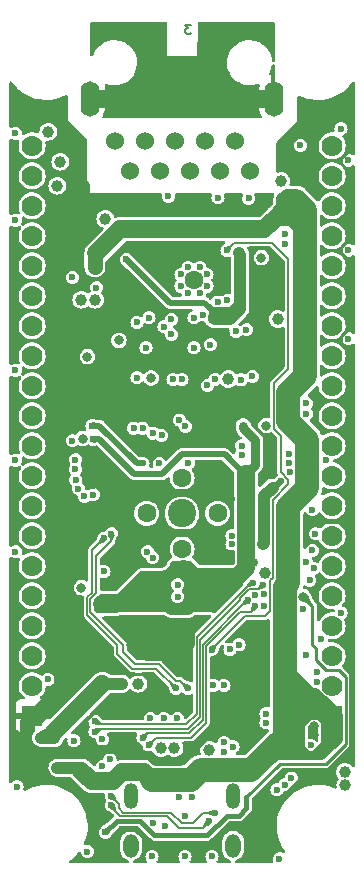
<source format=gbr>
%TF.GenerationSoftware,KiCad,Pcbnew,7.0.11-7.0.11~ubuntu22.04.1*%
%TF.CreationDate,2025-02-03T16:18:29+02:00*%
%TF.ProjectId,ESP32-P4-DevKit_Rev_C,45535033-322d-4503-942d-4465764b6974,C*%
%TF.SameCoordinates,PX80befc0PY7459280*%
%TF.FileFunction,Copper,L3,Inr*%
%TF.FilePolarity,Positive*%
%FSLAX46Y46*%
G04 Gerber Fmt 4.6, Leading zero omitted, Abs format (unit mm)*
G04 Created by KiCad (PCBNEW 7.0.11-7.0.11~ubuntu22.04.1) date 2025-02-03 16:18:29*
%MOMM*%
%LPD*%
G01*
G04 APERTURE LIST*
%ADD10C,0.190500*%
%TA.AperFunction,NonConductor*%
%ADD11C,0.190500*%
%TD*%
%TA.AperFunction,ComponentPad*%
%ADD12O,1.200000X2.200000*%
%TD*%
%TA.AperFunction,ComponentPad*%
%ADD13O,1.300000X2.000000*%
%TD*%
%TA.AperFunction,ComponentPad*%
%ADD14O,1.600000X2.999999*%
%TD*%
%TA.AperFunction,ComponentPad*%
%ADD15C,1.524000*%
%TD*%
%TA.AperFunction,ComponentPad*%
%ADD16R,1.778000X1.778000*%
%TD*%
%TA.AperFunction,ComponentPad*%
%ADD17C,1.778000*%
%TD*%
%TA.AperFunction,ComponentPad*%
%ADD18C,1.600000*%
%TD*%
%TA.AperFunction,ComponentPad*%
%ADD19C,2.400000*%
%TD*%
%TA.AperFunction,ComponentPad*%
%ADD20C,0.600000*%
%TD*%
%TA.AperFunction,ViaPad*%
%ADD21C,0.600000*%
%TD*%
%TA.AperFunction,ViaPad*%
%ADD22C,0.800000*%
%TD*%
%TA.AperFunction,ViaPad*%
%ADD23C,1.000000*%
%TD*%
%TA.AperFunction,Conductor*%
%ADD24C,0.508000*%
%TD*%
%TA.AperFunction,Conductor*%
%ADD25C,1.524000*%
%TD*%
%TA.AperFunction,Conductor*%
%ADD26C,0.762000*%
%TD*%
%TA.AperFunction,Conductor*%
%ADD27C,1.016000*%
%TD*%
%TA.AperFunction,Conductor*%
%ADD28C,0.127000*%
%TD*%
%TA.AperFunction,Conductor*%
%ADD29C,0.406400*%
%TD*%
%TA.AperFunction,Conductor*%
%ADD30C,0.254000*%
%TD*%
%TA.AperFunction,Conductor*%
%ADD31C,0.304800*%
%TD*%
%TA.AperFunction,Conductor*%
%ADD32C,0.660400*%
%TD*%
%TA.AperFunction,Conductor*%
%ADD33C,0.711200*%
%TD*%
%TA.AperFunction,Conductor*%
%ADD34C,2.032000*%
%TD*%
%TA.AperFunction,Conductor*%
%ADD35C,1.270000*%
%TD*%
G04 APERTURE END LIST*
D10*
D11*
X15742184Y71365161D02*
X15270470Y71365161D01*
X15270470Y71365161D02*
X15524470Y71074875D01*
X15524470Y71074875D02*
X15415613Y71074875D01*
X15415613Y71074875D02*
X15343042Y71038589D01*
X15343042Y71038589D02*
X15306756Y71002304D01*
X15306756Y71002304D02*
X15270470Y70929732D01*
X15270470Y70929732D02*
X15270470Y70748304D01*
X15270470Y70748304D02*
X15306756Y70675732D01*
X15306756Y70675732D02*
X15343042Y70639446D01*
X15343042Y70639446D02*
X15415613Y70603161D01*
X15415613Y70603161D02*
X15633327Y70603161D01*
X15633327Y70603161D02*
X15705899Y70639446D01*
X15705899Y70639446D02*
X15742184Y70675732D01*
D12*
%TO.N,GND*%
%TO.C,USB-Serial/JTAG1*%
X19320000Y6030000D03*
X10680000Y6030000D03*
D13*
X19320000Y1850000D03*
X10680000Y1850000D03*
%TD*%
D14*
%TO.N,/LAN_Shield*%
%TO.C,LAN_CON1*%
X22800000Y65100000D03*
X7200000Y65100000D03*
D15*
%TO.N,/TD+*%
X20715000Y58960000D03*
%TO.N,/TD-*%
X19445000Y61500000D03*
%TO.N,/RD+*%
X18175000Y58960000D03*
%TO.N,Net-(LAN_CON1-TCT)*%
X16905000Y61500000D03*
%TO.N,Net-(LAN_CON1-RCT)*%
X15635000Y58960000D03*
%TO.N,/RD-*%
X14365000Y61500000D03*
%TO.N,GND*%
X13095000Y58960000D03*
X11825000Y61500000D03*
%TO.N,/PW+*%
X10555000Y58960000D03*
%TO.N,/PW-*%
X9285000Y61500000D03*
%TD*%
D16*
%TO.N,+3.3V*%
%TO.C,EXT1*%
X2300000Y12870000D03*
D17*
%TO.N,GND*%
X2300000Y15410000D03*
%TO.N,/GPIO2\u005CUser_Led*%
X2300000Y17950000D03*
%TO.N,/GPIO3\u005CSD_DET*%
X2300000Y20490000D03*
%TO.N,/GPIO4\u005CSPI_SCK(CLK)*%
X2300000Y23030000D03*
%TO.N,/GPIO5\u005CSPI_CSn(CS#)*%
X2300000Y25570000D03*
%TO.N,/GPIO6*%
X2300000Y28110000D03*
%TO.N,/GPIO7\u005CI2C_SDA*%
X2300000Y30650000D03*
%TO.N,/GPIO8\u005CI2C_SCL*%
X2300000Y33190000D03*
%TO.N,/GPIO9*%
X2300000Y35730000D03*
%TO.N,/GPIO10*%
X2300000Y38270000D03*
%TO.N,/GPIO11*%
X2300000Y40810000D03*
%TO.N,/GPIO12*%
X2300000Y43350000D03*
%TO.N,/GPIO13*%
X2300000Y45890000D03*
%TO.N,/GPIO14*%
X2300000Y48430000D03*
%TO.N,/GPIO15*%
X2300000Y50970000D03*
%TO.N,/GPIO16*%
X2300000Y53510000D03*
%TO.N,/GPIO17*%
X2300000Y56050000D03*
%TO.N,/GPIO18*%
X2300000Y58590000D03*
%TO.N,/GPIO19*%
X2300000Y61130000D03*
%TD*%
D18*
%TO.N,GND*%
%TO.C,U1*%
X15000000Y27000000D03*
X12000000Y30000000D03*
D19*
X15000000Y30000000D03*
D18*
X18000000Y30000000D03*
X15000000Y33000000D03*
%TD*%
D20*
%TO.N,GND*%
%TO.C,U2*%
X16503000Y50837000D03*
X15503000Y50837000D03*
X17103000Y50237000D03*
X14903000Y50237000D03*
D18*
X16003000Y49737000D03*
D20*
X17103000Y49237000D03*
X14903000Y49237000D03*
X16503000Y48637000D03*
X15503000Y48637000D03*
%TD*%
D16*
%TO.N,+5V*%
%TO.C,EXT2*%
X27700000Y12870000D03*
D17*
%TO.N,GND*%
X27700000Y15410000D03*
%TO.N,/GPIO54\u005CSPI_RX(MISO)*%
X27700000Y17950000D03*
%TO.N,/GPIO53\u005CSPI_TX(MOSI)*%
X27700000Y20490000D03*
%TO.N,/GPIO48*%
X27700000Y23030000D03*
%TO.N,/GPIO47*%
X27700000Y25570000D03*
%TO.N,/GPIO46*%
X27700000Y28110000D03*
%TO.N,/GPIO33*%
X27700000Y30650000D03*
%TO.N,/GPIO32*%
X27700000Y33190000D03*
%TO.N,/GPIO23*%
X27700000Y35730000D03*
%TO.N,/GPIO22*%
X27700000Y38270000D03*
%TO.N,/GPIO21*%
X27700000Y40810000D03*
%TO.N,/GPIO20*%
X27700000Y43350000D03*
%TO.N,/ESP_EN*%
X27700000Y45890000D03*
%TO.N,GND*%
X27700000Y48430000D03*
%TO.N,/USB1P1_1P*%
X27700000Y50970000D03*
%TO.N,/USB1P1_1N*%
X27700000Y53510000D03*
%TO.N,GND*%
X27700000Y56050000D03*
%TO.N,/USB_DP*%
X27700000Y58590000D03*
%TO.N,/USB_DN*%
X27700000Y61130000D03*
%TD*%
D21*
%TO.N,GND*%
X20638500Y56658500D03*
X12500000Y26250000D03*
D22*
X22099000Y37418000D03*
D21*
X23242000Y747000D03*
X24131000Y33481000D03*
X12447000Y969000D03*
D23*
X7621000Y48086000D03*
D22*
X21718000Y51642000D03*
X6478000Y23702000D03*
D23*
X8510000Y54944000D03*
D21*
X890000Y42117000D03*
X6224000Y32084000D03*
X5716000Y49991000D03*
X890000Y54817000D03*
D22*
X9653000Y44657000D03*
D21*
X17527000Y969000D03*
D23*
X4446000Y57738000D03*
X18924000Y41355000D03*
D21*
X15495000Y18495000D03*
D23*
X21999500Y24972776D03*
X4700000Y59770000D03*
D21*
X890000Y34497000D03*
X890000Y62183000D03*
X11177000Y46181000D03*
D23*
X17273000Y9977500D03*
D21*
X14606000Y12653000D03*
X29084000Y59897000D03*
X13844000Y56849000D03*
X12066000Y26750000D03*
D23*
X23369000Y58119000D03*
D21*
X16003000Y44022000D03*
X1017000Y6843000D03*
D23*
X6478000Y48086000D03*
X28800000Y8100000D03*
D22*
X6579600Y36325800D03*
D21*
X18035000Y56722000D03*
X890000Y26750000D03*
D22*
X6986000Y43260000D03*
D23*
X11304000Y15574000D03*
D21*
X25528000Y25861000D03*
D23*
X28830000Y6970000D03*
X10796000Y18876000D03*
D21*
X29084000Y52277000D03*
X22099000Y12272000D03*
X13463000Y12653000D03*
X8383000Y25099000D03*
D23*
X23115000Y46435000D03*
D21*
X22099000Y13034000D03*
D23*
X3684000Y62310000D03*
D21*
X28449000Y62564000D03*
X8256000Y10875000D03*
X29084000Y44784000D03*
X12320000Y12653000D03*
D22*
X12383500Y41456600D03*
D21*
X6986000Y1350000D03*
X15241000Y969000D03*
%TO.N,+2.5V*%
X15520400Y34243000D03*
X19228800Y27385000D03*
D23*
%TO.N,/LAN_Shield*%
X15000000Y68000000D03*
X20750000Y65000000D03*
X11939000Y67136000D03*
X17908000Y69750000D03*
X17908000Y67136000D03*
X9250000Y65000000D03*
X11939000Y69750000D03*
D21*
%TO.N,+3.3V*%
X21083000Y37672000D03*
X10773498Y28375600D03*
X19228800Y26648400D03*
X11685000Y25762817D03*
D23*
X6279000Y59770000D03*
D21*
X13412200Y25759400D03*
D23*
X6732000Y57738000D03*
X19559000Y12780000D03*
X5716000Y57738000D03*
D21*
X4700000Y55198000D03*
D22*
X26200000Y11200000D03*
D21*
X7494000Y32338000D03*
D23*
X4700000Y20527000D03*
D21*
X11685000Y45165000D03*
D22*
X27299999Y8037000D03*
D21*
X10973800Y25835600D03*
X19228800Y31220400D03*
X19228800Y25911800D03*
D22*
X26500000Y8000000D03*
D23*
X22226000Y56468000D03*
D21*
X25782000Y29036000D03*
D22*
X26163000Y12000000D03*
D23*
X6986000Y44530000D03*
D21*
%TO.N,VDD_CORE*%
X5843000Y10748000D03*
X7468600Y36275000D03*
D23*
X8226017Y22305000D03*
D21*
X3638500Y15955000D03*
X21006800Y25861000D03*
D23*
X9272000Y22305000D03*
D21*
X15190200Y25759400D03*
X20194000Y37418000D03*
D23*
%TO.N,/3.3V_PHY*%
X19813000Y52023000D03*
D21*
X10288000Y51515000D03*
X25020000Y61167000D03*
X17527000Y46435000D03*
X19051000Y46435000D03*
%TO.N,/PHY_RSTN*%
X26798000Y19384000D03*
X23682286Y53674000D03*
%TO.N,/EN_DCDC*%
X7621000Y12399000D03*
X21033642Y24115142D03*
%TO.N,/ESP_EN*%
X23750000Y52785000D03*
X25528000Y18037800D03*
X27179000Y34497000D03*
D23*
%TO.N,+5V*%
X24639000Y56976000D03*
X7621000Y50880000D03*
X5589000Y8462000D03*
X4446000Y8462000D03*
X23496000Y56595000D03*
X24639000Y55833000D03*
X7621000Y52023000D03*
D21*
%TO.N,+1V8*%
X23369000Y32719000D03*
D23*
X21845000Y27397500D03*
D21*
X21946600Y29112200D03*
%TO.N,/ESP_LDO_VO1*%
X19228800Y28121600D03*
X11685000Y34243000D03*
X7367000Y37418000D03*
%TO.N,/ESP_LDO_VO4*%
X8510000Y3001000D03*
D22*
X25268500Y22940000D03*
D21*
%TO.N,+5VP*%
X18797000Y52277000D03*
X17509000Y18455721D03*
%TO.N,/GPIO18*%
X6732000Y31449000D03*
%TO.N,/GPIO19*%
X7494000Y31576000D03*
%TO.N,/GPIO21*%
X23699200Y7039600D03*
X5970000Y33735000D03*
%TO.N,/GPIO20*%
X5977193Y32846000D03*
X23038800Y6607800D03*
%TO.N,/GPIO23*%
X5716000Y36148000D03*
X20448000Y45546000D03*
%TO.N,/GPIO22*%
X5970000Y34553006D03*
X24238049Y7578679D03*
%TO.N,/CSI_DATA0N*%
X20956000Y41609000D03*
%TO.N,/CSI_DATA0P*%
X19990800Y41304200D03*
%TO.N,/CSI_DATA1N*%
X17781000Y41355000D03*
%TO.N,/CSI_DATA1P*%
X17146000Y40847000D03*
%TO.N,/CSI_CLKN*%
X14987000Y41355000D03*
%TO.N,/CSI_CLKP*%
X14225000Y41355000D03*
%TO.N,/DSI_DATA1N*%
X13272500Y36592500D03*
%TO.N,/DSI_DATA1P*%
X12544777Y36790970D03*
%TO.N,/DSI_CLKN*%
X11655908Y37214800D03*
%TO.N,/DSI_CLKP*%
X10897600Y37214800D03*
%TO.N,/DSI_DATA0N*%
X15266400Y37367200D03*
%TO.N,/DSI_DATA0P*%
X14758400Y37900600D03*
%TO.N,/SD1_PWR_EN*%
X25800000Y24322706D03*
X25878657Y10378657D03*
%TO.N,/SD1_D2*%
X20600400Y22635200D03*
X11685000Y11002000D03*
%TO.N,/SD1_D3*%
X12193000Y10367000D03*
X21210000Y22178000D03*
%TO.N,/SD1_CMD*%
X13590000Y3509000D03*
X25274000Y21924000D03*
%TO.N,/SD1_CLK*%
X21972000Y22178000D03*
X18543000Y10621000D03*
%TO.N,/SD1_D0*%
X9018000Y6049000D03*
X17781000Y4652000D03*
X18543000Y9777500D03*
X21972000Y23194000D03*
%TO.N,/SD1_D1*%
X17273000Y3918983D03*
X9018000Y5287000D03*
X21210000Y23067000D03*
X19305000Y10240000D03*
%TO.N,Net-(U1-DSI_REXT)*%
X13082000Y34243000D03*
D23*
%TO.N,+5V_USB*%
X13209000Y10113000D03*
X14352000Y10136500D03*
D21*
%TO.N,/LED0\u005CPHY_AD0*%
X16765000Y46816000D03*
%TO.N,/FB_DCDC*%
X21885750Y23956000D03*
X7621000Y11510000D03*
%TO.N,/RMII_RXDV*%
X24085500Y35005000D03*
X14098000Y45165000D03*
%TO.N,/RMII_RXD0*%
X24085500Y34243000D03*
X13463000Y45800000D03*
%TO.N,/RMII_RXD1*%
X14098000Y46435000D03*
X25528000Y38434000D03*
%TO.N,/MDC*%
X12193000Y46562000D03*
X25528000Y39323000D03*
%TO.N,/RMII_TXEN*%
X18822400Y48035200D03*
X28460000Y21570000D03*
%TO.N,/RMII_CLK*%
X17400000Y44276000D03*
X14620218Y23960016D03*
%TO.N,/MDIO*%
X14623803Y22958000D03*
X7748000Y49102000D03*
D23*
%TO.N,/DCDC_Vin*%
X4192000Y11002000D03*
X8764000Y15574000D03*
X9907000Y15574000D03*
X3049000Y11002000D03*
D21*
%TO.N,/LED3\u005CPHY_AD3*%
X16003000Y46562000D03*
%TO.N,/GPIO35\u005CRMII_TXD1*%
X26290000Y28274000D03*
X18009600Y47882800D03*
%TO.N,/GPIO34\u005CRMII_TXD0*%
X19559000Y45419000D03*
X26036000Y30301998D03*
%TO.N,/CSI_IO1\u005CStrobe*%
X11177000Y41482000D03*
%TO.N,/CSI_IO0\u005CReset*%
X11939000Y44022000D03*
%TO.N,/GPIO8\u005CI2C_SCL*%
X9018000Y28274000D03*
X15495000Y15193000D03*
%TO.N,/GPIO7\u005CI2C_SDA*%
X14479000Y15193000D03*
X8383000Y27893000D03*
%TO.N,Net-(USB-Serial/JTAG1-CC2)*%
X15241000Y4398000D03*
%TO.N,/USB1P1_0N*%
X20030313Y35730313D03*
%TO.N,/USB1P1_0P*%
X14750000Y5954000D03*
X15876000Y5954000D03*
X20041600Y34979600D03*
%TO.N,Net-(MICRO_SD1-Card_Detect)*%
X12574766Y3763766D03*
%TO.N,/UART0_TX*%
X26401113Y15724987D03*
X18543000Y15447000D03*
X26036000Y26877000D03*
%TO.N,/UART0_RX*%
X26130500Y25353000D03*
X26459960Y16576960D03*
X17654000Y15447000D03*
%TO.N,/GPIO4\u005CSPI_SCK(CLK)*%
X8256000Y8589000D03*
%TO.N,/GPIO5\u005CSPI_CSn(CS#)*%
X8891000Y9178500D03*
%TO.N,/GPIO54\u005CSPI_RX(MISO)*%
X19051000Y18495000D03*
%TO.N,/GPIO53\u005CSPI_TX(MOSI)*%
X19820400Y18868600D03*
%TD*%
D24*
%TO.N,GND*%
X15749000Y20273000D02*
X15812500Y20209500D01*
X10796000Y18876000D02*
X11939000Y17733000D01*
X11177000Y20273000D02*
X15749000Y20273000D01*
X11939000Y17733000D02*
X14733000Y17733000D01*
X10796000Y18876000D02*
X10796000Y19892000D01*
X15812500Y18812500D02*
X15495000Y18495000D01*
X14733000Y17733000D02*
X15495000Y18495000D01*
X15812500Y20209500D02*
X15812500Y18812500D01*
X10796000Y19892000D02*
X11177000Y20273000D01*
D25*
%TO.N,/LAN_Shield*%
X7200000Y65100000D02*
X22800000Y65100000D01*
D26*
%TO.N,+3.3V*%
X11604000Y9559000D02*
X12188200Y9559000D01*
D27*
X6986000Y44530000D02*
X4827000Y44530000D01*
D28*
X28666000Y29380000D02*
X29084000Y29798000D01*
D29*
X26126000Y29380000D02*
X28666000Y29380000D01*
D27*
X11177000Y39323000D02*
X8383000Y42117000D01*
D24*
X23232041Y5541000D02*
X25728041Y8037000D01*
D26*
X6351000Y9732000D02*
X6655800Y10036800D01*
D25*
X4319000Y53674000D02*
X4319000Y45038000D01*
D24*
X7621000Y5160000D02*
X7621000Y2493000D01*
D30*
X28957000Y45482500D02*
X28957000Y51515000D01*
D27*
X7494000Y44530000D02*
X6986000Y44530000D01*
D25*
X4319000Y30814000D02*
X4954000Y30179000D01*
D27*
X10415000Y55579000D02*
X21337000Y55579000D01*
D28*
X29084000Y29798000D02*
X29084000Y43768000D01*
D29*
X25782000Y29036000D02*
X26126000Y29380000D01*
D27*
X6732000Y56849000D02*
X7367000Y56214000D01*
D24*
X11126200Y3305800D02*
X12447000Y1985000D01*
D31*
X21083000Y37672000D02*
X21083000Y37418000D01*
D25*
X4827000Y44530000D02*
X4319000Y44022000D01*
D27*
X1779000Y10240000D02*
X1779000Y12349000D01*
X4192000Y9732000D02*
X5081000Y9732000D01*
D24*
X5462000Y7319000D02*
X7621000Y5160000D01*
X2922000Y7319000D02*
X5462000Y7319000D01*
D26*
X17781000Y11256000D02*
X19305000Y12780000D01*
D30*
X6655800Y10036800D02*
X6655800Y12348200D01*
D27*
X20321000Y39323000D02*
X11177000Y39323000D01*
D26*
X11126200Y10036800D02*
X11604000Y9559000D01*
D27*
X9780000Y56214000D02*
X10415000Y55579000D01*
X6859000Y56214000D02*
X5716000Y55071000D01*
X6732000Y57738000D02*
X5716000Y57738000D01*
D30*
X28957000Y51515000D02*
X28449000Y52023000D01*
D26*
X6655800Y10036800D02*
X11126200Y10036800D01*
D30*
X10491200Y16386800D02*
X12015200Y16386800D01*
D24*
X19228800Y31220400D02*
X18746200Y31703000D01*
D26*
X17019000Y11256000D02*
X17781000Y11256000D01*
D24*
X8764000Y1985000D02*
X10084800Y3305800D01*
D26*
X19305000Y12780000D02*
X19559000Y12780000D01*
D24*
X19228800Y26648400D02*
X17755600Y26648400D01*
D30*
X6655800Y12348200D02*
X7443200Y13135600D01*
D31*
X22099000Y36402000D02*
X22099000Y35386000D01*
D25*
X4954000Y15066000D02*
X2758000Y12870000D01*
D24*
X2287000Y9732000D02*
X2287000Y7954000D01*
D27*
X5716000Y57738000D02*
X5716000Y56500000D01*
D26*
X12188200Y9559000D02*
X12726400Y9020800D01*
D27*
X4192000Y9732000D02*
X2287000Y9732000D01*
D30*
X28449000Y44974500D02*
X28957000Y45482500D01*
X28449000Y59643000D02*
X28449000Y60100200D01*
D24*
X20575000Y3382000D02*
X22734000Y5541000D01*
X19228800Y25911800D02*
X19228800Y26648400D01*
D27*
X1779000Y12349000D02*
X2300000Y12870000D01*
D24*
X17400000Y1985000D02*
X18797000Y3382000D01*
D30*
X28449000Y52023000D02*
X28449000Y52531000D01*
D26*
X14783800Y9020800D02*
X17019000Y11256000D01*
D30*
X7443200Y13135600D02*
X8154400Y13135600D01*
D27*
X7367000Y56214000D02*
X6859000Y56214000D01*
D25*
X4954000Y30179000D02*
X4954000Y15066000D01*
D27*
X21337000Y55579000D02*
X22226000Y56468000D01*
X8383000Y43641000D02*
X7494000Y44530000D01*
D32*
X18746200Y31703000D02*
X14352000Y31703000D01*
D27*
X7367000Y56214000D02*
X9780000Y56214000D01*
X6859000Y56214000D02*
X6002000Y56214000D01*
D25*
X4827000Y54182000D02*
X4319000Y53674000D01*
D24*
X18797000Y3382000D02*
X20575000Y3382000D01*
X29365000Y28681000D02*
X28666000Y29380000D01*
D30*
X12015200Y16386800D02*
X12574000Y15828000D01*
X28449000Y44403000D02*
X28449000Y44974500D01*
D25*
X4319000Y45038000D02*
X4827000Y44530000D01*
D24*
X22734000Y5541000D02*
X23232041Y5541000D01*
X12447000Y1985000D02*
X17400000Y1985000D01*
D30*
X28449000Y60100200D02*
X28982400Y60633600D01*
D26*
X5081000Y9732000D02*
X6351000Y9732000D01*
D27*
X8383000Y42117000D02*
X8383000Y43641000D01*
X5716000Y55071000D02*
X4827000Y54182000D01*
X5716000Y56500000D02*
X5716000Y55071000D01*
D26*
X12726400Y9020800D02*
X14783800Y9020800D01*
D24*
X8129000Y1985000D02*
X8764000Y1985000D01*
X25728041Y8037000D02*
X27299999Y8037000D01*
D33*
X17755600Y26648400D02*
X16104600Y28299400D01*
D25*
X4319000Y44022000D02*
X4319000Y30814000D01*
D24*
X27299999Y8037000D02*
X29365000Y10102001D01*
X29365000Y10102001D02*
X29365000Y28681000D01*
X10084800Y3305800D02*
X11126200Y3305800D01*
D28*
X29084000Y43768000D02*
X28449000Y44403000D01*
D25*
X2758000Y12870000D02*
X2300000Y12870000D01*
D27*
X20956000Y38688000D02*
X20321000Y39323000D01*
D30*
X29084000Y59008000D02*
X28449000Y59643000D01*
D33*
X16104600Y28299400D02*
X14402800Y28299400D01*
D31*
X21083000Y37418000D02*
X22099000Y36402000D01*
D24*
X2287000Y7954000D02*
X2922000Y7319000D01*
D27*
X6732000Y57738000D02*
X6732000Y56849000D01*
D30*
X28449000Y52531000D02*
X29084000Y53166000D01*
D27*
X2287000Y9732000D02*
X1779000Y10240000D01*
D30*
X6351000Y20527000D02*
X10491200Y16386800D01*
D27*
X5716000Y57738000D02*
X5716000Y57357000D01*
D24*
X7621000Y2493000D02*
X8129000Y1985000D01*
D27*
X5716000Y57357000D02*
X6859000Y56214000D01*
D30*
X4700000Y20527000D02*
X6351000Y20527000D01*
D27*
X6002000Y56214000D02*
X5716000Y56500000D01*
D30*
X29084000Y53166000D02*
X29084000Y59008000D01*
D24*
%TO.N,VDD_CORE*%
X20448000Y33354000D02*
X20257500Y33354000D01*
D26*
X21006800Y25861000D02*
X20575000Y25861000D01*
D24*
X13336000Y33354000D02*
X10923000Y33354000D01*
X15215600Y25759400D02*
X17273000Y23702000D01*
D27*
X9526000Y22559000D02*
X13463000Y22559000D01*
X13717000Y24591000D02*
X14225000Y25099000D01*
X10288000Y22305000D02*
X12574000Y24591000D01*
X14098000Y21924000D02*
X15495000Y21924000D01*
X9272000Y22305000D02*
X10288000Y22305000D01*
D24*
X14987000Y35005000D02*
X13336000Y33354000D01*
X18606500Y35005000D02*
X14987000Y35005000D01*
D26*
X20575000Y25861000D02*
X20448000Y25988000D01*
D24*
X8002000Y36275000D02*
X7468600Y36275000D01*
D26*
X21210000Y34116000D02*
X20448000Y33354000D01*
D25*
X20448000Y25353000D02*
X20448000Y25988000D01*
D27*
X9272000Y22305000D02*
X9526000Y22559000D01*
D25*
X18162000Y24591000D02*
X19686000Y24591000D01*
D26*
X20194000Y37418000D02*
X20194000Y37227500D01*
D27*
X12574000Y24591000D02*
X13717000Y24591000D01*
D26*
X20194000Y37227500D02*
X21210000Y36211500D01*
D25*
X19686000Y24591000D02*
X20448000Y25353000D01*
D26*
X21210000Y36211500D02*
X21210000Y34116000D01*
D24*
X20257500Y33354000D02*
X18606500Y35005000D01*
D27*
X15495000Y21924000D02*
X17273000Y23702000D01*
D24*
X10923000Y33354000D02*
X8002000Y36275000D01*
X15190200Y25759400D02*
X15215600Y25759400D01*
D25*
X17273000Y23702000D02*
X18162000Y24591000D01*
X20448000Y25988000D02*
X20448000Y33354000D01*
X9272000Y22305000D02*
X8226017Y22305000D01*
D27*
X13463000Y22559000D02*
X14098000Y21924000D01*
D24*
%TO.N,/3.3V_PHY*%
X17237000Y47487000D02*
X18289000Y46435000D01*
D27*
X18500000Y46435000D02*
X19051000Y46435000D01*
D24*
X13971000Y47832000D02*
X10288000Y51515000D01*
X19137000Y47197000D02*
X19940000Y48000000D01*
X17527000Y46435000D02*
X17527000Y47197000D01*
X17527000Y47197000D02*
X17237000Y47487000D01*
D27*
X19940000Y51896000D02*
X19813000Y52023000D01*
X19051000Y46435000D02*
X19558000Y46942000D01*
D26*
X17527000Y46435000D02*
X17781000Y46435000D01*
X18288000Y46942000D02*
X19558000Y46942000D01*
D24*
X17527000Y47197000D02*
X19137000Y47197000D01*
D26*
X17781000Y46435000D02*
X18288000Y46942000D01*
D27*
X19940000Y48000000D02*
X19940000Y51896000D01*
X19558000Y46942000D02*
X19940000Y47324000D01*
D24*
X16892000Y47832000D02*
X13971000Y47832000D01*
X17237000Y47487000D02*
X16892000Y47832000D01*
D27*
X17781000Y46435000D02*
X18500000Y46435000D01*
D24*
X18289000Y46435000D02*
X18500000Y46435000D01*
D27*
X19940000Y47324000D02*
X19940000Y48000000D01*
D28*
%TO.N,/EN_DCDC*%
X15368000Y12145000D02*
X16257000Y13034000D01*
X7875000Y12145000D02*
X15368000Y12145000D01*
X16257000Y19561800D02*
X20810342Y24115142D01*
X7621000Y12399000D02*
X7875000Y12145000D01*
X20810342Y24115142D02*
X21033642Y24115142D01*
X16257000Y13034000D02*
X16257000Y19561800D01*
D26*
%TO.N,+5V*%
X25000000Y9502200D02*
X24397800Y9502200D01*
D34*
X16576000Y8273000D02*
X15749000Y7446000D01*
D25*
X26100000Y13289000D02*
X25100000Y13289000D01*
D34*
X15749000Y7446000D02*
X12447000Y7446000D01*
D25*
X27700000Y12870000D02*
X27700000Y11000000D01*
D27*
X6224000Y8462000D02*
X6478000Y8208000D01*
D34*
X25401000Y55706000D02*
X25401000Y54000000D01*
D25*
X23008500Y55091500D02*
X23750000Y55833000D01*
X25100000Y13289000D02*
X24389000Y14000000D01*
X12447000Y7446000D02*
X11812000Y8081000D01*
D26*
X25800000Y9500000D02*
X25277400Y9500000D01*
X24397800Y9502200D02*
X23247800Y10652200D01*
D34*
X25401000Y54000000D02*
X25401000Y41609000D01*
D26*
X25600000Y9500000D02*
X25800000Y9500000D01*
X28222000Y12348000D02*
X27700000Y12870000D01*
D34*
X24004000Y30560000D02*
X24004000Y24083000D01*
D25*
X27281000Y13289000D02*
X26100000Y13289000D01*
X23008500Y55091500D02*
X24309500Y55091500D01*
X7748000Y52023000D02*
X9780000Y54055000D01*
X23750000Y55833000D02*
X24639000Y55833000D01*
D34*
X23686500Y11875500D02*
X25100000Y13289000D01*
D26*
X26200000Y9500000D02*
X27050000Y10350000D01*
D25*
X11812000Y8081000D02*
X9907000Y8081000D01*
D34*
X24004000Y24083000D02*
X23686500Y23765500D01*
D26*
X25000000Y10100000D02*
X25600000Y9500000D01*
D35*
X7621000Y52023000D02*
X7621000Y50880000D01*
D34*
X23686500Y11090900D02*
X23247800Y10652200D01*
D25*
X27700000Y12870000D02*
X26137503Y14432497D01*
D27*
X23496000Y56595000D02*
X23496000Y55579000D01*
D24*
X27050000Y11700000D02*
X27050000Y10350000D01*
D35*
X7621000Y52023000D02*
X7748000Y52023000D01*
D25*
X27394994Y12870000D02*
X25832497Y14432497D01*
X23686500Y16578494D02*
X23686500Y16800000D01*
X24389000Y14000000D02*
X23686500Y14000000D01*
D26*
X25800000Y9500000D02*
X26800000Y9500000D01*
D25*
X9780000Y54055000D02*
X21972000Y54055000D01*
D26*
X25277400Y9500000D02*
X23686500Y11090900D01*
X27700000Y11000000D02*
X27700000Y10400000D01*
X25277400Y9500000D02*
X25275200Y9502200D01*
D24*
X27050000Y11700000D02*
X27050000Y12339000D01*
D26*
X27700000Y10400000D02*
X27700000Y12870000D01*
X28222000Y10922000D02*
X28222000Y12348000D01*
X25000000Y11300000D02*
X25000000Y12189000D01*
D34*
X23247800Y10652200D02*
X22097800Y9502200D01*
D27*
X4446000Y8462000D02*
X5589000Y8462000D01*
D24*
X27050000Y12220000D02*
X27050000Y11700000D01*
D27*
X5589000Y8462000D02*
X6224000Y8462000D01*
D26*
X25800000Y9500000D02*
X26200000Y9500000D01*
X26800000Y9500000D02*
X28222000Y10922000D01*
D25*
X24275500Y13289000D02*
X23686500Y12700000D01*
D34*
X23686500Y11090900D02*
X23686500Y11875500D01*
X23686500Y23765500D02*
X23686500Y16800000D01*
D25*
X27700000Y12870000D02*
X27281000Y13289000D01*
X21972000Y54055000D02*
X23008500Y55091500D01*
D34*
X23686500Y14000000D02*
X23686500Y11090900D01*
X24004000Y37799000D02*
X25604200Y36198800D01*
D27*
X24639000Y55833000D02*
X24639000Y56976000D01*
D34*
X22097800Y9502200D02*
X20868600Y8273000D01*
D25*
X24309500Y55091500D02*
X25401000Y54000000D01*
X27687000Y12857000D02*
X27700000Y12870000D01*
D34*
X25604200Y32160200D02*
X24004000Y30560000D01*
D25*
X25832497Y14432497D02*
X23686500Y16578494D01*
D34*
X24004000Y40212000D02*
X24004000Y37799000D01*
D26*
X27050000Y10350000D02*
X27700000Y11000000D01*
D34*
X25604200Y36198800D02*
X25604200Y32160200D01*
D26*
X25275200Y9502200D02*
X25000000Y9502200D01*
D25*
X9145000Y7319000D02*
X7367000Y7319000D01*
D26*
X25000000Y9502200D02*
X25000000Y11300000D01*
D25*
X25100000Y13289000D02*
X24275500Y13289000D01*
D27*
X23496000Y55579000D02*
X23008500Y55091500D01*
X23877000Y56976000D02*
X24639000Y56976000D01*
D25*
X7367000Y7319000D02*
X6478000Y8208000D01*
D24*
X27050000Y12339000D02*
X26100000Y13289000D01*
D27*
X23496000Y56595000D02*
X23877000Y56976000D01*
D25*
X27700000Y12870000D02*
X27394994Y12870000D01*
D34*
X24639000Y56468000D02*
X25401000Y55706000D01*
X25401000Y41609000D02*
X24004000Y40212000D01*
D25*
X9907000Y8081000D02*
X9145000Y7319000D01*
D34*
X23686500Y16800000D02*
X23686500Y14000000D01*
D25*
X26137503Y14432497D02*
X25832497Y14432497D01*
D26*
X25275200Y9502200D02*
X22097800Y9502200D01*
X25000000Y11300000D02*
X25000000Y10100000D01*
D34*
X20868600Y8273000D02*
X16576000Y8273000D01*
D24*
X27700000Y12870000D02*
X27050000Y12220000D01*
D26*
X25000000Y12189000D02*
X26100000Y13289000D01*
D27*
%TO.N,+1V8*%
X21946600Y27499100D02*
X21946600Y31474400D01*
D24*
X22835600Y32185600D02*
X22657800Y32185600D01*
D27*
X21946600Y31474400D02*
X22657800Y32185600D01*
X21845000Y27397500D02*
X21946600Y27499100D01*
D24*
X23369000Y32719000D02*
X22835600Y32185600D01*
%TO.N,/ESP_LDO_VO1*%
X11177000Y34243000D02*
X11685000Y34243000D01*
X7367000Y37418000D02*
X8002000Y37418000D01*
X8002000Y37418000D02*
X11177000Y34243000D01*
D29*
%TO.N,/ESP_LDO_VO4*%
X9475200Y3966200D02*
X11418300Y3966200D01*
X18797000Y4398000D02*
X19813000Y4398000D01*
D30*
X28857000Y10457000D02*
X27200000Y8800000D01*
D29*
X17146000Y2747000D02*
X18797000Y4398000D01*
D30*
X26036000Y18876000D02*
X26300000Y18612000D01*
X27200000Y8800000D02*
X23300000Y8800000D01*
D29*
X11418300Y3966200D02*
X12637500Y2747000D01*
D30*
X25268500Y22940000D02*
X26036000Y22172500D01*
X26300000Y18612000D02*
X26300000Y17566777D01*
X27166777Y16700000D02*
X28300000Y16700000D01*
X28300000Y16700000D02*
X28857000Y16143000D01*
D29*
X20448000Y5033000D02*
X20448000Y5948002D01*
D30*
X26300000Y17566777D02*
X27166777Y16700000D01*
X28857000Y16143000D02*
X28857000Y10457000D01*
D29*
X19813000Y4398000D02*
X20448000Y5033000D01*
X8510000Y3001000D02*
X9475200Y3966200D01*
X12637500Y2747000D02*
X17146000Y2747000D01*
D30*
X23300000Y8800000D02*
X20448000Y5948002D01*
X26036000Y22172500D02*
X26036000Y18876000D01*
D28*
%TO.N,+5VP*%
X22470000Y21736200D02*
X22022800Y21289000D01*
X20321000Y21289000D02*
X17509000Y18477000D01*
X19432000Y52912000D02*
X22607000Y52912000D01*
X22708600Y24565600D02*
X22470000Y24327000D01*
X24004000Y42244000D02*
X22759400Y40999400D01*
X22470000Y24327000D02*
X22470000Y21736200D01*
X22759400Y37138600D02*
X23369000Y36529000D01*
X22708600Y31169600D02*
X22708600Y24565600D01*
X17509000Y18477000D02*
X17509000Y18455721D01*
X22759400Y40999400D02*
X22759400Y37138600D01*
X22022800Y21289000D02*
X20321000Y21289000D01*
X22607000Y52912000D02*
X24004000Y51515000D01*
X24004000Y32846000D02*
X24004000Y32465000D01*
X23369000Y36529000D02*
X23369000Y33481000D01*
X23369000Y33481000D02*
X24004000Y32846000D01*
X18797000Y52277000D02*
X19432000Y52912000D01*
X24004000Y32465000D02*
X22708600Y31169600D01*
X24004000Y51515000D02*
X24004000Y42244000D01*
%TO.N,/SD1_D2*%
X12066000Y11383000D02*
X15622000Y11383000D01*
X11685000Y11002000D02*
X12066000Y11383000D01*
X15622000Y11383000D02*
X16765000Y12526000D01*
X20448000Y22559000D02*
X20524200Y22559000D01*
X20524200Y22559000D02*
X20600400Y22635200D01*
X16765000Y12526000D02*
X16765000Y18876000D01*
X16765000Y18876000D02*
X20448000Y22559000D01*
%TO.N,/SD1_D3*%
X19940000Y21670000D02*
X20829000Y21670000D01*
X12193000Y10367000D02*
X12828000Y11002000D01*
X17019000Y18749000D02*
X19940000Y21670000D01*
X12828000Y11002000D02*
X15749000Y11002000D01*
X15749000Y11002000D02*
X17019000Y12272000D01*
X20829000Y21670000D02*
X21210000Y22051000D01*
X21210000Y22051000D02*
X21210000Y22178000D01*
X17019000Y12272000D02*
X17019000Y18749000D01*
%TO.N,/SD1_D0*%
X10034000Y4652000D02*
X9653000Y5033000D01*
X9653000Y5033000D02*
X9653000Y5414000D01*
X17781000Y4652000D02*
X16799000Y4652000D01*
X15910000Y3763000D02*
X14987000Y3763000D01*
X16799000Y4652000D02*
X15910000Y3763000D01*
X9653000Y5414000D02*
X9018000Y6049000D01*
X14098000Y4652000D02*
X10034000Y4652000D01*
X14987000Y3763000D02*
X14098000Y4652000D01*
%TO.N,/SD1_D1*%
X9780000Y4398000D02*
X9018000Y5160000D01*
X17273000Y3918983D02*
X16736017Y3382000D01*
X16736017Y3382000D02*
X14733000Y3382000D01*
X13717000Y4398000D02*
X9780000Y4398000D01*
X9018000Y5160000D02*
X9018000Y5287000D01*
X14733000Y3382000D02*
X13717000Y4398000D01*
%TO.N,/FB_DCDC*%
X7621000Y11510000D02*
X7875000Y11764000D01*
X19940000Y22686000D02*
X19940000Y22813000D01*
X7875000Y11764000D02*
X15495000Y11764000D01*
X21504750Y23575000D02*
X21885750Y23956000D01*
X15495000Y11764000D02*
X16511000Y12780000D01*
X16511000Y12780000D02*
X16511000Y19257000D01*
X19940000Y22813000D02*
X20702000Y23575000D01*
X20702000Y23575000D02*
X21504750Y23575000D01*
X16511000Y19257000D02*
X19940000Y22686000D01*
D27*
%TO.N,/DCDC_Vin*%
X9907000Y15574000D02*
X8764000Y15574000D01*
X4192000Y11002000D02*
X3049000Y11002000D01*
D26*
X3049000Y11002000D02*
X3557000Y11510000D01*
X3557000Y11510000D02*
X4192000Y11510000D01*
D27*
X8764000Y15574000D02*
X8256000Y15574000D01*
D25*
X8256000Y15574000D02*
X4192000Y11510000D01*
D28*
%TO.N,/GPIO8\u005CI2C_SCL*%
X7748000Y23244800D02*
X7748000Y26369000D01*
X10034000Y18241000D02*
X10034000Y18876000D01*
X10034000Y18876000D02*
X7240000Y21670000D01*
X7240000Y22736800D02*
X7748000Y23244800D01*
X9018000Y27639000D02*
X9018000Y28274000D01*
X7240000Y21670000D02*
X7240000Y22736800D01*
X11050000Y17225000D02*
X10034000Y18241000D01*
X15495000Y15193000D02*
X14860000Y15828000D01*
X14479000Y15828000D02*
X13082000Y17225000D01*
X7748000Y26369000D02*
X9018000Y27639000D01*
X14860000Y15828000D02*
X14479000Y15828000D01*
X13082000Y17225000D02*
X11050000Y17225000D01*
%TO.N,/GPIO7\u005CI2C_SDA*%
X7367000Y23289250D02*
X7367000Y26877000D01*
X10796000Y16844000D02*
X9526000Y18114000D01*
X7367000Y26877000D02*
X8383000Y27893000D01*
X6986000Y21416000D02*
X6986000Y22908250D01*
X6986000Y22908250D02*
X7367000Y23289250D01*
X9526000Y18114000D02*
X9526000Y18876000D01*
X9526000Y18876000D02*
X6986000Y21416000D01*
X12828000Y16844000D02*
X10796000Y16844000D01*
X14479000Y15193000D02*
X12828000Y16844000D01*
%TD*%
%TA.AperFunction,Conductor*%
%TO.N,/LAN_Shield*%
G36*
X13692121Y71598498D02*
G01*
X13738614Y71544842D01*
X13750000Y71492500D01*
X13750000Y68750000D01*
X16250000Y68750000D01*
X16250000Y69869863D01*
X16270002Y69937984D01*
X16323658Y69984477D01*
X16342265Y69988525D01*
X16349603Y69995862D01*
X16349603Y71492500D01*
X16369605Y71560621D01*
X16423261Y71607114D01*
X16475603Y71618500D01*
X22735000Y71618500D01*
X22803121Y71598498D01*
X22849614Y71544842D01*
X22861000Y71492500D01*
X22861000Y68356807D01*
X22840998Y68288686D01*
X22787342Y68242193D01*
X22717068Y68232089D01*
X22652488Y68261583D01*
X22614104Y68321309D01*
X22609756Y68343026D01*
X22607306Y68365288D01*
X22592830Y68496853D01*
X22522317Y68766571D01*
X22413283Y69023148D01*
X22268054Y69261115D01*
X22089724Y69475401D01*
X22089720Y69475404D01*
X22089719Y69475406D01*
X21882104Y69661429D01*
X21882094Y69661438D01*
X21649590Y69815261D01*
X21513539Y69879039D01*
X21397167Y69933592D01*
X21317530Y69957552D01*
X21130204Y70013910D01*
X21130199Y70013911D01*
X21130195Y70013912D01*
X20854394Y70054501D01*
X20854391Y70054501D01*
X20645401Y70054501D01*
X20436962Y70039246D01*
X20164843Y69978628D01*
X20164841Y69978627D01*
X19904457Y69879039D01*
X19904454Y69879037D01*
X19661358Y69742606D01*
X19661349Y69742600D01*
X19440689Y69572212D01*
X19440688Y69572211D01*
X19247196Y69371518D01*
X19247191Y69371512D01*
X19084985Y69144790D01*
X19084978Y69144779D01*
X18957511Y68896853D01*
X18957510Y68896851D01*
X18867499Y68633006D01*
X18867496Y68632994D01*
X18816860Y68358852D01*
X18806679Y68080258D01*
X18837170Y67803147D01*
X18837171Y67803142D01*
X18907683Y67533427D01*
X19016716Y67276853D01*
X19031063Y67253345D01*
X19161946Y67038885D01*
X19340276Y66824599D01*
X19340278Y66824597D01*
X19340280Y66824595D01*
X19448325Y66727787D01*
X19547906Y66638562D01*
X19780410Y66484739D01*
X20032834Y66366408D01*
X20299796Y66286090D01*
X20363657Y66276692D01*
X20575605Y66245499D01*
X20575609Y66245499D01*
X20784599Y66245499D01*
X20993039Y66260755D01*
X21265153Y66321371D01*
X21400748Y66373233D01*
X21471519Y66378885D01*
X21534112Y66345378D01*
X21568653Y66283351D01*
X21567466Y66222935D01*
X21514859Y66026602D01*
X21500000Y65856756D01*
X21500000Y65350000D01*
X22500000Y65350000D01*
X22500000Y64850000D01*
X21500000Y64850000D01*
X21500000Y64343245D01*
X21514859Y64173399D01*
X21573732Y63953678D01*
X21573734Y63953673D01*
X21669866Y63747518D01*
X21737259Y63651271D01*
X21759947Y63583997D01*
X21742662Y63515137D01*
X21690892Y63466552D01*
X21634046Y63453000D01*
X8365954Y63453000D01*
X8297833Y63473002D01*
X8251340Y63526658D01*
X8241236Y63596932D01*
X8262741Y63651271D01*
X8330133Y63747518D01*
X8426265Y63953673D01*
X8426267Y63953678D01*
X8485140Y64173399D01*
X8500000Y64343245D01*
X8500000Y64850000D01*
X7500000Y64850000D01*
X7500000Y65350000D01*
X8500000Y65350000D01*
X8500000Y65856756D01*
X8485140Y66026602D01*
X8434162Y66216859D01*
X8435852Y66287836D01*
X8475646Y66346631D01*
X8540911Y66374579D01*
X8598344Y66367468D01*
X8598425Y66367735D01*
X8599993Y66367264D01*
X8600891Y66367152D01*
X8602829Y66366411D01*
X8602834Y66366408D01*
X8869796Y66286090D01*
X8933657Y66276692D01*
X9145605Y66245499D01*
X9145609Y66245499D01*
X9354599Y66245499D01*
X9563039Y66260755D01*
X9835153Y66321371D01*
X10095540Y66420961D01*
X10338653Y66557402D01*
X10559309Y66727787D01*
X10752805Y66928484D01*
X10915017Y67155215D01*
X10925072Y67174771D01*
X11042488Y67403148D01*
X11042489Y67403150D01*
X11132500Y67666995D01*
X11132502Y67667000D01*
X11183139Y67941145D01*
X11193321Y68219742D01*
X11162830Y68496853D01*
X11092317Y68766571D01*
X10983283Y69023148D01*
X10838054Y69261115D01*
X10659724Y69475401D01*
X10659720Y69475404D01*
X10659719Y69475406D01*
X10452104Y69661429D01*
X10452094Y69661438D01*
X10219590Y69815261D01*
X10083539Y69879039D01*
X9967167Y69933592D01*
X9887530Y69957552D01*
X9700204Y70013910D01*
X9700199Y70013911D01*
X9700195Y70013912D01*
X9424394Y70054501D01*
X9424391Y70054501D01*
X9215401Y70054501D01*
X9006962Y70039246D01*
X8734843Y69978628D01*
X8734841Y69978627D01*
X8474457Y69879039D01*
X8474454Y69879037D01*
X8231358Y69742606D01*
X8231349Y69742600D01*
X8010689Y69572212D01*
X8010688Y69572211D01*
X7817196Y69371518D01*
X7817191Y69371512D01*
X7654985Y69144790D01*
X7654978Y69144779D01*
X7527511Y68896853D01*
X7527510Y68896851D01*
X7485251Y68772977D01*
X7444326Y68714963D01*
X7378532Y68688285D01*
X7308760Y68701412D01*
X7257161Y68750177D01*
X7240000Y68813660D01*
X7240000Y71492500D01*
X7260002Y71560621D01*
X7313658Y71607114D01*
X7366000Y71618500D01*
X13624000Y71618500D01*
X13692121Y71598498D01*
G37*
%TD.AperFunction*%
%TA.AperFunction,Conductor*%
G36*
X22775286Y68026587D02*
G01*
X22833436Y67985855D01*
X22860333Y67920150D01*
X22861000Y67907201D01*
X22861000Y66094552D01*
X22828160Y66103895D01*
X22716479Y66093546D01*
X22616078Y66043552D01*
X22550000Y65971070D01*
X22550000Y67078872D01*
X22549998Y67078873D01*
X22541450Y67076582D01*
X22470474Y67078272D01*
X22411678Y67118067D01*
X22383731Y67183331D01*
X22395505Y67253345D01*
X22396758Y67255854D01*
X22472488Y67403148D01*
X22472489Y67403150D01*
X22472490Y67403152D01*
X22562500Y67666995D01*
X22562502Y67667000D01*
X22611096Y67930089D01*
X22643138Y67993441D01*
X22704346Y68029415D01*
X22775286Y68026587D01*
G37*
%TD.AperFunction*%
%TD*%
%TA.AperFunction,Conductor*%
%TO.N,+5V*%
G36*
X26813241Y13756089D02*
G01*
X26815914Y13754094D01*
X27677649Y12893728D01*
X27691690Y12879710D01*
X27695123Y12871439D01*
X27691703Y12863163D01*
X27690970Y12862489D01*
X26820574Y12127818D01*
X26812041Y12125101D01*
X26804086Y12129212D01*
X26803591Y12129841D01*
X26243542Y12893728D01*
X25718650Y13418620D01*
X25715223Y13426893D01*
X25718650Y13435166D01*
X25723610Y13438115D01*
X26804340Y13757035D01*
X26813241Y13756089D01*
G37*
%TD.AperFunction*%
%TD*%
%TA.AperFunction,Conductor*%
%TO.N,+5VP*%
G36*
X19178200Y52743204D02*
G01*
X19181758Y52740769D01*
X19260768Y52661759D01*
X19264195Y52653486D01*
X19263401Y52649249D01*
X19078482Y52173311D01*
X19072291Y52166840D01*
X19063339Y52166642D01*
X19063132Y52166725D01*
X18800815Y52274437D01*
X18794463Y52280749D01*
X18794436Y52280816D01*
X18686724Y52543133D01*
X18686751Y52552088D01*
X18693103Y52558400D01*
X18693274Y52558469D01*
X19169250Y52743402D01*
X19178200Y52743204D01*
G37*
%TD.AperFunction*%
%TD*%
%TA.AperFunction,Conductor*%
%TO.N,+5V*%
G36*
X26824628Y13025913D02*
G01*
X27695222Y12871846D01*
X27702771Y12867030D01*
X27702777Y12867022D01*
X28315293Y11989603D01*
X28317218Y11980858D01*
X28313398Y11974096D01*
X27307307Y11094890D01*
X27299608Y11092000D01*
X26807791Y11092000D01*
X26799518Y11095427D01*
X26796091Y11103700D01*
X26796091Y11103791D01*
X26802833Y11974096D01*
X26810892Y13014484D01*
X26814383Y13022728D01*
X26822683Y13026091D01*
X26824628Y13025913D01*
G37*
%TD.AperFunction*%
%TD*%
%TA.AperFunction,Conductor*%
%TO.N,/FB_DCDC*%
G36*
X8112066Y11823939D02*
G01*
X8115783Y11815793D01*
X8115790Y11815379D01*
X8115790Y11704198D01*
X8113666Y11697475D01*
X7841114Y11309240D01*
X7833556Y11304438D01*
X7824815Y11306387D01*
X7823284Y11307670D01*
X7623462Y11506554D01*
X7620016Y11514819D01*
X7620016Y11514886D01*
X7620962Y11798744D01*
X7624416Y11807006D01*
X7632247Y11810398D01*
X8103677Y11827072D01*
X8112066Y11823939D01*
G37*
%TD.AperFunction*%
%TD*%
%TA.AperFunction,Conductor*%
%TO.N,/SD1_D0*%
G36*
X9293087Y6159249D02*
G01*
X9299399Y6152897D01*
X9299482Y6152690D01*
X9484401Y5676752D01*
X9484203Y5667800D01*
X9481768Y5664242D01*
X9402758Y5585232D01*
X9394485Y5581805D01*
X9390248Y5582599D01*
X9286443Y5622931D01*
X9284355Y5623994D01*
X9197416Y5679866D01*
X9197417Y5679866D01*
X9079466Y5714500D01*
X9079465Y5714500D01*
X9052958Y5714500D01*
X9048721Y5715294D01*
X8914310Y5767518D01*
X8907839Y5773709D01*
X8907641Y5782661D01*
X8907686Y5782775D01*
X9015436Y6045186D01*
X9021746Y6051536D01*
X9284134Y6159276D01*
X9293087Y6159249D01*
G37*
%TD.AperFunction*%
%TD*%
%TA.AperFunction,Conductor*%
%TO.N,/ESP_LDO_VO1*%
G36*
X7379543Y37717039D02*
G01*
X7956195Y37672829D01*
X7964181Y37668780D01*
X7967000Y37661163D01*
X7967000Y37174838D01*
X7963573Y37166565D01*
X7956194Y37163172D01*
X7379552Y37118963D01*
X7371041Y37121748D01*
X7366992Y37129735D01*
X7366958Y37130590D01*
X7366838Y37166565D01*
X7366000Y37418000D01*
X7366958Y37705412D01*
X7370412Y37713673D01*
X7378697Y37717072D01*
X7379543Y37717039D01*
G37*
%TD.AperFunction*%
%TD*%
%TA.AperFunction,Conductor*%
%TO.N,/3.3V_PHY*%
G36*
X17778435Y47031573D02*
G01*
X17781828Y47024194D01*
X17826037Y46447553D01*
X17823252Y46439042D01*
X17815265Y46434993D01*
X17814410Y46434959D01*
X17527039Y46434001D01*
X17526961Y46434001D01*
X17239589Y46434959D01*
X17231327Y46438413D01*
X17227928Y46446698D01*
X17227962Y46447553D01*
X17272172Y47024194D01*
X17276221Y47032181D01*
X17283838Y47035000D01*
X17770162Y47035000D01*
X17778435Y47031573D01*
G37*
%TD.AperFunction*%
%TD*%
%TA.AperFunction,Conductor*%
%TO.N,+5V*%
G36*
X26818541Y13751459D02*
G01*
X27691471Y12878529D01*
X27694898Y12870256D01*
X27691471Y12861983D01*
X27690515Y12861126D01*
X26819490Y12163088D01*
X26810891Y12160588D01*
X26803598Y12164258D01*
X26518532Y12471370D01*
X26010444Y13018752D01*
X26007328Y13027145D01*
X26010746Y13034982D01*
X26361612Y13385848D01*
X26362388Y13386556D01*
X26802795Y13752189D01*
X26811349Y13754836D01*
X26818541Y13751459D01*
G37*
%TD.AperFunction*%
%TD*%
%TA.AperFunction,Conductor*%
%TO.N,+1V8*%
G36*
X23165170Y32922840D02*
G01*
X23165799Y32922260D01*
X23369707Y32719707D01*
X23369762Y32719652D01*
X23572259Y32515800D01*
X23575658Y32507515D01*
X23572204Y32499253D01*
X23571575Y32498673D01*
X23132568Y32122187D01*
X23124057Y32119402D01*
X23116678Y32122795D01*
X22772794Y32466679D01*
X22769367Y32474952D01*
X22772186Y32482569D01*
X22786494Y32499253D01*
X23148673Y32921577D01*
X23156659Y32925625D01*
X23165170Y32922840D01*
G37*
%TD.AperFunction*%
%TD*%
%TA.AperFunction,Conductor*%
%TO.N,+5VP*%
G36*
X17881146Y18927869D02*
G01*
X17960176Y18848839D01*
X17963603Y18840566D01*
X17962923Y18836636D01*
X17790282Y18352468D01*
X17784276Y18345827D01*
X17775332Y18345378D01*
X17774818Y18345575D01*
X17512815Y18453158D01*
X17506463Y18459470D01*
X17506436Y18459537D01*
X17474474Y18537376D01*
X17398616Y18722119D01*
X17398643Y18731072D01*
X17404937Y18737360D01*
X17868374Y18930398D01*
X17877329Y18930414D01*
X17881146Y18927869D01*
G37*
%TD.AperFunction*%
%TD*%
%TA.AperFunction,Conductor*%
%TO.N,/SD1_D0*%
G36*
X17670704Y4918365D02*
G01*
X17670792Y4918161D01*
X17780115Y4656511D01*
X17780142Y4647556D01*
X17780115Y4647489D01*
X17670792Y4385840D01*
X17664440Y4379528D01*
X17655485Y4379555D01*
X17655281Y4379643D01*
X17187985Y4585425D01*
X17181794Y4591896D01*
X17181000Y4596133D01*
X17181000Y4707868D01*
X17184427Y4716141D01*
X17187985Y4718576D01*
X17655281Y4924358D01*
X17664233Y4924556D01*
X17670704Y4918365D01*
G37*
%TD.AperFunction*%
%TD*%
%TA.AperFunction,Conductor*%
%TO.N,+3.3V*%
G36*
X590012Y66546241D02*
G01*
X610604Y66523443D01*
X705262Y66388682D01*
X742772Y66335282D01*
X742777Y66335276D01*
X988482Y66054474D01*
X988484Y66054472D01*
X1208028Y65851800D01*
X1262655Y65801371D01*
X1562171Y65578849D01*
X1562172Y65578847D01*
X1562176Y65578845D01*
X1562177Y65578844D01*
X1883655Y65389415D01*
X2223446Y65235230D01*
X2577702Y65118036D01*
X2942408Y65039161D01*
X2942410Y65039161D01*
X2942414Y65039160D01*
X3313418Y64999500D01*
X3313425Y64999500D01*
X3313431Y64999499D01*
X3313436Y64999499D01*
X3593206Y64999499D01*
X3593213Y64999499D01*
X3716123Y65006050D01*
X3872596Y65014389D01*
X3872601Y65014390D01*
X3872609Y65014390D01*
X4240995Y65073743D01*
X4600986Y65171916D01*
X4948503Y65307798D01*
X5150904Y65412972D01*
X5220572Y65426632D01*
X5286568Y65400459D01*
X5327936Y65342760D01*
X5335000Y65301165D01*
X5335000Y63325999D01*
X6949095Y61711905D01*
X6983120Y61649593D01*
X6986000Y61622810D01*
X6986000Y57103000D01*
X13174479Y57103000D01*
X13242600Y57082998D01*
X13289093Y57029342D01*
X13299401Y56960554D01*
X13284715Y56849001D01*
X13284715Y56849000D01*
X13303771Y56704248D01*
X13359644Y56569359D01*
X13359649Y56569351D01*
X13448525Y56453526D01*
X13564350Y56364650D01*
X13564357Y56364645D01*
X13699246Y56308772D01*
X13844000Y56289715D01*
X13988754Y56308772D01*
X14123643Y56364645D01*
X14239474Y56453526D01*
X14328355Y56569357D01*
X14384228Y56704246D01*
X14403285Y56849000D01*
X14403285Y56849001D01*
X14388599Y56960554D01*
X14399538Y57030703D01*
X14446667Y57083801D01*
X14513521Y57103000D01*
X17404056Y57103000D01*
X17472177Y57082998D01*
X17518670Y57029342D01*
X17528774Y56959068D01*
X17520465Y56928782D01*
X17494772Y56866755D01*
X17494771Y56866754D01*
X17475715Y56722001D01*
X17475715Y56722000D01*
X17494771Y56577248D01*
X17550644Y56442359D01*
X17550649Y56442351D01*
X17639525Y56326526D01*
X17754739Y56238119D01*
X17755357Y56237645D01*
X17890246Y56181772D01*
X18035000Y56162715D01*
X18179754Y56181772D01*
X18314643Y56237645D01*
X18430474Y56326526D01*
X18519355Y56442357D01*
X18575228Y56577246D01*
X18594285Y56722000D01*
X18589038Y56761852D01*
X18575228Y56866754D01*
X18549535Y56928782D01*
X18541946Y56999372D01*
X18573725Y57062859D01*
X18634783Y57099086D01*
X18665944Y57103000D01*
X20033859Y57103000D01*
X20101980Y57082998D01*
X20148473Y57029342D01*
X20158577Y56959068D01*
X20150268Y56928785D01*
X20126529Y56871473D01*
X20098271Y56803253D01*
X20079215Y56658501D01*
X20079215Y56658500D01*
X20098271Y56513748D01*
X20154144Y56378859D01*
X20154149Y56378851D01*
X20243025Y56263026D01*
X20348917Y56181772D01*
X20358857Y56174145D01*
X20493746Y56118272D01*
X20638500Y56099215D01*
X20783254Y56118272D01*
X20918143Y56174145D01*
X21033974Y56263026D01*
X21122855Y56378857D01*
X21178728Y56513746D01*
X21197785Y56658500D01*
X21195889Y56672898D01*
X21178728Y56803253D01*
X21178728Y56803254D01*
X21126731Y56928783D01*
X21119143Y56999371D01*
X21150922Y57062858D01*
X21211980Y57099086D01*
X21243141Y57103000D01*
X22693590Y57103000D01*
X22761711Y57082998D01*
X22808204Y57029342D01*
X22818308Y56959068D01*
X22806188Y56920452D01*
X22774605Y56857566D01*
X22772095Y56850668D01*
X22772039Y56850689D01*
X22769525Y56843455D01*
X22769582Y56843436D01*
X22767273Y56836471D01*
X22751865Y56761852D01*
X22751073Y56758278D01*
X22733500Y56684126D01*
X22732648Y56676833D01*
X22732587Y56676841D01*
X22731809Y56669227D01*
X22731871Y56669221D01*
X22731231Y56661910D01*
X22733447Y56585746D01*
X22733500Y56582082D01*
X22733500Y56306240D01*
X22713498Y56238119D01*
X22696595Y56217145D01*
X22329412Y55849962D01*
X22320251Y55841658D01*
X22286247Y55813752D01*
X22258337Y55779743D01*
X22250034Y55770582D01*
X21587855Y55108404D01*
X21525545Y55074380D01*
X21498762Y55071500D01*
X9836128Y55071500D01*
X9823777Y55072107D01*
X9807810Y55073680D01*
X9780001Y55076419D01*
X9779999Y55076419D01*
X9736223Y55072107D01*
X9680396Y55066608D01*
X9680394Y55066608D01*
X9580739Y55056794D01*
X9580733Y55056793D01*
X9412114Y55005643D01*
X9341121Y55005010D01*
X9281054Y55042859D01*
X9250986Y55107174D01*
X9250334Y55112089D01*
X9250237Y55112954D01*
X9194082Y55273437D01*
X9103624Y55417400D01*
X9103622Y55417403D01*
X8983402Y55537623D01*
X8983399Y55537625D01*
X8839439Y55628081D01*
X8839437Y55628082D01*
X8819212Y55635159D01*
X8678954Y55684237D01*
X8510000Y55703274D01*
X8341046Y55684237D01*
X8341043Y55684237D01*
X8341043Y55684236D01*
X8180562Y55628082D01*
X8180560Y55628081D01*
X8036600Y55537625D01*
X8036597Y55537623D01*
X7916377Y55417403D01*
X7916375Y55417400D01*
X7825919Y55273440D01*
X7825918Y55273438D01*
X7817759Y55250120D01*
X7769763Y55112954D01*
X7750726Y54944000D01*
X7769763Y54775046D01*
X7825918Y54614563D01*
X7825919Y54614561D01*
X7916375Y54470601D01*
X7916377Y54470598D01*
X8036597Y54350378D01*
X8036600Y54350376D01*
X8142755Y54283674D01*
X8180563Y54259918D01*
X8263016Y54231067D01*
X8320705Y54189691D01*
X8346868Y54123691D01*
X8333196Y54054023D01*
X8310494Y54023044D01*
X6993933Y52706483D01*
X6993918Y52706467D01*
X6898720Y52590467D01*
X6804333Y52413880D01*
X6746209Y52222269D01*
X6740181Y52161083D01*
X6738036Y52147245D01*
X6731500Y52116490D01*
X6731500Y52079129D01*
X6730893Y52066778D01*
X6726581Y52023002D01*
X6726581Y52022999D01*
X6730893Y51979225D01*
X6731500Y51966873D01*
X6731500Y50833380D01*
X6745561Y50699598D01*
X6746146Y50694039D01*
X6803922Y50516221D01*
X6803928Y50516209D01*
X6897410Y50354291D01*
X6897414Y50354285D01*
X7022527Y50215333D01*
X7173795Y50105430D01*
X7173797Y50105429D01*
X7173800Y50105427D01*
X7344615Y50029375D01*
X7488634Y49998764D01*
X7527509Y49990500D01*
X7527510Y49990500D01*
X7714491Y49990500D01*
X7746551Y49997315D01*
X7897385Y50029375D01*
X8068200Y50105427D01*
X8219470Y50215331D01*
X8344585Y50354285D01*
X8344589Y50354291D01*
X8391330Y50435250D01*
X8438075Y50516215D01*
X8495855Y50694044D01*
X8510500Y50833380D01*
X8510500Y51295762D01*
X8530502Y51363883D01*
X8547405Y51384857D01*
X10164143Y53001595D01*
X10226455Y53035621D01*
X10253238Y53038500D01*
X18540680Y53038500D01*
X18608801Y53018498D01*
X18655294Y52964842D01*
X18665398Y52894568D01*
X18635904Y52829988D01*
X18599536Y52801091D01*
X18594552Y52798459D01*
X18584161Y52791563D01*
X18562717Y52780145D01*
X18517363Y52761358D01*
X18517356Y52761354D01*
X18401526Y52672474D01*
X18312646Y52556644D01*
X18312645Y52556642D01*
X18284708Y52489198D01*
X18256771Y52421753D01*
X18237715Y52277001D01*
X18237715Y52277000D01*
X18256771Y52132248D01*
X18312644Y51997359D01*
X18312649Y51997351D01*
X18401525Y51881526D01*
X18517350Y51792650D01*
X18517357Y51792645D01*
X18652246Y51736772D01*
X18797000Y51717715D01*
X18941754Y51736772D01*
X18963623Y51745831D01*
X19034207Y51753421D01*
X19097695Y51721643D01*
X19119077Y51695573D01*
X19158740Y51631271D01*
X19177500Y51565124D01*
X19177500Y48676872D01*
X19157498Y48608751D01*
X19103842Y48562258D01*
X19033568Y48552154D01*
X19003283Y48560463D01*
X18967154Y48575428D01*
X18967152Y48575429D01*
X18822400Y48594485D01*
X18677647Y48575429D01*
X18638951Y48559400D01*
X18542758Y48519555D01*
X18542757Y48519554D01*
X18542756Y48519554D01*
X18426925Y48430674D01*
X18415588Y48415899D01*
X18358248Y48374034D01*
X18287377Y48369815D01*
X18267415Y48376197D01*
X18154354Y48423028D01*
X18154352Y48423029D01*
X18009600Y48442085D01*
X17864847Y48423029D01*
X17821383Y48405025D01*
X17729958Y48367155D01*
X17729957Y48367154D01*
X17729956Y48367154D01*
X17614126Y48278274D01*
X17525246Y48162444D01*
X17521118Y48155292D01*
X17519658Y48156135D01*
X17481230Y48108448D01*
X17413866Y48086028D01*
X17345075Y48103587D01*
X17320275Y48122853D01*
X17299799Y48143329D01*
X17282893Y48164309D01*
X17280251Y48168420D01*
X17242121Y48201460D01*
X17235549Y48207579D01*
X17225848Y48217280D01*
X17225847Y48217281D01*
X17225845Y48217283D01*
X17214868Y48225500D01*
X17207864Y48231144D01*
X17169743Y48264176D01*
X17169740Y48264178D01*
X17165286Y48266212D01*
X17142128Y48279952D01*
X17138206Y48282888D01*
X17138201Y48282891D01*
X17103169Y48295957D01*
X17046334Y48338504D01*
X17021524Y48405025D01*
X17030795Y48462231D01*
X17043228Y48492246D01*
X17054402Y48577123D01*
X17083124Y48642049D01*
X17142389Y48681141D01*
X17162878Y48685598D01*
X17247754Y48696772D01*
X17382643Y48752645D01*
X17498474Y48841526D01*
X17587355Y48957357D01*
X17643228Y49092246D01*
X17662285Y49237000D01*
X17643228Y49381754D01*
X17587355Y49516642D01*
X17498474Y49632474D01*
X17492527Y49637037D01*
X17450660Y49694372D01*
X17446436Y49765243D01*
X17481198Y49827147D01*
X17492526Y49836962D01*
X17498474Y49841526D01*
X17587355Y49957357D01*
X17643228Y50092246D01*
X17662285Y50237000D01*
X17643228Y50381754D01*
X17587355Y50516642D01*
X17498474Y50632474D01*
X17498472Y50632476D01*
X17498471Y50632477D01*
X17382649Y50721351D01*
X17382641Y50721356D01*
X17247752Y50777229D01*
X17162877Y50788403D01*
X17097950Y50817126D01*
X17058859Y50876392D01*
X17054402Y50896879D01*
X17043228Y50981753D01*
X17043228Y50981754D01*
X16987355Y51116642D01*
X16898474Y51232474D01*
X16898472Y51232476D01*
X16898471Y51232477D01*
X16782649Y51321351D01*
X16782641Y51321356D01*
X16647752Y51377229D01*
X16503000Y51396285D01*
X16358247Y51377229D01*
X16311519Y51357873D01*
X16223358Y51321355D01*
X16223357Y51321354D01*
X16223356Y51321354D01*
X16107525Y51232474D01*
X16102962Y51226526D01*
X16045623Y51184659D01*
X15974752Y51180438D01*
X15912850Y51215203D01*
X15903038Y51226526D01*
X15898472Y51232476D01*
X15782649Y51321351D01*
X15782641Y51321356D01*
X15647752Y51377229D01*
X15503000Y51396285D01*
X15358247Y51377229D01*
X15311519Y51357873D01*
X15223358Y51321355D01*
X15223357Y51321354D01*
X15223356Y51321354D01*
X15107526Y51232474D01*
X15018646Y51116644D01*
X15018645Y51116642D01*
X14962772Y50981754D01*
X14962772Y50981753D01*
X14951597Y50896877D01*
X14922874Y50831950D01*
X14863608Y50792859D01*
X14843123Y50788403D01*
X14769478Y50778707D01*
X14758246Y50777228D01*
X14623358Y50721355D01*
X14623357Y50721354D01*
X14623356Y50721354D01*
X14507526Y50632474D01*
X14418646Y50516644D01*
X14418645Y50516642D01*
X14390708Y50449198D01*
X14362771Y50381753D01*
X14343715Y50237001D01*
X14343715Y50237000D01*
X14362771Y50092248D01*
X14418644Y49957359D01*
X14418649Y49957351D01*
X14507524Y49841528D01*
X14507526Y49841526D01*
X14513470Y49836965D01*
X14513474Y49836962D01*
X14555341Y49779623D01*
X14559562Y49708752D01*
X14524797Y49646850D01*
X14513474Y49637038D01*
X14507526Y49632475D01*
X14418646Y49516644D01*
X14418645Y49516642D01*
X14394357Y49458007D01*
X14362771Y49381753D01*
X14343715Y49237001D01*
X14343715Y49237000D01*
X14362771Y49092248D01*
X14418644Y48957359D01*
X14418649Y48957351D01*
X14507525Y48841526D01*
X14600634Y48770081D01*
X14623357Y48752645D01*
X14758246Y48696772D01*
X14801519Y48691075D01*
X14843121Y48685598D01*
X14908048Y48656876D01*
X14947140Y48597610D01*
X14951597Y48577123D01*
X14963850Y48484059D01*
X14960563Y48483627D01*
X14959244Y48428139D01*
X14919452Y48369342D01*
X14854189Y48341392D01*
X14839226Y48340500D01*
X14233817Y48340500D01*
X14165696Y48360502D01*
X14144722Y48377405D01*
X11103254Y51418874D01*
X11085370Y51442447D01*
X11085346Y51442430D01*
X11084902Y51443064D01*
X11082544Y51446172D01*
X11081797Y51447500D01*
X10785803Y51792648D01*
X10705302Y51886518D01*
X10699083Y51893509D01*
X10698528Y51894110D01*
X10698521Y51894118D01*
X10695769Y51896994D01*
X10690668Y51902325D01*
X10684906Y51909043D01*
X10683475Y51910474D01*
X10567649Y51999351D01*
X10567641Y51999356D01*
X10432752Y52055229D01*
X10288000Y52074285D01*
X10143247Y52055229D01*
X10096087Y52035694D01*
X10008358Y51999355D01*
X10008357Y51999354D01*
X10008356Y51999354D01*
X9892526Y51910474D01*
X9803646Y51794644D01*
X9803645Y51794642D01*
X9777988Y51732702D01*
X9747771Y51659753D01*
X9728715Y51515001D01*
X9728715Y51515000D01*
X9747771Y51370248D01*
X9803644Y51235359D01*
X9803649Y51235351D01*
X9845786Y51180438D01*
X9892526Y51119526D01*
X9897086Y51116027D01*
X9911648Y51101622D01*
X9912211Y51102160D01*
X9916494Y51097688D01*
X10355496Y50721205D01*
X10359057Y50719111D01*
X10384274Y50699598D01*
X13563197Y47520676D01*
X13580098Y47499705D01*
X13582750Y47495579D01*
X13619263Y47463940D01*
X13620886Y47462534D01*
X13627468Y47456405D01*
X13637153Y47446720D01*
X13648134Y47438500D01*
X13655121Y47432869D01*
X13693257Y47399824D01*
X13697709Y47397791D01*
X13720870Y47384050D01*
X13724796Y47381111D01*
X13724797Y47381111D01*
X13724798Y47381110D01*
X13772066Y47363480D01*
X13780375Y47360038D01*
X13811630Y47345765D01*
X13826266Y47339081D01*
X13831108Y47338385D01*
X13857211Y47331723D01*
X13861800Y47330011D01*
X13912130Y47326412D01*
X13921058Y47325452D01*
X13934632Y47323500D01*
X13948338Y47323500D01*
X13957327Y47323179D01*
X14007649Y47319580D01*
X14010621Y47320227D01*
X14012436Y47320621D01*
X14039216Y47323500D01*
X15759000Y47323500D01*
X15827121Y47303498D01*
X15873614Y47249842D01*
X15883718Y47179568D01*
X15854224Y47114988D01*
X15807221Y47081093D01*
X15723358Y47046355D01*
X15723357Y47046354D01*
X15723356Y47046354D01*
X15607526Y46957474D01*
X15518646Y46841644D01*
X15518645Y46841642D01*
X15503118Y46804157D01*
X15462771Y46706753D01*
X15443715Y46562001D01*
X15443715Y46562000D01*
X15462771Y46417248D01*
X15518644Y46282359D01*
X15518649Y46282351D01*
X15607525Y46166526D01*
X15720753Y46079643D01*
X15723357Y46077645D01*
X15858246Y46021772D01*
X16003000Y46002715D01*
X16147754Y46021772D01*
X16282643Y46077645D01*
X16398474Y46166526D01*
X16456714Y46242427D01*
X16514051Y46284293D01*
X16584922Y46288515D01*
X16604894Y46282131D01*
X16620246Y46275772D01*
X16765000Y46256715D01*
X16806605Y46262193D01*
X16876749Y46251255D01*
X16929849Y46204127D01*
X16942881Y46176211D01*
X16947411Y46162268D01*
X16947414Y46162263D01*
X17033444Y46026701D01*
X17033450Y46026694D01*
X17058985Y46002715D01*
X17150494Y45916783D01*
X17291197Y45839431D01*
X17291199Y45839431D01*
X17291200Y45839430D01*
X17297468Y45836948D01*
X17332077Y45816319D01*
X17359147Y45793604D01*
X17359151Y45793602D01*
X17518427Y45713609D01*
X17518430Y45713608D01*
X17518434Y45713606D01*
X17691877Y45672500D01*
X18410877Y45672500D01*
X18889413Y45672500D01*
X18957534Y45652498D01*
X19004027Y45598842D01*
X19014335Y45530054D01*
X18999715Y45419001D01*
X18999715Y45419000D01*
X19018771Y45274248D01*
X19074644Y45139359D01*
X19074649Y45139351D01*
X19163525Y45023526D01*
X19279350Y44934650D01*
X19279357Y44934645D01*
X19414246Y44878772D01*
X19559000Y44859715D01*
X19703754Y44878772D01*
X19838643Y44934645D01*
X19954474Y45023526D01*
X19975443Y45050854D01*
X20032778Y45092720D01*
X20103649Y45096944D01*
X20152107Y45074114D01*
X20168357Y45061645D01*
X20303246Y45005772D01*
X20448000Y44986715D01*
X20592754Y45005772D01*
X20727643Y45061645D01*
X20843474Y45150526D01*
X20932355Y45266357D01*
X20988228Y45401246D01*
X21007285Y45546000D01*
X21005379Y45560474D01*
X20989778Y45678982D01*
X20988228Y45690754D01*
X20932355Y45825642D01*
X20843474Y45941474D01*
X20843472Y45941476D01*
X20843471Y45941477D01*
X20727649Y46030351D01*
X20727641Y46030356D01*
X20592752Y46086229D01*
X20448000Y46105285D01*
X20303247Y46086229D01*
X20235802Y46058292D01*
X20168358Y46030355D01*
X20168357Y46030354D01*
X20168356Y46030354D01*
X20052522Y45941472D01*
X20031555Y45914146D01*
X19974217Y45872279D01*
X19903346Y45868058D01*
X19854891Y45890888D01*
X19838649Y45903351D01*
X19838645Y45903353D01*
X19838643Y45903355D01*
X19838639Y45903357D01*
X19831493Y45907482D01*
X19832727Y45909621D01*
X19787189Y45946330D01*
X19764780Y46013697D01*
X19782349Y46082486D01*
X19801599Y46107263D01*
X20128573Y46434235D01*
X20128576Y46434239D01*
X20433401Y46739065D01*
X20447240Y46751025D01*
X20466822Y46765602D01*
X20499177Y46804164D01*
X20506596Y46812260D01*
X20510573Y46816235D01*
X20530148Y46840993D01*
X20532370Y46843721D01*
X20581396Y46902147D01*
X20581398Y46902152D01*
X20585430Y46908280D01*
X20585483Y46908246D01*
X20589594Y46914699D01*
X20589541Y46914732D01*
X20593391Y46920975D01*
X20593392Y46920978D01*
X20593395Y46920981D01*
X20625623Y46990097D01*
X20627174Y46993299D01*
X20661394Y47061434D01*
X20661394Y47061438D01*
X20661396Y47061440D01*
X20663907Y47068337D01*
X20663965Y47068316D01*
X20666475Y47075537D01*
X20666415Y47075556D01*
X20668723Y47082523D01*
X20668722Y47082523D01*
X20668725Y47082527D01*
X20684137Y47157170D01*
X20684915Y47160685D01*
X20702500Y47234877D01*
X20702500Y47234881D01*
X20703352Y47242166D01*
X20703412Y47242159D01*
X20704190Y47249773D01*
X20704130Y47249778D01*
X20704768Y47257085D01*
X20704770Y47257092D01*
X20702553Y47333290D01*
X20702500Y47336954D01*
X20702500Y51641997D01*
X21058693Y51641997D01*
X21077849Y51484221D01*
X21121075Y51370246D01*
X21134213Y51335605D01*
X21224502Y51204799D01*
X21343471Y51099401D01*
X21343472Y51099401D01*
X21343474Y51099399D01*
X21418200Y51060180D01*
X21484207Y51025537D01*
X21638529Y50987500D01*
X21638530Y50987500D01*
X21797470Y50987500D01*
X21797471Y50987500D01*
X21951793Y51025537D01*
X22092529Y51099401D01*
X22211498Y51204799D01*
X22301787Y51335605D01*
X22358149Y51484218D01*
X22358149Y51484219D01*
X22358150Y51484221D01*
X22377307Y51641997D01*
X22377307Y51642004D01*
X22358150Y51799780D01*
X22327147Y51881526D01*
X22301787Y51948395D01*
X22211498Y52079201D01*
X22092529Y52184599D01*
X22092528Y52184600D01*
X22092525Y52184602D01*
X21951797Y52258461D01*
X21951795Y52258462D01*
X21951793Y52258463D01*
X21951791Y52258464D01*
X21951790Y52258464D01*
X21797472Y52296500D01*
X21797471Y52296500D01*
X21638529Y52296500D01*
X21638527Y52296500D01*
X21484209Y52258464D01*
X21484202Y52258461D01*
X21343474Y52184602D01*
X21343469Y52184598D01*
X21224501Y52079200D01*
X21134215Y51948399D01*
X21134212Y51948393D01*
X21077849Y51799780D01*
X21058693Y51642004D01*
X21058693Y51641997D01*
X20702500Y51641997D01*
X20702500Y51831272D01*
X20703830Y51849532D01*
X20706111Y51865105D01*
X20707366Y51873672D01*
X20702980Y51923802D01*
X20702500Y51934785D01*
X20702500Y51940414D01*
X20698840Y51971723D01*
X20698474Y51975303D01*
X20691830Y52051240D01*
X20691826Y52051250D01*
X20690346Y52058423D01*
X20690407Y52058436D01*
X20688749Y52065916D01*
X20688690Y52065901D01*
X20686999Y52073034D01*
X20686998Y52073042D01*
X20668951Y52122624D01*
X20660931Y52144661D01*
X20659727Y52148125D01*
X20635765Y52220440D01*
X20632666Y52227086D01*
X20632720Y52227112D01*
X20629380Y52234012D01*
X20629325Y52233984D01*
X20626036Y52240532D01*
X20626034Y52240539D01*
X20584146Y52304226D01*
X20582214Y52307258D01*
X20542188Y52372150D01*
X20542187Y52372151D01*
X20537635Y52377908D01*
X20537682Y52377946D01*
X20532847Y52383882D01*
X20532801Y52383842D01*
X20530142Y52387011D01*
X20529961Y52387425D01*
X20527180Y52390838D01*
X20524055Y52395589D01*
X20525866Y52396781D01*
X20501678Y52452052D01*
X20512897Y52522156D01*
X20560237Y52575067D01*
X20626665Y52594000D01*
X22423090Y52594000D01*
X22491211Y52573998D01*
X22512185Y52557095D01*
X23649095Y51420185D01*
X23683121Y51357873D01*
X23686000Y51331090D01*
X23686000Y47195278D01*
X23665998Y47127157D01*
X23612342Y47080664D01*
X23542068Y47070560D01*
X23492964Y47088591D01*
X23444439Y47119081D01*
X23444437Y47119082D01*
X23335678Y47157138D01*
X23283954Y47175237D01*
X23115000Y47194274D01*
X22946046Y47175237D01*
X22946043Y47175237D01*
X22946043Y47175236D01*
X22785562Y47119082D01*
X22785560Y47119081D01*
X22641600Y47028625D01*
X22641597Y47028623D01*
X22521377Y46908403D01*
X22521375Y46908400D01*
X22430919Y46764440D01*
X22430918Y46764438D01*
X22396247Y46665352D01*
X22374763Y46603954D01*
X22355726Y46435000D01*
X22374763Y46266046D01*
X22413497Y46155351D01*
X22430918Y46105563D01*
X22430919Y46105561D01*
X22521375Y45961601D01*
X22521377Y45961598D01*
X22641597Y45841378D01*
X22641600Y45841376D01*
X22785563Y45750918D01*
X22946046Y45694763D01*
X23115000Y45675726D01*
X23283954Y45694763D01*
X23444437Y45750918D01*
X23492964Y45781410D01*
X23561283Y45800716D01*
X23629197Y45780022D01*
X23675141Y45725895D01*
X23686000Y45674723D01*
X23686000Y42427911D01*
X23665998Y42359790D01*
X23649095Y42338816D01*
X22548252Y41237974D01*
X22540151Y41230549D01*
X22512039Y41206960D01*
X22493687Y41175177D01*
X22487789Y41165918D01*
X22466748Y41135866D01*
X22463752Y41129443D01*
X22458394Y41116507D01*
X22455966Y41109836D01*
X22449595Y41073707D01*
X22447217Y41062982D01*
X22437723Y41027550D01*
X22437723Y41027545D01*
X22440921Y40990989D01*
X22441400Y40980009D01*
X22441400Y38168522D01*
X22421398Y38100401D01*
X22367742Y38053908D01*
X22297468Y38043804D01*
X22285247Y38046183D01*
X22178474Y38072500D01*
X22178471Y38072500D01*
X22019529Y38072500D01*
X22019527Y38072500D01*
X21865209Y38034464D01*
X21865202Y38034461D01*
X21724474Y37960602D01*
X21724469Y37960598D01*
X21644742Y37889965D01*
X21606953Y37856486D01*
X21605501Y37855200D01*
X21515215Y37724399D01*
X21515212Y37724393D01*
X21458849Y37575780D01*
X21439693Y37418004D01*
X21439693Y37417997D01*
X21458850Y37260220D01*
X21494380Y37166535D01*
X21499834Y37095749D01*
X21466152Y37033250D01*
X21404027Y36998883D01*
X21333185Y37003559D01*
X21287472Y37032760D01*
X21224483Y37095749D01*
X20855268Y37464965D01*
X20821243Y37527277D01*
X20819357Y37538269D01*
X20816264Y37562754D01*
X20814427Y37577299D01*
X20755319Y37726588D01*
X20755317Y37726590D01*
X20755317Y37726592D01*
X20660943Y37856486D01*
X20660942Y37856487D01*
X20537223Y37958836D01*
X20454868Y37997589D01*
X20391941Y38027200D01*
X20391939Y38027201D01*
X20391938Y38027201D01*
X20391937Y38027202D01*
X20234227Y38057287D01*
X20234216Y38057288D01*
X20073976Y38047206D01*
X20073971Y38047206D01*
X19921267Y37997589D01*
X19785700Y37911556D01*
X19785693Y37911550D01*
X19675783Y37794507D01*
X19675782Y37794506D01*
X19598430Y37653803D01*
X19598429Y37653801D01*
X19558501Y37498290D01*
X19558500Y37498280D01*
X19558500Y37311569D01*
X19556748Y37295699D01*
X19557038Y37295671D01*
X19556292Y37287780D01*
X19558438Y37219489D01*
X19558500Y37215531D01*
X19558500Y37187513D01*
X19559011Y37183462D01*
X19559940Y37171653D01*
X19561334Y37127298D01*
X19561335Y37127293D01*
X19567014Y37107744D01*
X19571021Y37088393D01*
X19573572Y37068205D01*
X19573572Y37068204D01*
X19589906Y37026947D01*
X19593749Y37015721D01*
X19606129Y36973110D01*
X19606131Y36973105D01*
X19616492Y36955586D01*
X19625189Y36937834D01*
X19632681Y36918912D01*
X19658765Y36883010D01*
X19665281Y36873090D01*
X19687865Y36834903D01*
X19687868Y36834899D01*
X19702250Y36820517D01*
X19715090Y36805484D01*
X19727054Y36789017D01*
X19727057Y36789014D01*
X19727058Y36789013D01*
X19758503Y36763000D01*
X19761248Y36760729D01*
X19770029Y36752739D01*
X20028902Y36493865D01*
X20062927Y36431553D01*
X20057862Y36360737D01*
X20015315Y36303902D01*
X19956252Y36279848D01*
X19885560Y36270542D01*
X19839549Y36251483D01*
X19750671Y36214668D01*
X19750670Y36214667D01*
X19750669Y36214667D01*
X19634839Y36125787D01*
X19545959Y36009957D01*
X19545958Y36009955D01*
X19520406Y35948268D01*
X19490084Y35875066D01*
X19471028Y35730314D01*
X19471028Y35730313D01*
X19490084Y35585561D01*
X19545957Y35450672D01*
X19545962Y35450664D01*
X19566188Y35424305D01*
X19591788Y35358085D01*
X19577523Y35288536D01*
X19566191Y35270903D01*
X19557250Y35259251D01*
X19557246Y35259244D01*
X19557245Y35259242D01*
X19501824Y35125445D01*
X19501372Y35124353D01*
X19500391Y35116902D01*
X19471667Y35051975D01*
X19412402Y35012884D01*
X19341410Y35012040D01*
X19286374Y35044255D01*
X19014298Y35316331D01*
X18997394Y35337307D01*
X18994750Y35341421D01*
X18956621Y35374460D01*
X18950043Y35380585D01*
X18940348Y35390280D01*
X18940347Y35390281D01*
X18940345Y35390283D01*
X18929368Y35398500D01*
X18922364Y35404144D01*
X18884243Y35437176D01*
X18884240Y35437178D01*
X18879786Y35439212D01*
X18856628Y35452952D01*
X18852706Y35455888D01*
X18852702Y35455890D01*
X18805425Y35473524D01*
X18797119Y35476965D01*
X18751238Y35497918D01*
X18751224Y35497922D01*
X18746376Y35498619D01*
X18720301Y35505274D01*
X18715702Y35506989D01*
X18665367Y35510590D01*
X18656437Y35511550D01*
X18642869Y35513500D01*
X18642868Y35513500D01*
X18629162Y35513500D01*
X18620174Y35513821D01*
X18618079Y35513971D01*
X18569852Y35517421D01*
X18569851Y35517420D01*
X18565066Y35516379D01*
X18538284Y35513500D01*
X15055216Y35513500D01*
X15028436Y35516379D01*
X15023651Y35517420D01*
X15023647Y35517420D01*
X14973327Y35513821D01*
X14964338Y35513500D01*
X14950631Y35513500D01*
X14937064Y35511550D01*
X14928134Y35510590D01*
X14877798Y35506989D01*
X14877791Y35506988D01*
X14873194Y35505273D01*
X14847124Y35498619D01*
X14842275Y35497922D01*
X14842264Y35497919D01*
X14796368Y35476960D01*
X14788067Y35473522D01*
X14740794Y35455889D01*
X14736870Y35452951D01*
X14713720Y35439215D01*
X14709257Y35437177D01*
X14671124Y35404136D01*
X14664135Y35398503D01*
X14653152Y35390280D01*
X14643457Y35380585D01*
X14636879Y35374461D01*
X14598750Y35341422D01*
X14598747Y35341419D01*
X14596098Y35337296D01*
X14579201Y35316330D01*
X13762683Y34499813D01*
X13700371Y34465788D01*
X13629555Y34470853D01*
X13572720Y34513400D01*
X13568273Y34520141D01*
X13566356Y34522639D01*
X13566355Y34522642D01*
X13477474Y34638474D01*
X13477472Y34638476D01*
X13477471Y34638477D01*
X13361649Y34727351D01*
X13361641Y34727356D01*
X13226752Y34783229D01*
X13082000Y34802285D01*
X12937247Y34783229D01*
X12885469Y34761781D01*
X12802358Y34727355D01*
X12802357Y34727354D01*
X12802356Y34727354D01*
X12686526Y34638474D01*
X12597646Y34522644D01*
X12597645Y34522642D01*
X12576193Y34470853D01*
X12541771Y34387753D01*
X12522715Y34243001D01*
X12522715Y34243000D01*
X12541771Y34098248D01*
X12541772Y34098246D01*
X12566212Y34039242D01*
X12567258Y34036718D01*
X12574847Y33966128D01*
X12543068Y33902641D01*
X12482009Y33866414D01*
X12450849Y33862500D01*
X12316151Y33862500D01*
X12248030Y33882502D01*
X12201537Y33936158D01*
X12191433Y34006432D01*
X12199742Y34036718D01*
X12225228Y34098246D01*
X12244285Y34243000D01*
X12240288Y34273357D01*
X12225228Y34387753D01*
X12216737Y34408252D01*
X12169355Y34522642D01*
X12080474Y34638474D01*
X12080472Y34638476D01*
X12080471Y34638477D01*
X11964649Y34727351D01*
X11964641Y34727356D01*
X11829752Y34783229D01*
X11685001Y34802285D01*
X11684998Y34802285D01*
X11659640Y34798947D01*
X11636072Y34798071D01*
X11635557Y34798101D01*
X11439562Y34770533D01*
X11369320Y34780852D01*
X11332918Y34806210D01*
X8924328Y37214800D01*
X10338315Y37214800D01*
X10357371Y37070048D01*
X10413244Y36935159D01*
X10413249Y36935151D01*
X10502125Y36819326D01*
X10617950Y36730450D01*
X10617957Y36730445D01*
X10752846Y36674572D01*
X10897600Y36655515D01*
X11042354Y36674572D01*
X11177243Y36730445D01*
X11200049Y36747946D01*
X11266268Y36773547D01*
X11335817Y36759283D01*
X11353453Y36747949D01*
X11376265Y36730445D01*
X11511154Y36674572D01*
X11655908Y36655515D01*
X11800662Y36674572D01*
X11848255Y36694287D01*
X11918845Y36701876D01*
X11982332Y36670097D01*
X12012881Y36626099D01*
X12060422Y36511327D01*
X12060424Y36511324D01*
X12060426Y36511321D01*
X12149302Y36395496D01*
X12265127Y36306620D01*
X12265134Y36306615D01*
X12400023Y36250742D01*
X12544777Y36231685D01*
X12689531Y36250742D01*
X12704282Y36256853D01*
X12711204Y36259719D01*
X12781794Y36267309D01*
X12845281Y36235530D01*
X12859384Y36220017D01*
X12863489Y36214667D01*
X12877027Y36197025D01*
X12969865Y36125787D01*
X12992857Y36108145D01*
X13127746Y36052272D01*
X13272500Y36033215D01*
X13417254Y36052272D01*
X13552143Y36108145D01*
X13667974Y36197026D01*
X13756855Y36312857D01*
X13812728Y36447746D01*
X13831785Y36592500D01*
X13828149Y36620115D01*
X13818385Y36694286D01*
X13812728Y36737254D01*
X13756855Y36872142D01*
X13667974Y36987974D01*
X13667972Y36987976D01*
X13667971Y36987977D01*
X13552149Y37076851D01*
X13552141Y37076856D01*
X13417252Y37132729D01*
X13272500Y37151785D01*
X13127747Y37132729D01*
X13106069Y37123749D01*
X13035479Y37116161D01*
X12971993Y37147942D01*
X12957897Y37163447D01*
X12940251Y37186444D01*
X12903296Y37214801D01*
X12824426Y37275321D01*
X12824418Y37275326D01*
X12689529Y37331199D01*
X12544777Y37350255D01*
X12400023Y37331199D01*
X12400019Y37331197D01*
X12352427Y37311484D01*
X12281837Y37303895D01*
X12218351Y37335675D01*
X12187803Y37379671D01*
X12140263Y37494442D01*
X12051382Y37610274D01*
X12051380Y37610276D01*
X12051379Y37610277D01*
X11935557Y37699151D01*
X11935549Y37699156D01*
X11800660Y37755029D01*
X11655908Y37774085D01*
X11511155Y37755029D01*
X11449112Y37729329D01*
X11376266Y37699155D01*
X11376265Y37699154D01*
X11376260Y37699152D01*
X11353456Y37681653D01*
X11287236Y37656054D01*
X11217687Y37670320D01*
X11200050Y37681655D01*
X11177249Y37699151D01*
X11177241Y37699156D01*
X11042352Y37755029D01*
X10897600Y37774085D01*
X10752847Y37755029D01*
X10690804Y37729329D01*
X10617958Y37699155D01*
X10617957Y37699154D01*
X10617956Y37699154D01*
X10502126Y37610274D01*
X10413246Y37494444D01*
X10413245Y37494442D01*
X10401035Y37464965D01*
X10357371Y37359553D01*
X10338315Y37214801D01*
X10338315Y37214800D01*
X8924328Y37214800D01*
X8409799Y37729329D01*
X8392893Y37750309D01*
X8390251Y37754420D01*
X8380725Y37762674D01*
X8352119Y37787462D01*
X8345549Y37793579D01*
X8335848Y37803280D01*
X8335847Y37803281D01*
X8335845Y37803283D01*
X8324868Y37811500D01*
X8317864Y37817144D01*
X8279743Y37850176D01*
X8279740Y37850178D01*
X8275286Y37852212D01*
X8252128Y37865952D01*
X8248206Y37868888D01*
X8248202Y37868890D01*
X8200925Y37886524D01*
X8192619Y37889965D01*
X8169331Y37900600D01*
X14199115Y37900600D01*
X14218171Y37755848D01*
X14274044Y37620959D01*
X14274049Y37620951D01*
X14362925Y37505126D01*
X14478750Y37416250D01*
X14478757Y37416245D01*
X14613646Y37360372D01*
X14613812Y37360351D01*
X14613940Y37360294D01*
X14621623Y37358235D01*
X14621302Y37357038D01*
X14678739Y37331636D01*
X14717836Y37272375D01*
X14722297Y37251877D01*
X14726172Y37222446D01*
X14741085Y37186444D01*
X14782044Y37087559D01*
X14782049Y37087551D01*
X14870925Y36971726D01*
X14986750Y36882850D01*
X14986757Y36882845D01*
X15121646Y36826972D01*
X15266400Y36807915D01*
X15411154Y36826972D01*
X15546043Y36882845D01*
X15661874Y36971726D01*
X15750755Y37087557D01*
X15806628Y37222446D01*
X15825685Y37367200D01*
X15806628Y37511954D01*
X15750755Y37646842D01*
X15661874Y37762674D01*
X15661872Y37762676D01*
X15661871Y37762677D01*
X15546049Y37851551D01*
X15546041Y37851556D01*
X15490168Y37874699D01*
X15411154Y37907428D01*
X15411153Y37907429D01*
X15411151Y37907429D01*
X15410966Y37907453D01*
X15410819Y37907518D01*
X15403176Y37909566D01*
X15403495Y37910759D01*
X15346041Y37936181D01*
X15306955Y37995450D01*
X15302501Y38015931D01*
X15301017Y38027200D01*
X15298628Y38045354D01*
X15242755Y38180242D01*
X15153874Y38296074D01*
X15153872Y38296076D01*
X15153871Y38296077D01*
X15038049Y38384951D01*
X15038041Y38384956D01*
X14903152Y38440829D01*
X14758400Y38459885D01*
X14613647Y38440829D01*
X14546202Y38412892D01*
X14478758Y38384955D01*
X14478757Y38384954D01*
X14478756Y38384954D01*
X14362926Y38296074D01*
X14274046Y38180244D01*
X14274045Y38180242D01*
X14246108Y38112798D01*
X14218171Y38045353D01*
X14199115Y37900601D01*
X14199115Y37900600D01*
X8169331Y37900600D01*
X8146738Y37910918D01*
X8146724Y37910922D01*
X8141876Y37911619D01*
X8115801Y37918274D01*
X8111202Y37919989D01*
X8060867Y37923590D01*
X8051937Y37924550D01*
X8038369Y37926500D01*
X8038368Y37926500D01*
X8024666Y37926500D01*
X8015679Y37926821D01*
X8004274Y37927637D01*
X7997912Y37928092D01*
X7982190Y37930825D01*
X7982132Y37930494D01*
X7976032Y37931570D01*
X7399383Y37975781D01*
X7389678Y37976341D01*
X7389669Y37976342D01*
X7389658Y37976342D01*
X7389246Y37976359D01*
X7388767Y37976377D01*
X7377951Y37976607D01*
X7369041Y37977285D01*
X7366998Y37977285D01*
X7222247Y37958229D01*
X7156090Y37930825D01*
X7087358Y37902355D01*
X7087357Y37902354D01*
X7087356Y37902354D01*
X6971526Y37813474D01*
X6882646Y37697644D01*
X6882645Y37697642D01*
X6865419Y37656054D01*
X6826771Y37562753D01*
X6807715Y37418001D01*
X6807715Y37418000D01*
X6826771Y37273248D01*
X6885635Y37131139D01*
X6893224Y37060549D01*
X6861445Y36997062D01*
X6800387Y36960835D01*
X6739073Y36960582D01*
X6659074Y36980300D01*
X6659071Y36980300D01*
X6500129Y36980300D01*
X6500127Y36980300D01*
X6345809Y36942264D01*
X6345802Y36942261D01*
X6205074Y36868402D01*
X6205069Y36868398D01*
X6086100Y36763000D01*
X6053700Y36716061D01*
X5998541Y36671363D01*
X5927972Y36663582D01*
X5901788Y36671231D01*
X5901469Y36671363D01*
X5885232Y36678089D01*
X5860752Y36688229D01*
X5716000Y36707285D01*
X5571247Y36688229D01*
X5511746Y36663582D01*
X5436358Y36632355D01*
X5436357Y36632354D01*
X5436356Y36632354D01*
X5320526Y36543474D01*
X5231646Y36427644D01*
X5231645Y36427642D01*
X5208100Y36370799D01*
X5175771Y36292753D01*
X5156715Y36148001D01*
X5156715Y36148000D01*
X5175771Y36003248D01*
X5231644Y35868359D01*
X5231649Y35868351D01*
X5320525Y35752526D01*
X5436350Y35663650D01*
X5436357Y35663645D01*
X5571246Y35607772D01*
X5716000Y35588715D01*
X5860754Y35607772D01*
X5995643Y35663645D01*
X6109312Y35750868D01*
X6175529Y35776467D01*
X6244567Y35762472D01*
X6345807Y35709337D01*
X6500129Y35671300D01*
X6500130Y35671300D01*
X6659070Y35671300D01*
X6659071Y35671300D01*
X6813393Y35709337D01*
X6954129Y35783201D01*
X6989824Y35814824D01*
X7054076Y35845026D01*
X7124457Y35835695D01*
X7150079Y35820478D01*
X7188957Y35790645D01*
X7323846Y35734772D01*
X7468600Y35715715D01*
X7510226Y35721196D01*
X7528621Y35722258D01*
X7529046Y35722251D01*
X7553731Y35726765D01*
X7559924Y35727739D01*
X7613354Y35734772D01*
X7613482Y35734825D01*
X7639040Y35742364D01*
X7723212Y35757754D01*
X7793817Y35750331D01*
X7834968Y35722904D01*
X10515199Y33042673D01*
X10532101Y33021700D01*
X10534748Y33017581D01*
X10534750Y33017578D01*
X10572869Y32984549D01*
X10579442Y32978430D01*
X10589151Y32968721D01*
X10589154Y32968718D01*
X10600131Y32960501D01*
X10607136Y32954856D01*
X10627246Y32937431D01*
X10645257Y32921824D01*
X10647602Y32920754D01*
X10649708Y32919791D01*
X10672877Y32906044D01*
X10676791Y32903114D01*
X10676792Y32903113D01*
X10676794Y32903113D01*
X10676796Y32903111D01*
X10724084Y32885474D01*
X10732372Y32882041D01*
X10778266Y32861081D01*
X10783108Y32860385D01*
X10809211Y32853723D01*
X10813800Y32852011D01*
X10864130Y32848412D01*
X10873058Y32847452D01*
X10886632Y32845500D01*
X10900338Y32845500D01*
X10909327Y32845179D01*
X10959649Y32841580D01*
X10962621Y32842227D01*
X10964436Y32842621D01*
X10991216Y32845500D01*
X13267784Y32845500D01*
X13294565Y32842622D01*
X13299351Y32841580D01*
X13299351Y32841581D01*
X13299352Y32841580D01*
X13329844Y32843761D01*
X13349674Y32845180D01*
X13358662Y32845500D01*
X13372366Y32845500D01*
X13372368Y32845500D01*
X13385953Y32847454D01*
X13394853Y32848411D01*
X13445201Y32852011D01*
X13449794Y32853725D01*
X13475893Y32860386D01*
X13480734Y32861081D01*
X13526633Y32882043D01*
X13534914Y32885474D01*
X13582204Y32903111D01*
X13586117Y32906042D01*
X13609299Y32919796D01*
X13613743Y32921824D01*
X13651891Y32954881D01*
X13658867Y32960501D01*
X13669848Y32968720D01*
X13679551Y32978425D01*
X13686130Y32984549D01*
X13724250Y33017579D01*
X13724254Y33017587D01*
X13724883Y33018310D01*
X13725696Y33018833D01*
X13731062Y33023482D01*
X13731730Y33022711D01*
X13784607Y33056696D01*
X13855603Y33056700D01*
X13915331Y33018319D01*
X13944828Y32953740D01*
X13945504Y32948152D01*
X13960756Y32793289D01*
X13960757Y32793283D01*
X13960758Y32793282D01*
X13994603Y32681709D01*
X14021055Y32594508D01*
X14118974Y32411314D01*
X14250747Y32250748D01*
X14411313Y32118976D01*
X14411313Y32118975D01*
X14453216Y32096578D01*
X14594508Y32021055D01*
X14793282Y31960758D01*
X14793286Y31960758D01*
X14793288Y31960757D01*
X14999997Y31940398D01*
X15000000Y31940398D01*
X15000003Y31940398D01*
X15206711Y31960757D01*
X15206712Y31960758D01*
X15206718Y31960758D01*
X15405492Y32021055D01*
X15588683Y32118973D01*
X15588684Y32118975D01*
X15588686Y32118975D01*
X15588686Y32118976D01*
X15749252Y32250748D01*
X15881027Y32411317D01*
X15978945Y32594508D01*
X16039242Y32793282D01*
X16043067Y32832111D01*
X16059602Y32999997D01*
X16059602Y33000004D01*
X16039243Y33206712D01*
X16039242Y33206714D01*
X16039242Y33206718D01*
X15978945Y33405492D01*
X15881027Y33588683D01*
X15846739Y33630463D01*
X15818986Y33695809D01*
X15830968Y33765787D01*
X15867433Y33810356D01*
X15915874Y33847526D01*
X16004755Y33963357D01*
X16060628Y34098246D01*
X16079685Y34243000D01*
X16079685Y34243001D01*
X16065065Y34354054D01*
X16076005Y34424203D01*
X16123133Y34477301D01*
X16189987Y34496500D01*
X18343682Y34496500D01*
X18411803Y34476498D01*
X18432772Y34459601D01*
X19394673Y33497700D01*
X19428697Y33435389D01*
X19431049Y33407027D01*
X19431500Y33407027D01*
X19431500Y28797875D01*
X19411498Y28729754D01*
X19357842Y28683261D01*
X19289055Y28672953D01*
X19228802Y28680885D01*
X19228800Y28680885D01*
X19084047Y28661829D01*
X19016602Y28633892D01*
X18949158Y28605955D01*
X18949157Y28605954D01*
X18949156Y28605954D01*
X18833326Y28517074D01*
X18744446Y28401244D01*
X18744445Y28401242D01*
X18716508Y28333798D01*
X18688571Y28266353D01*
X18669515Y28121601D01*
X18669515Y28121600D01*
X18688571Y27976848D01*
X18744444Y27841959D01*
X18744446Y27841956D01*
X18753618Y27830003D01*
X18779217Y27763782D01*
X18764952Y27694233D01*
X18753620Y27676600D01*
X18744448Y27664647D01*
X18744446Y27664644D01*
X18744445Y27664642D01*
X18737119Y27646955D01*
X18688571Y27529753D01*
X18669515Y27385001D01*
X18669515Y27385000D01*
X18688571Y27240248D01*
X18744444Y27105359D01*
X18744449Y27105351D01*
X18833325Y26989526D01*
X18943295Y26905143D01*
X18949157Y26900645D01*
X19084046Y26844772D01*
X19228800Y26825715D01*
X19289055Y26833648D01*
X19359202Y26822709D01*
X19412301Y26775581D01*
X19431500Y26708726D01*
X19431500Y25826238D01*
X19411498Y25758117D01*
X19394595Y25737143D01*
X19306857Y25649405D01*
X19244545Y25615379D01*
X19217762Y25612500D01*
X16543678Y25612500D01*
X16475557Y25632502D01*
X16454587Y25649401D01*
X15969394Y26134594D01*
X15969393Y26134595D01*
X15969389Y26134599D01*
X15948740Y26153148D01*
X15948731Y26153156D01*
X15933012Y26165823D01*
X15930732Y26167871D01*
X15927760Y26170055D01*
X15927759Y26170056D01*
X15893821Y26187809D01*
X15842732Y26237106D01*
X15826405Y26306200D01*
X15850024Y26373152D01*
X15854825Y26379390D01*
X15867434Y26394754D01*
X15881027Y26411317D01*
X15978945Y26594508D01*
X16039242Y26793282D01*
X16042141Y26822709D01*
X16059602Y26999997D01*
X16059602Y27000004D01*
X16039243Y27206712D01*
X16039242Y27206714D01*
X16039242Y27206718D01*
X15978945Y27405492D01*
X15881027Y27588683D01*
X15881025Y27588687D01*
X15749252Y27749253D01*
X15588686Y27881025D01*
X15588686Y27881026D01*
X15405492Y27978945D01*
X15206711Y28039244D01*
X15000003Y28059602D01*
X14999997Y28059602D01*
X14793288Y28039244D01*
X14594507Y27978945D01*
X14411313Y27881026D01*
X14411313Y27881025D01*
X14250747Y27749253D01*
X14118975Y27588687D01*
X14118974Y27588687D01*
X14021055Y27405493D01*
X13960756Y27206712D01*
X13940398Y27000004D01*
X13940398Y26999997D01*
X13960756Y26793289D01*
X13960757Y26793283D01*
X13960758Y26793282D01*
X13986408Y26708726D01*
X14021055Y26594508D01*
X14118973Y26411317D01*
X14137101Y26389228D01*
X14164855Y26323881D01*
X14152873Y26253902D01*
X14104961Y26201510D01*
X14100088Y26198707D01*
X14063734Y26178857D01*
X14004602Y26134592D01*
X13814434Y25944425D01*
X13806939Y25936609D01*
X13799864Y25928919D01*
X13799852Y25928903D01*
X13753530Y25858214D01*
X13724808Y25793286D01*
X13704844Y25722174D01*
X13701772Y25698838D01*
X13693259Y25667069D01*
X13687668Y25653571D01*
X13660354Y25612694D01*
X13558906Y25511246D01*
X13518029Y25483932D01*
X13504531Y25478341D01*
X13472762Y25469828D01*
X13449410Y25466754D01*
X13438680Y25465113D01*
X13428391Y25463319D01*
X13428387Y25463318D01*
X13348596Y25435434D01*
X13348595Y25435434D01*
X13286280Y25401406D01*
X13262540Y25383633D01*
X13196020Y25358821D01*
X13187029Y25358500D01*
X11483179Y25358500D01*
X11455459Y25357014D01*
X11455453Y25357014D01*
X11455446Y25357013D01*
X11445544Y25355949D01*
X11428666Y25354134D01*
X11428660Y25354132D01*
X11332040Y25323878D01*
X11269727Y25289853D01*
X11210605Y25245593D01*
X11210593Y25245583D01*
X9925029Y23960017D01*
X9455417Y23490405D01*
X9393105Y23456379D01*
X9366322Y23453500D01*
X8192000Y23453500D01*
X8123879Y23473502D01*
X8077386Y23527158D01*
X8066000Y23579500D01*
X8066000Y24441547D01*
X8086002Y24509668D01*
X8139658Y24556161D01*
X8209932Y24566265D01*
X8230213Y24560700D01*
X8230270Y24560909D01*
X8238242Y24558774D01*
X8238246Y24558772D01*
X8383000Y24539715D01*
X8527754Y24558772D01*
X8662643Y24614645D01*
X8778474Y24703526D01*
X8867355Y24819357D01*
X8923228Y24954246D01*
X8942285Y25099000D01*
X8937719Y25133679D01*
X8923228Y25243753D01*
X8922470Y25245583D01*
X8867355Y25378642D01*
X8778474Y25494474D01*
X8778472Y25494476D01*
X8778471Y25494477D01*
X8662649Y25583351D01*
X8662641Y25583356D01*
X8527752Y25639229D01*
X8383000Y25658285D01*
X8238246Y25639229D01*
X8230267Y25637090D01*
X8229776Y25638923D01*
X8169624Y25632457D01*
X8106138Y25664238D01*
X8069913Y25725297D01*
X8066000Y25756454D01*
X8066000Y26185091D01*
X8086002Y26253212D01*
X8102900Y26274182D01*
X8578718Y26750000D01*
X11506715Y26750000D01*
X11525771Y26605248D01*
X11581644Y26470359D01*
X11581649Y26470351D01*
X11670525Y26354526D01*
X11781591Y26269302D01*
X11786357Y26265645D01*
X11880231Y26226761D01*
X11935511Y26182214D01*
X11956934Y26126801D01*
X11959771Y26105248D01*
X11959772Y26105246D01*
X12015645Y25970357D01*
X12015647Y25970354D01*
X12015649Y25970351D01*
X12104525Y25854526D01*
X12209406Y25774048D01*
X12220357Y25765645D01*
X12355246Y25709772D01*
X12500000Y25690715D01*
X12644754Y25709772D01*
X12779643Y25765645D01*
X12895474Y25854526D01*
X12984355Y25970357D01*
X13040228Y26105246D01*
X13059285Y26250000D01*
X13040228Y26394754D01*
X12984355Y26529642D01*
X12895474Y26645474D01*
X12895472Y26645476D01*
X12895471Y26645477D01*
X12779649Y26734351D01*
X12779646Y26734353D01*
X12779643Y26734355D01*
X12685766Y26773240D01*
X12630488Y26817788D01*
X12609065Y26873203D01*
X12606228Y26894753D01*
X12606228Y26894754D01*
X12550355Y27029642D01*
X12461474Y27145474D01*
X12461472Y27145476D01*
X12461471Y27145477D01*
X12345649Y27234351D01*
X12345641Y27234356D01*
X12210752Y27290229D01*
X12066000Y27309285D01*
X11921247Y27290229D01*
X11878384Y27272474D01*
X11786358Y27234355D01*
X11786357Y27234354D01*
X11786356Y27234354D01*
X11670526Y27145474D01*
X11581646Y27029644D01*
X11581645Y27029642D01*
X11553708Y26962198D01*
X11525771Y26894753D01*
X11506715Y26750001D01*
X11506715Y26750000D01*
X8578718Y26750000D01*
X9229153Y27400435D01*
X9237249Y27407853D01*
X9248422Y27417228D01*
X9265360Y27431440D01*
X9265361Y27431441D01*
X9283702Y27463209D01*
X9289609Y27472481D01*
X9295000Y27480182D01*
X9310652Y27502534D01*
X9310654Y27502542D01*
X9313679Y27509027D01*
X9318984Y27521837D01*
X9321430Y27528556D01*
X9321430Y27528557D01*
X9321432Y27528560D01*
X9327805Y27564712D01*
X9330175Y27575399D01*
X9339677Y27610857D01*
X9339676Y27610860D01*
X9340965Y27615666D01*
X9347354Y27633825D01*
X9527938Y28043904D01*
X9529891Y28048457D01*
X9532353Y28060645D01*
X9539451Y28083917D01*
X9550254Y28109996D01*
X9558228Y28129246D01*
X9577285Y28274000D01*
X9575379Y28288474D01*
X9558228Y28418753D01*
X9558228Y28418754D01*
X9502355Y28553642D01*
X9413474Y28669474D01*
X9413472Y28669476D01*
X9413471Y28669477D01*
X9297649Y28758351D01*
X9297641Y28758356D01*
X9162752Y28814229D01*
X9018000Y28833285D01*
X8873247Y28814229D01*
X8805802Y28786292D01*
X8738358Y28758355D01*
X8738357Y28758354D01*
X8738356Y28758354D01*
X8622526Y28669474D01*
X8533646Y28553644D01*
X8533641Y28553635D01*
X8523039Y28528040D01*
X8478490Y28472760D01*
X8411126Y28450341D01*
X8390186Y28451339D01*
X8383000Y28452285D01*
X8382999Y28452285D01*
X8238247Y28433229D01*
X8170802Y28405292D01*
X8103358Y28377355D01*
X8103357Y28377354D01*
X8103356Y28377354D01*
X7987526Y28288474D01*
X7898644Y28172641D01*
X7898643Y28172640D01*
X7878320Y28123576D01*
X7868203Y28104133D01*
X7859633Y28090672D01*
X7696835Y27671668D01*
X7668483Y27628205D01*
X7155852Y27115574D01*
X7147751Y27108149D01*
X7119639Y27084560D01*
X7101287Y27052777D01*
X7095389Y27043518D01*
X7074348Y27013466D01*
X7071352Y27007043D01*
X7065994Y26994107D01*
X7063566Y26987436D01*
X7057195Y26951307D01*
X7054817Y26940582D01*
X7045323Y26905150D01*
X7045323Y26905145D01*
X7048521Y26868589D01*
X7049000Y26857609D01*
X7049000Y24349058D01*
X7028998Y24280937D01*
X6975342Y24234444D01*
X6905068Y24224340D01*
X6859811Y24242074D01*
X6859278Y24241057D01*
X6711797Y24318461D01*
X6711795Y24318462D01*
X6711793Y24318463D01*
X6711791Y24318464D01*
X6711790Y24318464D01*
X6557472Y24356500D01*
X6557471Y24356500D01*
X6398529Y24356500D01*
X6398527Y24356500D01*
X6244209Y24318464D01*
X6244202Y24318461D01*
X6103474Y24244602D01*
X6103469Y24244598D01*
X5984501Y24139200D01*
X5894215Y24008399D01*
X5894212Y24008393D01*
X5837849Y23859780D01*
X5818693Y23702004D01*
X5818693Y23701997D01*
X5837849Y23544221D01*
X5875540Y23444842D01*
X5894213Y23395605D01*
X5984502Y23264799D01*
X6103471Y23159401D01*
X6103472Y23159401D01*
X6103474Y23159399D01*
X6178200Y23120180D01*
X6244207Y23085537D01*
X6398529Y23047500D01*
X6398530Y23047500D01*
X6539145Y23047500D01*
X6607266Y23027498D01*
X6653759Y22973842D01*
X6664665Y22932483D01*
X6666859Y22907406D01*
X6667521Y22899838D01*
X6668000Y22888859D01*
X6668000Y21435392D01*
X6667521Y21424412D01*
X6664323Y21387857D01*
X6673818Y21352421D01*
X6676197Y21341690D01*
X6682567Y21305562D01*
X6685001Y21298876D01*
X6690347Y21285971D01*
X6693349Y21279532D01*
X6714394Y21249476D01*
X6720298Y21240208D01*
X6738638Y21208442D01*
X6738639Y21208441D01*
X6738640Y21208440D01*
X6766759Y21184846D01*
X6774849Y21177431D01*
X9171095Y18781186D01*
X9205120Y18718874D01*
X9208000Y18692091D01*
X9208000Y18133392D01*
X9207521Y18122412D01*
X9204323Y18085857D01*
X9213818Y18050421D01*
X9216197Y18039690D01*
X9222567Y18003562D01*
X9225001Y17996876D01*
X9230347Y17983971D01*
X9233349Y17977532D01*
X9254394Y17947476D01*
X9260298Y17938208D01*
X9278638Y17906442D01*
X9278639Y17906441D01*
X9278640Y17906440D01*
X9306759Y17882846D01*
X9314849Y17875431D01*
X10557424Y16632856D01*
X10564850Y16624753D01*
X10588440Y16596640D01*
X10620219Y16578293D01*
X10629474Y16572396D01*
X10644015Y16562215D01*
X10659536Y16551346D01*
X10665988Y16548338D01*
X10678850Y16543011D01*
X10685556Y16540570D01*
X10685560Y16540568D01*
X10721689Y16534198D01*
X10732422Y16531819D01*
X10767857Y16522323D01*
X10802140Y16525323D01*
X10804411Y16525521D01*
X10815391Y16526000D01*
X10998647Y16526000D01*
X11066768Y16505998D01*
X11113261Y16452342D01*
X11123365Y16382068D01*
X11093871Y16317488D01*
X11040262Y16281071D01*
X10974562Y16258082D01*
X10974560Y16258081D01*
X10830600Y16167625D01*
X10830597Y16167623D01*
X10710378Y16047404D01*
X10706182Y16042142D01*
X10648069Y16001358D01*
X10577131Y15998466D01*
X10515891Y16034386D01*
X10506615Y16045457D01*
X10465398Y16100822D01*
X10465395Y16100825D01*
X10465394Y16100826D01*
X10378722Y16173551D01*
X10328853Y16215396D01*
X10328850Y16215398D01*
X10328848Y16215399D01*
X10169572Y16295392D01*
X10169566Y16295394D01*
X10161444Y16297319D01*
X9996123Y16336500D01*
X9996121Y16336500D01*
X8974293Y16336500D01*
X8906172Y16356502D01*
X8894365Y16365097D01*
X8823470Y16423278D01*
X8823468Y16423279D01*
X8823467Y16423280D01*
X8646879Y16517667D01*
X8600229Y16531818D01*
X8455269Y16575791D01*
X8355634Y16585605D01*
X8256001Y16595419D01*
X8255999Y16595419D01*
X8056731Y16575791D01*
X7865120Y16517667D01*
X7688533Y16423280D01*
X7572533Y16328082D01*
X7572517Y16328067D01*
X3865821Y12621370D01*
X3803509Y12587344D01*
X3732694Y12592409D01*
X3689763Y12620000D01*
X2733686Y12620000D01*
X2759493Y12660156D01*
X2800000Y12798111D01*
X2800000Y12941889D01*
X2759493Y13079844D01*
X2733686Y13120000D01*
X3689000Y13120000D01*
X3689000Y13806824D01*
X3688999Y13806841D01*
X3682599Y13866372D01*
X3632352Y14001090D01*
X3546189Y14116190D01*
X3431089Y14202353D01*
X3296371Y14252600D01*
X3236840Y14259000D01*
X3056085Y14259000D01*
X2987964Y14279002D01*
X2941471Y14332658D01*
X2931367Y14402932D01*
X2960861Y14467512D01*
X2989755Y14492128D01*
X2992065Y14493558D01*
X3075501Y14569620D01*
X3148675Y14636327D01*
X3161094Y14652772D01*
X3276389Y14805446D01*
X3370850Y14995150D01*
X3428845Y15198982D01*
X3437300Y15290228D01*
X3463501Y15356209D01*
X3521218Y15397553D01*
X3579207Y15403521D01*
X3638500Y15395715D01*
X3783254Y15414772D01*
X3918143Y15470645D01*
X4033974Y15559526D01*
X4122855Y15675357D01*
X4178728Y15810246D01*
X4197785Y15955000D01*
X4197410Y15957845D01*
X4178728Y16099753D01*
X4178728Y16099754D01*
X4122855Y16234642D01*
X4033974Y16350474D01*
X4033972Y16350476D01*
X4033971Y16350477D01*
X3918149Y16439351D01*
X3918141Y16439356D01*
X3783252Y16495229D01*
X3638500Y16514285D01*
X3493747Y16495229D01*
X3426302Y16467292D01*
X3358858Y16439355D01*
X3358857Y16439354D01*
X3358856Y16439354D01*
X3243025Y16350474D01*
X3212373Y16310527D01*
X3155034Y16268660D01*
X3084163Y16264439D01*
X3027526Y16294116D01*
X2992065Y16326442D01*
X2811891Y16438002D01*
X2811886Y16438004D01*
X2811885Y16438005D01*
X2636375Y16505998D01*
X2614277Y16514559D01*
X2614278Y16514559D01*
X2614275Y16514560D01*
X2614274Y16514560D01*
X2405961Y16553500D01*
X2194039Y16553500D01*
X1985726Y16514560D01*
X1985721Y16514559D01*
X1788119Y16438007D01*
X1788108Y16438002D01*
X1607933Y16326442D01*
X1451324Y16183674D01*
X1323612Y16014556D01*
X1229150Y15824850D01*
X1229147Y15824842D01*
X1171154Y15621017D01*
X1151601Y15410005D01*
X1151601Y15409996D01*
X1171154Y15198984D01*
X1229131Y14995214D01*
X1229150Y14995150D01*
X1323611Y14805446D01*
X1346908Y14774596D01*
X1451324Y14636327D01*
X1607932Y14493560D01*
X1610245Y14492128D01*
X1611118Y14491154D01*
X1612580Y14490050D01*
X1612364Y14489764D01*
X1657633Y14439261D01*
X1668916Y14369167D01*
X1640513Y14304099D01*
X1581440Y14264718D01*
X1543915Y14259000D01*
X1363159Y14259000D01*
X1303628Y14252600D01*
X1168910Y14202353D01*
X1053810Y14116190D01*
X967647Y14001090D01*
X917400Y13866372D01*
X911000Y13806841D01*
X911000Y13120000D01*
X1866314Y13120000D01*
X1840507Y13079844D01*
X1800000Y12941889D01*
X1800000Y12798111D01*
X1840507Y12660156D01*
X1866314Y12620000D01*
X911000Y12620000D01*
X911000Y11933160D01*
X917400Y11873629D01*
X967647Y11738911D01*
X1053810Y11623811D01*
X1168910Y11537648D01*
X1303628Y11487401D01*
X1363159Y11481001D01*
X1363176Y11481000D01*
X2050000Y11481000D01*
X2050000Y12434499D01*
X2157685Y12385320D01*
X2264237Y12370000D01*
X2335763Y12370000D01*
X2442315Y12385320D01*
X2550000Y12434499D01*
X2550000Y11634272D01*
X2529998Y11566151D01*
X2515649Y11547806D01*
X2433218Y11460435D01*
X2433215Y11460431D01*
X2344094Y11306069D01*
X2322026Y11232356D01*
X2296399Y11146753D01*
X2292972Y11135307D01*
X2283331Y10969772D01*
X2282608Y10957363D01*
X2313396Y10782753D01*
X2313561Y10781820D01*
X2313561Y10781819D01*
X2384156Y10618161D01*
X2384157Y10618160D01*
X2384159Y10618158D01*
X2384160Y10618155D01*
X2490602Y10475178D01*
X2490604Y10475177D01*
X2490605Y10475175D01*
X2522918Y10448062D01*
X2627147Y10360604D01*
X2627151Y10360602D01*
X2786427Y10280609D01*
X2786430Y10280608D01*
X2786434Y10280606D01*
X2959877Y10239500D01*
X2959879Y10239500D01*
X4236415Y10239500D01*
X4335884Y10251127D01*
X4369042Y10255002D01*
X4536539Y10315966D01*
X4577715Y10343048D01*
X4685457Y10413911D01*
X4685458Y10413913D01*
X4685462Y10413915D01*
X4807783Y10543567D01*
X4896906Y10697933D01*
X4921724Y10780832D01*
X4953333Y10833787D01*
X5084347Y10964801D01*
X5146657Y10998825D01*
X5217472Y10993760D01*
X5274308Y10951213D01*
X5299119Y10884693D01*
X5298362Y10859258D01*
X5283715Y10748001D01*
X5283715Y10748000D01*
X5302771Y10603248D01*
X5358644Y10468359D01*
X5358649Y10468351D01*
X5447525Y10352526D01*
X5551276Y10272915D01*
X5563357Y10263645D01*
X5698246Y10207772D01*
X5843000Y10188715D01*
X5987754Y10207772D01*
X6122643Y10263645D01*
X6238474Y10352526D01*
X6327355Y10468357D01*
X6383228Y10603246D01*
X6402285Y10748000D01*
X6398844Y10774134D01*
X6387144Y10863008D01*
X6383228Y10892754D01*
X6327355Y11027642D01*
X6238474Y11143474D01*
X6238472Y11143476D01*
X6238471Y11143477D01*
X6122649Y11232351D01*
X6122641Y11232356D01*
X5987752Y11288229D01*
X5843000Y11307285D01*
X5731743Y11292638D01*
X5661594Y11303577D01*
X5608496Y11350706D01*
X5589306Y11419060D01*
X5610117Y11486937D01*
X5626202Y11506655D01*
X6274384Y12154837D01*
X6928060Y12808513D01*
X6990369Y12842536D01*
X7061184Y12837472D01*
X7118020Y12794925D01*
X7142831Y12728405D01*
X7133561Y12671198D01*
X7080772Y12543755D01*
X7080771Y12543754D01*
X7061715Y12399001D01*
X7061715Y12399000D01*
X7080771Y12254248D01*
X7136644Y12119359D01*
X7136649Y12119351D01*
X7204287Y12031204D01*
X7229888Y11964984D01*
X7215623Y11895435D01*
X7204288Y11877797D01*
X7201051Y11873578D01*
X7136646Y11789644D01*
X7136645Y11789642D01*
X7115631Y11738911D01*
X7080771Y11654753D01*
X7061715Y11510001D01*
X7061715Y11510000D01*
X7080771Y11365248D01*
X7136644Y11230359D01*
X7136649Y11230351D01*
X7225525Y11114526D01*
X7338753Y11027643D01*
X7341357Y11025645D01*
X7476246Y10969772D01*
X7592050Y10954527D01*
X7656977Y10925805D01*
X7696069Y10866540D01*
X7700526Y10846051D01*
X7715771Y10730248D01*
X7771644Y10595359D01*
X7771649Y10595351D01*
X7860525Y10479526D01*
X7972846Y10393339D01*
X7976357Y10390645D01*
X8111246Y10334772D01*
X8256000Y10315715D01*
X8400754Y10334772D01*
X8535643Y10390645D01*
X8651474Y10479526D01*
X8740355Y10595357D01*
X8796228Y10730246D01*
X8815285Y10875000D01*
X8809507Y10918885D01*
X8796228Y11019753D01*
X8796228Y11019754D01*
X8740355Y11154642D01*
X8672327Y11243298D01*
X8646728Y11309516D01*
X8660993Y11379065D01*
X8710594Y11429861D01*
X8772291Y11446000D01*
X11080152Y11446000D01*
X11148273Y11425998D01*
X11194766Y11372342D01*
X11204870Y11302068D01*
X11196562Y11271786D01*
X11170335Y11208468D01*
X11144771Y11146753D01*
X11125715Y11002001D01*
X11125715Y11002000D01*
X11144771Y10857248D01*
X11200644Y10722359D01*
X11200649Y10722351D01*
X11289525Y10606526D01*
X11402753Y10519643D01*
X11405357Y10517645D01*
X11540246Y10461772D01*
X11540254Y10461771D01*
X11542873Y10461069D01*
X11544843Y10459869D01*
X11547876Y10458612D01*
X11547680Y10458140D01*
X11603497Y10424120D01*
X11634521Y10360260D01*
X11635188Y10355808D01*
X11652771Y10222248D01*
X11708644Y10087359D01*
X11708649Y10087351D01*
X11797525Y9971526D01*
X11913350Y9882650D01*
X11913357Y9882645D01*
X12048246Y9826772D01*
X12193000Y9807715D01*
X12337754Y9826772D01*
X12366422Y9838648D01*
X12437011Y9846237D01*
X12500499Y9814459D01*
X12521328Y9789275D01*
X12615375Y9639601D01*
X12615377Y9639598D01*
X12735597Y9519378D01*
X12735600Y9519376D01*
X12879563Y9428918D01*
X13040046Y9372763D01*
X13209000Y9353726D01*
X13377954Y9372763D01*
X13538437Y9428918D01*
X13682400Y9519376D01*
X13703154Y9540131D01*
X13765461Y9574155D01*
X13836277Y9569093D01*
X13872097Y9546073D01*
X13873067Y9547288D01*
X13878600Y9542876D01*
X14022563Y9452418D01*
X14183046Y9396263D01*
X14352000Y9377226D01*
X14520954Y9396263D01*
X14681437Y9452418D01*
X14825400Y9542876D01*
X14945624Y9663100D01*
X15036082Y9807063D01*
X15092237Y9967546D01*
X15111274Y10136500D01*
X15092237Y10305454D01*
X15036082Y10465937D01*
X15030277Y10475175D01*
X15020357Y10490964D01*
X15001051Y10559285D01*
X15021746Y10627198D01*
X15075873Y10673141D01*
X15127044Y10684000D01*
X15729609Y10684000D01*
X15740589Y10683521D01*
X15743198Y10683293D01*
X15777143Y10680323D01*
X15812589Y10689822D01*
X15823289Y10692195D01*
X15859440Y10698568D01*
X15859444Y10698571D01*
X15866163Y10701016D01*
X15878973Y10706321D01*
X15885458Y10709346D01*
X15885466Y10709348D01*
X15913178Y10728752D01*
X15915519Y10730391D01*
X15924791Y10736298D01*
X15956557Y10754638D01*
X15956557Y10754639D01*
X15956560Y10754640D01*
X15980159Y10782766D01*
X15987566Y10790848D01*
X17230152Y12033434D01*
X17238234Y12040841D01*
X17266360Y12064440D01*
X17276325Y12081700D01*
X17284702Y12096209D01*
X17290609Y12105481D01*
X17300320Y12119351D01*
X17311652Y12135534D01*
X17311654Y12135542D01*
X17314679Y12142027D01*
X17319984Y12154837D01*
X17322430Y12161557D01*
X17322429Y12161557D01*
X17322432Y12161560D01*
X17328805Y12197711D01*
X17331178Y12208411D01*
X17340677Y12243857D01*
X17337479Y12280411D01*
X17337000Y12291391D01*
X17337000Y14789547D01*
X17357002Y14857668D01*
X17410658Y14904161D01*
X17480932Y14914265D01*
X17501213Y14908700D01*
X17501270Y14908909D01*
X17509242Y14906774D01*
X17509246Y14906772D01*
X17654000Y14887715D01*
X17798754Y14906772D01*
X17933643Y14962645D01*
X18021797Y15030290D01*
X18088015Y15055889D01*
X18157564Y15041625D01*
X18175196Y15030294D01*
X18263357Y14962645D01*
X18398246Y14906772D01*
X18543000Y14887715D01*
X18687754Y14906772D01*
X18822643Y14962645D01*
X18938474Y15051526D01*
X19027355Y15167357D01*
X19083228Y15302246D01*
X19102285Y15447000D01*
X19099171Y15470650D01*
X19083228Y15591753D01*
X19083228Y15591754D01*
X19027355Y15726642D01*
X18938474Y15842474D01*
X18938472Y15842476D01*
X18938471Y15842477D01*
X18822649Y15931351D01*
X18822641Y15931356D01*
X18687752Y15987229D01*
X18543000Y16006285D01*
X18398247Y15987229D01*
X18330802Y15959292D01*
X18263358Y15931355D01*
X18263357Y15931354D01*
X18263356Y15931354D01*
X18175204Y15863712D01*
X18108983Y15838112D01*
X18039435Y15852377D01*
X18021796Y15863713D01*
X17933649Y15931351D01*
X17933641Y15931356D01*
X17798752Y15987229D01*
X17654000Y16006285D01*
X17509246Y15987229D01*
X17501267Y15985090D01*
X17500776Y15986923D01*
X17440624Y15980457D01*
X17377138Y16012238D01*
X17340913Y16073297D01*
X17337000Y16104454D01*
X17337000Y17775405D01*
X17357002Y17843526D01*
X17410658Y17890019D01*
X17479445Y17900327D01*
X17509000Y17896436D01*
X17653754Y17915493D01*
X17788643Y17971366D01*
X17904474Y18060247D01*
X17993355Y18176078D01*
X18016887Y18232892D01*
X18025147Y18249323D01*
X18034708Y18265312D01*
X18184605Y18685697D01*
X18214188Y18732470D01*
X18338138Y18856420D01*
X18400448Y18890444D01*
X18471263Y18885379D01*
X18528099Y18842832D01*
X18552910Y18776312D01*
X18543640Y18719105D01*
X18510772Y18639755D01*
X18510771Y18639754D01*
X18491715Y18495001D01*
X18491715Y18495000D01*
X18510771Y18350248D01*
X18566644Y18215359D01*
X18566649Y18215351D01*
X18655525Y18099526D01*
X18735968Y18037800D01*
X18771357Y18010645D01*
X18906246Y17954772D01*
X19051000Y17935715D01*
X19195754Y17954772D01*
X19330643Y18010645D01*
X19446474Y18099526D01*
X19535355Y18215357D01*
X19550003Y18250722D01*
X19594548Y18305999D01*
X19661911Y18328421D01*
X19682853Y18327424D01*
X19820400Y18309315D01*
X19965154Y18328372D01*
X20100043Y18384245D01*
X20215874Y18473126D01*
X20304755Y18588957D01*
X20360628Y18723846D01*
X20379685Y18868600D01*
X20376606Y18891984D01*
X20363074Y18994771D01*
X20360628Y19013354D01*
X20304755Y19148242D01*
X20215874Y19264074D01*
X20215872Y19264076D01*
X20215871Y19264077D01*
X20100049Y19352951D01*
X20100041Y19352956D01*
X19965152Y19408829D01*
X19820400Y19427885D01*
X19675647Y19408829D01*
X19608202Y19380892D01*
X19540758Y19352955D01*
X19540757Y19352954D01*
X19540756Y19352954D01*
X19424926Y19264074D01*
X19336046Y19148244D01*
X19336043Y19148239D01*
X19321397Y19112880D01*
X19276848Y19057600D01*
X19209484Y19035180D01*
X19188543Y19036178D01*
X19051001Y19054285D01*
X19051000Y19054285D01*
X18906246Y19035229D01*
X18906245Y19035228D01*
X18826895Y19002360D01*
X18756305Y18994771D01*
X18692818Y19026551D01*
X18656591Y19087609D01*
X18659125Y19158560D01*
X18689578Y19207860D01*
X20415817Y20934098D01*
X20478127Y20968121D01*
X20504910Y20971000D01*
X22003409Y20971000D01*
X22014389Y20970521D01*
X22016998Y20970293D01*
X22050943Y20967323D01*
X22086389Y20976822D01*
X22097089Y20979195D01*
X22133240Y20985568D01*
X22133244Y20985571D01*
X22139963Y20988016D01*
X22152773Y20993321D01*
X22159258Y20996346D01*
X22159266Y20996348D01*
X22186645Y21015519D01*
X22189319Y21017391D01*
X22198589Y21023297D01*
X22227000Y21039700D01*
X22295996Y21056438D01*
X22363087Y21033217D01*
X22406974Y20977410D01*
X22416000Y20930581D01*
X22416000Y13691454D01*
X22395998Y13623333D01*
X22342342Y13576840D01*
X22272068Y13566736D01*
X22251785Y13572300D01*
X22251730Y13572091D01*
X22243755Y13574228D01*
X22099000Y13593285D01*
X21954247Y13574229D01*
X21886802Y13546292D01*
X21819358Y13518355D01*
X21819357Y13518354D01*
X21819356Y13518354D01*
X21703526Y13429474D01*
X21614646Y13313644D01*
X21614645Y13313642D01*
X21586708Y13246198D01*
X21558771Y13178753D01*
X21539715Y13034001D01*
X21539715Y13034000D01*
X21558771Y12889248D01*
X21614644Y12754359D01*
X21614649Y12754351D01*
X21633562Y12729703D01*
X21659162Y12663483D01*
X21644897Y12593934D01*
X21633563Y12576298D01*
X21614649Y12551648D01*
X21614646Y12551645D01*
X21614645Y12551642D01*
X21596670Y12508246D01*
X21558771Y12416753D01*
X21539715Y12272001D01*
X21539715Y12272000D01*
X21558771Y12127248D01*
X21614644Y11992359D01*
X21614649Y11992351D01*
X21703525Y11876526D01*
X21816753Y11789643D01*
X21819357Y11787645D01*
X21954246Y11731772D01*
X22099000Y11712715D01*
X22206099Y11726815D01*
X22276246Y11715876D01*
X22329345Y11668748D01*
X22348535Y11600394D01*
X22327724Y11532516D01*
X22311639Y11512798D01*
X21280276Y10481434D01*
X20379247Y9580405D01*
X20316935Y9546379D01*
X20290152Y9543500D01*
X19679354Y9543500D01*
X19611233Y9563502D01*
X19564740Y9617158D01*
X19554636Y9687432D01*
X19584130Y9752012D01*
X19602650Y9769462D01*
X19700474Y9844526D01*
X19789350Y9960351D01*
X19789355Y9960357D01*
X19845228Y10095246D01*
X19864285Y10240000D01*
X19861171Y10263650D01*
X19851808Y10334772D01*
X19845228Y10384754D01*
X19789355Y10519642D01*
X19700474Y10635474D01*
X19700472Y10635476D01*
X19700471Y10635477D01*
X19584649Y10724351D01*
X19584641Y10724356D01*
X19449752Y10780229D01*
X19305000Y10799285D01*
X19177380Y10782484D01*
X19107231Y10793424D01*
X19054133Y10840552D01*
X19044529Y10859179D01*
X19027355Y10900642D01*
X18938474Y11016474D01*
X18938472Y11016476D01*
X18938471Y11016477D01*
X18822649Y11105351D01*
X18822641Y11105356D01*
X18687752Y11161229D01*
X18543000Y11180285D01*
X18398247Y11161229D01*
X18355384Y11143474D01*
X18263358Y11105355D01*
X18263357Y11105354D01*
X18263356Y11105354D01*
X18147526Y11016474D01*
X18058646Y10900644D01*
X18058645Y10900642D01*
X18033755Y10840552D01*
X18002771Y10765753D01*
X17983654Y10620537D01*
X17954932Y10555610D01*
X17895667Y10516518D01*
X17824675Y10515673D01*
X17769637Y10547888D01*
X17746402Y10571123D01*
X17746399Y10571125D01*
X17602439Y10661581D01*
X17602437Y10661582D01*
X17539738Y10683521D01*
X17441954Y10717737D01*
X17273000Y10736774D01*
X17104046Y10717737D01*
X17104043Y10717737D01*
X17104043Y10717736D01*
X16943562Y10661582D01*
X16943560Y10661581D01*
X16799600Y10571125D01*
X16799597Y10571123D01*
X16679377Y10450903D01*
X16679375Y10450900D01*
X16588919Y10306940D01*
X16588918Y10306938D01*
X16541856Y10172440D01*
X16532763Y10146454D01*
X16513726Y9977500D01*
X16532763Y9808546D01*
X16532764Y9808544D01*
X16568723Y9705777D01*
X16572342Y9634872D01*
X16537053Y9573267D01*
X16474060Y9540521D01*
X16458272Y9538448D01*
X16376451Y9532930D01*
X16376447Y9532930D01*
X16372139Y9531844D01*
X16352665Y9528535D01*
X16348231Y9528136D01*
X16253068Y9501874D01*
X16250338Y9501154D01*
X16154688Y9477051D01*
X16154679Y9477048D01*
X16150635Y9475211D01*
X16132062Y9468478D01*
X16127773Y9467295D01*
X16038870Y9424481D01*
X16036310Y9423283D01*
X15946463Y9382473D01*
X15946459Y9382471D01*
X15942801Y9379936D01*
X15925728Y9369994D01*
X15921737Y9368072D01*
X15921727Y9368067D01*
X15841920Y9310085D01*
X15839618Y9308452D01*
X15758475Y9252234D01*
X15755328Y9249087D01*
X15740306Y9236257D01*
X15736715Y9233649D01*
X15736706Y9233641D01*
X15668499Y9162304D01*
X15666525Y9160285D01*
X15259647Y8753405D01*
X15197335Y8719380D01*
X15170551Y8716500D01*
X12666238Y8716500D01*
X12598117Y8736502D01*
X12577143Y8753405D01*
X12570468Y8760080D01*
X12562163Y8769242D01*
X12534252Y8803252D01*
X12391465Y8920433D01*
X12379469Y8930278D01*
X12379467Y8930279D01*
X12379466Y8930280D01*
X12202883Y9024666D01*
X12202877Y9024668D01*
X12169521Y9034787D01*
X12011269Y9082792D01*
X12011266Y9082793D01*
X12011261Y9082794D01*
X11911721Y9092597D01*
X11911720Y9092597D01*
X11812002Y9102419D01*
X11811999Y9102419D01*
X11784189Y9099680D01*
X11768222Y9098107D01*
X11755872Y9097500D01*
X9963130Y9097500D01*
X9950779Y9098107D01*
X9907002Y9102419D01*
X9906998Y9102419D01*
X9807365Y9092606D01*
X9707731Y9082792D01*
X9612860Y9054013D01*
X9541867Y9053380D01*
X9481801Y9091229D01*
X9451732Y9155544D01*
X9450285Y9174588D01*
X9450285Y9178501D01*
X9431228Y9323253D01*
X9431228Y9323254D01*
X9375355Y9458142D01*
X9286474Y9573974D01*
X9286472Y9573976D01*
X9286471Y9573977D01*
X9170649Y9662851D01*
X9170641Y9662856D01*
X9035752Y9718729D01*
X8891000Y9737785D01*
X8746247Y9718729D01*
X8678802Y9690792D01*
X8611358Y9662855D01*
X8611357Y9662854D01*
X8611356Y9662854D01*
X8495526Y9573974D01*
X8406646Y9458144D01*
X8406645Y9458142D01*
X8363394Y9353726D01*
X8350772Y9323253D01*
X8341621Y9253751D01*
X8312897Y9188824D01*
X8253632Y9149733D01*
X8233146Y9145277D01*
X8111247Y9129229D01*
X8046524Y9102419D01*
X7976358Y9073355D01*
X7976357Y9073354D01*
X7976356Y9073354D01*
X7860526Y8984474D01*
X7771646Y8868644D01*
X7771645Y8868642D01*
X7715772Y8733754D01*
X7715772Y8733753D01*
X7711198Y8699014D01*
X7682474Y8634087D01*
X7623209Y8594996D01*
X7552217Y8594153D01*
X7497182Y8626366D01*
X7161465Y8962083D01*
X7045469Y9057278D01*
X7045467Y9057279D01*
X7045466Y9057280D01*
X6868879Y9151667D01*
X6840469Y9160285D01*
X6677269Y9209791D01*
X6559878Y9221354D01*
X6478001Y9229419D01*
X6477997Y9229419D01*
X6367802Y9218566D01*
X6326400Y9221354D01*
X6313124Y9224500D01*
X6305833Y9225352D01*
X6305840Y9225413D01*
X6298226Y9226191D01*
X6298221Y9226129D01*
X6290909Y9226769D01*
X6214746Y9224553D01*
X6211082Y9224500D01*
X4401585Y9224500D01*
X4268958Y9208999D01*
X4268956Y9208998D01*
X4101463Y9148036D01*
X4101457Y9148033D01*
X3952542Y9050090D01*
X3830216Y8920433D01*
X3741094Y8766069D01*
X3707012Y8652228D01*
X3699271Y8626367D01*
X3689972Y8595307D01*
X3679877Y8421976D01*
X3679608Y8417363D01*
X3710560Y8241824D01*
X3710561Y8241820D01*
X3710561Y8241819D01*
X3781156Y8078161D01*
X3781157Y8078160D01*
X3781159Y8078158D01*
X3781160Y8078155D01*
X3887602Y7935178D01*
X3887604Y7935177D01*
X3887605Y7935175D01*
X3937469Y7893335D01*
X4024147Y7820604D01*
X4024151Y7820602D01*
X4183427Y7740609D01*
X4183430Y7740608D01*
X4183434Y7740606D01*
X4356877Y7699500D01*
X5499877Y7699500D01*
X5521972Y7699500D01*
X5590093Y7679498D01*
X5626735Y7643505D01*
X5628719Y7640536D01*
X5628722Y7640531D01*
X5723917Y7524535D01*
X6608545Y6639907D01*
X6616832Y6630764D01*
X6644748Y6596748D01*
X6799531Y6469722D01*
X6799533Y6469721D01*
X6974168Y6376376D01*
X6976120Y6375333D01*
X7131637Y6328157D01*
X7167731Y6317208D01*
X7331263Y6301101D01*
X7366998Y6297581D01*
X7367000Y6297581D01*
X7367002Y6297581D01*
X7410779Y6301893D01*
X7423130Y6302500D01*
X8348413Y6302500D01*
X8416534Y6282498D01*
X8463027Y6228842D01*
X8473335Y6160054D01*
X8458715Y6049001D01*
X8458715Y6049000D01*
X8477771Y5904248D01*
X8533644Y5769359D01*
X8533649Y5769351D01*
X8552562Y5744703D01*
X8578162Y5678483D01*
X8563897Y5608934D01*
X8552563Y5591298D01*
X8533649Y5566648D01*
X8533646Y5566645D01*
X8533645Y5566642D01*
X8505708Y5499198D01*
X8477771Y5431753D01*
X8458715Y5287001D01*
X8458715Y5287000D01*
X8477771Y5142248D01*
X8533644Y5007359D01*
X8533649Y5007351D01*
X8622525Y4891526D01*
X8738350Y4802650D01*
X8738357Y4802645D01*
X8738362Y4802643D01*
X8753817Y4796241D01*
X8779265Y4782054D01*
X8781648Y4780336D01*
X8781652Y4780334D01*
X8781653Y4780333D01*
X9164325Y4558009D01*
X9190123Y4538157D01*
X9205901Y4522379D01*
X9239927Y4460067D01*
X9234862Y4389252D01*
X9205901Y4344189D01*
X9159290Y4297578D01*
X9155900Y4294311D01*
X9113314Y4254795D01*
X9107427Y4247413D01*
X9106765Y4247941D01*
X9097223Y4235511D01*
X8653227Y3791514D01*
X8635217Y3777638D01*
X8635593Y3777117D01*
X8241644Y3492626D01*
X8230906Y3485672D01*
X8230361Y3485358D01*
X8212296Y3471496D01*
X8209362Y3469312D01*
X8157029Y3431520D01*
X8140974Y3418935D01*
X8139583Y3417755D01*
X8130142Y3409080D01*
X8121614Y3401914D01*
X8114528Y3396476D01*
X8114524Y3396472D01*
X8025649Y3280649D01*
X8025646Y3280644D01*
X8025645Y3280642D01*
X8004402Y3229357D01*
X7969771Y3145753D01*
X7950715Y3001001D01*
X7950715Y3001000D01*
X7969771Y2856248D01*
X8025644Y2721359D01*
X8025649Y2721351D01*
X8114525Y2605526D01*
X8230350Y2516650D01*
X8230357Y2516645D01*
X8365246Y2460772D01*
X8510000Y2441715D01*
X8654754Y2460772D01*
X8789643Y2516645D01*
X8905474Y2605526D01*
X8925631Y2631797D01*
X8939793Y2647363D01*
X8940526Y2648043D01*
X8978253Y2700287D01*
X8980438Y2703221D01*
X8985472Y2709783D01*
X8994355Y2721357D01*
X8994359Y2721369D01*
X8994653Y2721876D01*
X9001641Y2732673D01*
X9285379Y3125573D01*
X9285658Y3125371D01*
X9300372Y3144089D01*
X9627881Y3471596D01*
X9690193Y3505621D01*
X9716976Y3508500D01*
X11176524Y3508500D01*
X11244645Y3488498D01*
X11265619Y3471595D01*
X12290670Y2446545D01*
X12300087Y2436008D01*
X12322665Y2407695D01*
X12322666Y2407695D01*
X12322668Y2407692D01*
X12370692Y2374950D01*
X12374486Y2372258D01*
X12421215Y2337770D01*
X12421220Y2337769D01*
X12428885Y2333717D01*
X12436668Y2329969D01*
X12492197Y2312841D01*
X12496579Y2311400D01*
X12551447Y2292200D01*
X12551449Y2292200D01*
X12559983Y2290586D01*
X12568510Y2289300D01*
X12568513Y2289300D01*
X12626592Y2289300D01*
X12631302Y2289213D01*
X12689324Y2287041D01*
X12689324Y2287042D01*
X12689325Y2287041D01*
X12698709Y2288098D01*
X12698804Y2287254D01*
X12714344Y2289300D01*
X17113212Y2289300D01*
X17127319Y2288509D01*
X17163307Y2284453D01*
X17220435Y2295264D01*
X17224972Y2296034D01*
X17282433Y2304694D01*
X17282435Y2304696D01*
X17290683Y2307240D01*
X17298871Y2310105D01*
X17298876Y2310105D01*
X17350256Y2337261D01*
X17354351Y2339329D01*
X17406744Y2364559D01*
X17406745Y2364561D01*
X17413888Y2369431D01*
X17420853Y2374572D01*
X17420862Y2374576D01*
X17461957Y2415673D01*
X17465300Y2418892D01*
X17489707Y2441538D01*
X17507886Y2458405D01*
X17507889Y2458411D01*
X17513774Y2465789D01*
X17514441Y2465257D01*
X17523977Y2477693D01*
X18949683Y3903398D01*
X19011993Y3937421D01*
X19038776Y3940300D01*
X19780212Y3940300D01*
X19794319Y3939509D01*
X19830307Y3935453D01*
X19887435Y3946264D01*
X19891972Y3947034D01*
X19949433Y3955694D01*
X19949435Y3955696D01*
X19957683Y3958240D01*
X19965871Y3961105D01*
X19965876Y3961105D01*
X20017256Y3988261D01*
X20021351Y3990329D01*
X20073744Y4015559D01*
X20073745Y4015561D01*
X20080888Y4020431D01*
X20087853Y4025572D01*
X20087862Y4025576D01*
X20128957Y4066673D01*
X20132300Y4069892D01*
X20159619Y4095240D01*
X20174886Y4109405D01*
X20174889Y4109411D01*
X20180774Y4116789D01*
X20181441Y4116257D01*
X20190980Y4128696D01*
X20748466Y4686182D01*
X20758984Y4695582D01*
X20787308Y4718168D01*
X20820040Y4766179D01*
X20822706Y4769938D01*
X20857231Y4816715D01*
X20857232Y4816719D01*
X20857234Y4816721D01*
X20861255Y4824330D01*
X20865027Y4832164D01*
X20865031Y4832168D01*
X20882152Y4887677D01*
X20883601Y4892080D01*
X20902801Y4946948D01*
X20902801Y4946955D01*
X20904407Y4955436D01*
X20905700Y4964012D01*
X20905700Y5022067D01*
X20905788Y5026778D01*
X20907960Y5084827D01*
X20906903Y5094209D01*
X20907746Y5094305D01*
X20905700Y5109848D01*
X20905700Y5813989D01*
X20925702Y5882110D01*
X20942605Y5903085D01*
X21336213Y6296692D01*
X21647321Y6607800D01*
X22479515Y6607800D01*
X22498571Y6463048D01*
X22554444Y6328159D01*
X22554449Y6328151D01*
X22643325Y6212326D01*
X22730580Y6145373D01*
X22759157Y6123445D01*
X22894046Y6067572D01*
X23038800Y6048515D01*
X23183554Y6067572D01*
X23318443Y6123445D01*
X23434274Y6212326D01*
X23523155Y6328157D01*
X23555027Y6405105D01*
X23599572Y6460382D01*
X23666935Y6482804D01*
X23687881Y6481806D01*
X23699200Y6480315D01*
X23843954Y6499372D01*
X23978843Y6555245D01*
X24094674Y6644126D01*
X24183555Y6759957D01*
X24239428Y6894846D01*
X24243518Y6925919D01*
X24272239Y6990845D01*
X24331503Y7029938D01*
X24351991Y7034395D01*
X24382803Y7038451D01*
X24517692Y7094324D01*
X24633523Y7183205D01*
X24722404Y7299036D01*
X24778277Y7433925D01*
X24797334Y7578679D01*
X24778277Y7723433D01*
X24722404Y7858321D01*
X24633523Y7974153D01*
X24633521Y7974155D01*
X24633520Y7974156D01*
X24517698Y8063030D01*
X24517690Y8063035D01*
X24382801Y8118908D01*
X24238049Y8137964D01*
X24093296Y8118908D01*
X24025851Y8090971D01*
X23958407Y8063034D01*
X23958406Y8063033D01*
X23958405Y8063033D01*
X23842575Y7974153D01*
X23753695Y7858323D01*
X23753694Y7858321D01*
X23697821Y7723433D01*
X23697821Y7723432D01*
X23693729Y7692357D01*
X23665004Y7627431D01*
X23605738Y7588341D01*
X23585257Y7583885D01*
X23554446Y7579828D01*
X23419558Y7523955D01*
X23419557Y7523954D01*
X23419556Y7523954D01*
X23303726Y7435074D01*
X23214846Y7319244D01*
X23214842Y7319237D01*
X23182973Y7242298D01*
X23138425Y7187017D01*
X23071061Y7164597D01*
X23050120Y7165595D01*
X23038802Y7167085D01*
X23038800Y7167085D01*
X22894047Y7148029D01*
X22832764Y7122644D01*
X22759158Y7092155D01*
X22759157Y7092154D01*
X22759156Y7092154D01*
X22643326Y7003274D01*
X22554446Y6887444D01*
X22554445Y6887442D01*
X22527999Y6823596D01*
X22498571Y6752553D01*
X22479515Y6607801D01*
X22479515Y6607800D01*
X21647321Y6607800D01*
X22974700Y7935178D01*
X23421119Y8381596D01*
X23483431Y8415621D01*
X23510214Y8418500D01*
X27147366Y8418500D01*
X27173224Y8415819D01*
X27184017Y8413555D01*
X27215921Y8417533D01*
X27231508Y8418500D01*
X27231611Y8418500D01*
X27252439Y8421976D01*
X27257552Y8422722D01*
X27310360Y8429304D01*
X27310361Y8429305D01*
X27310363Y8429305D01*
X27318011Y8431583D01*
X27325584Y8434182D01*
X27325586Y8434182D01*
X27372362Y8459497D01*
X27376989Y8461878D01*
X27424746Y8485224D01*
X27431266Y8489880D01*
X27437558Y8494777D01*
X27437559Y8494779D01*
X27437562Y8494780D01*
X27473627Y8533960D01*
X27477163Y8537643D01*
X29089545Y10150024D01*
X29109721Y10166407D01*
X29118956Y10172440D01*
X29138701Y10197810D01*
X29149051Y10209529D01*
X29149114Y10209591D01*
X29161397Y10226796D01*
X29164482Y10230935D01*
X29197158Y10272915D01*
X29197159Y10272921D01*
X29200956Y10279935D01*
X29204470Y10287124D01*
X29204475Y10287130D01*
X29219655Y10338124D01*
X29221220Y10343009D01*
X29238500Y10393339D01*
X29238500Y10393345D01*
X29239819Y10401248D01*
X29240805Y10409158D01*
X29238608Y10462274D01*
X29238500Y10467482D01*
X29238500Y16090367D01*
X29241182Y16116227D01*
X29243445Y16127019D01*
X29239468Y16158922D01*
X29238500Y16174509D01*
X29238500Y16174609D01*
X29238500Y16174611D01*
X29235017Y16195477D01*
X29234279Y16200541D01*
X29227696Y16253360D01*
X29227695Y16253361D01*
X29227695Y16253366D01*
X29225426Y16260987D01*
X29222818Y16268583D01*
X29222818Y16268586D01*
X29197498Y16315373D01*
X29195131Y16319971D01*
X29191173Y16328067D01*
X29171776Y16367746D01*
X29171775Y16367747D01*
X29171775Y16367748D01*
X29167127Y16374258D01*
X29162222Y16380560D01*
X29153652Y16388449D01*
X29123082Y16416591D01*
X29119347Y16420175D01*
X28606977Y16932546D01*
X28590589Y16952727D01*
X28584560Y16961956D01*
X28584559Y16961957D01*
X28559186Y16981705D01*
X28547499Y16992024D01*
X28544974Y16994548D01*
X28510937Y17056853D01*
X28515988Y17127670D01*
X28545498Y17171343D01*
X28544752Y17172023D01*
X28548669Y17176323D01*
X28548677Y17176329D01*
X28676389Y17345446D01*
X28770850Y17535150D01*
X28828845Y17738982D01*
X28841850Y17879321D01*
X28848399Y17949996D01*
X28848399Y17950005D01*
X28828845Y18161017D01*
X28824561Y18176072D01*
X28770850Y18364850D01*
X28676389Y18554554D01*
X28577355Y18685695D01*
X28548675Y18723674D01*
X28392066Y18866442D01*
X28211891Y18978002D01*
X28211886Y18978004D01*
X28211885Y18978005D01*
X28149018Y19002360D01*
X28014277Y19054559D01*
X28014278Y19054559D01*
X28014275Y19054560D01*
X28014274Y19054560D01*
X27805961Y19093500D01*
X27594039Y19093500D01*
X27518428Y19079367D01*
X27479851Y19072155D01*
X27409214Y19079300D01*
X27353654Y19123499D01*
X27330810Y19190720D01*
X27337915Y19230782D01*
X27336091Y19231270D01*
X27338226Y19239238D01*
X27338226Y19239243D01*
X27338228Y19239246D01*
X27340796Y19258753D01*
X27369515Y19323676D01*
X27428779Y19362769D01*
X27488866Y19366160D01*
X27594039Y19346500D01*
X27594041Y19346500D01*
X27805959Y19346500D01*
X27805961Y19346500D01*
X28014274Y19385440D01*
X28211885Y19461995D01*
X28392065Y19573558D01*
X28548677Y19716329D01*
X28676389Y19885446D01*
X28770850Y20075150D01*
X28828845Y20278982D01*
X28848399Y20490000D01*
X28828845Y20701018D01*
X28770850Y20904850D01*
X28743357Y20960063D01*
X28730898Y21029955D01*
X28758205Y21095490D01*
X28779437Y21116181D01*
X28855474Y21174526D01*
X28944355Y21290357D01*
X29000228Y21425246D01*
X29019285Y21570000D01*
X29000228Y21714754D01*
X28944355Y21849642D01*
X28855474Y21965474D01*
X28855472Y21965476D01*
X28855471Y21965477D01*
X28739649Y22054351D01*
X28739641Y22054356D01*
X28710063Y22066608D01*
X28628497Y22100393D01*
X28573218Y22144940D01*
X28550797Y22212304D01*
X28568355Y22281095D01*
X28576160Y22292723D01*
X28676389Y22425446D01*
X28770850Y22615150D01*
X28828845Y22818982D01*
X28847351Y23018690D01*
X28848399Y23029996D01*
X28848399Y23030005D01*
X28828845Y23241017D01*
X28822078Y23264799D01*
X28770850Y23444850D01*
X28676389Y23634554D01*
X28579073Y23763421D01*
X28548675Y23803674D01*
X28392066Y23946442D01*
X28211891Y24058002D01*
X28211886Y24058004D01*
X28211885Y24058005D01*
X28211880Y24058007D01*
X28014277Y24134559D01*
X28014278Y24134559D01*
X28014275Y24134560D01*
X28014274Y24134560D01*
X27805961Y24173500D01*
X27594039Y24173500D01*
X27385726Y24134560D01*
X27385721Y24134559D01*
X27188119Y24058007D01*
X27188108Y24058002D01*
X27007933Y23946442D01*
X26851324Y23803674D01*
X26723612Y23634556D01*
X26629150Y23444850D01*
X26629147Y23444842D01*
X26571154Y23241017D01*
X26551601Y23030005D01*
X26551601Y23029996D01*
X26571154Y22818984D01*
X26627150Y22622176D01*
X26629150Y22615150D01*
X26723611Y22425446D01*
X26723612Y22425445D01*
X26851324Y22256327D01*
X27007933Y22113559D01*
X27188108Y22001999D01*
X27188110Y22001999D01*
X27188115Y22001995D01*
X27385726Y21925440D01*
X27594039Y21886500D01*
X27594041Y21886500D01*
X27802339Y21886500D01*
X27870460Y21866498D01*
X27916953Y21812842D01*
X27927057Y21742568D01*
X27918757Y21712303D01*
X27918343Y21711303D01*
X27873805Y21656014D01*
X27806445Y21633581D01*
X27801925Y21633500D01*
X27594039Y21633500D01*
X27385726Y21594560D01*
X27385721Y21594559D01*
X27188119Y21518007D01*
X27188108Y21518002D01*
X27007933Y21406442D01*
X26851324Y21263674D01*
X26723612Y21094556D01*
X26723611Y21094555D01*
X26723611Y21094554D01*
X26656642Y20960060D01*
X26656291Y20959356D01*
X26608022Y20907293D01*
X26539267Y20889590D01*
X26471857Y20911869D01*
X26427193Y20967056D01*
X26417500Y21015519D01*
X26417500Y22119866D01*
X26420182Y22145726D01*
X26422445Y22156518D01*
X26418468Y22188421D01*
X26417500Y22204008D01*
X26417500Y22204106D01*
X26417500Y22204111D01*
X26414024Y22224936D01*
X26413276Y22230061D01*
X26406696Y22282860D01*
X26406694Y22282865D01*
X26404423Y22290493D01*
X26401818Y22298083D01*
X26401818Y22298086D01*
X26376498Y22344873D01*
X26374131Y22349471D01*
X26350775Y22397248D01*
X26346127Y22403758D01*
X26341221Y22410061D01*
X26324508Y22425446D01*
X26302093Y22446081D01*
X26298335Y22449687D01*
X26162796Y22585227D01*
X26137189Y22622176D01*
X26108173Y22686000D01*
X26015950Y22888859D01*
X25878957Y23190194D01*
X25878954Y23190199D01*
X25876537Y23193628D01*
X25861713Y23221540D01*
X25852287Y23246395D01*
X25761998Y23377201D01*
X25643029Y23482599D01*
X25643028Y23482600D01*
X25643025Y23482602D01*
X25502297Y23556461D01*
X25502295Y23556462D01*
X25502293Y23556463D01*
X25502291Y23556464D01*
X25502290Y23556464D01*
X25347966Y23594502D01*
X25342294Y23595190D01*
X25277081Y23623258D01*
X25237395Y23682127D01*
X25233506Y23742758D01*
X25234455Y23747990D01*
X25239507Y23767129D01*
X25240968Y23771306D01*
X25240970Y23771311D01*
X25247581Y23813059D01*
X25277992Y23877210D01*
X25338260Y23914737D01*
X25409250Y23913724D01*
X25448734Y23893309D01*
X25492430Y23859780D01*
X25520357Y23838351D01*
X25655246Y23782478D01*
X25800000Y23763421D01*
X25944754Y23782478D01*
X26079643Y23838351D01*
X26195474Y23927232D01*
X26284355Y24043063D01*
X26340228Y24177952D01*
X26359285Y24322706D01*
X26340228Y24467460D01*
X26284355Y24602348D01*
X26259598Y24634611D01*
X26233999Y24700828D01*
X26248263Y24770377D01*
X26297864Y24821173D01*
X26311330Y24827716D01*
X26410143Y24868645D01*
X26525974Y24957526D01*
X26527831Y24959947D01*
X26529922Y24961474D01*
X26531814Y24963365D01*
X26532108Y24963071D01*
X26585164Y25001814D01*
X26656035Y25006040D01*
X26717940Y24971279D01*
X26728345Y24959177D01*
X26851324Y24796327D01*
X27007933Y24653559D01*
X27188108Y24541999D01*
X27188110Y24541999D01*
X27188115Y24541995D01*
X27385726Y24465440D01*
X27594039Y24426500D01*
X27594041Y24426500D01*
X27805959Y24426500D01*
X27805961Y24426500D01*
X28014274Y24465440D01*
X28211885Y24541995D01*
X28392065Y24653558D01*
X28469674Y24724308D01*
X28548675Y24796327D01*
X28548677Y24796329D01*
X28676389Y24965446D01*
X28770850Y25155150D01*
X28828845Y25358982D01*
X28839317Y25471993D01*
X28848399Y25569996D01*
X28848399Y25570005D01*
X28830967Y25758117D01*
X28828845Y25781018D01*
X28770850Y25984850D01*
X28676389Y26174554D01*
X28563622Y26323881D01*
X28548675Y26343674D01*
X28392066Y26486442D01*
X28211891Y26598002D01*
X28211886Y26598004D01*
X28211885Y26598005D01*
X28179162Y26610682D01*
X28014277Y26674559D01*
X28014278Y26674559D01*
X28014275Y26674560D01*
X28014274Y26674560D01*
X27805961Y26713500D01*
X27594039Y26713500D01*
X27385726Y26674560D01*
X27385721Y26674559D01*
X27188119Y26598007D01*
X27188108Y26598002D01*
X27007933Y26486442D01*
X26851324Y26343674D01*
X26723612Y26174556D01*
X26629150Y25984850D01*
X26629148Y25984845D01*
X26606213Y25904235D01*
X26568332Y25844189D01*
X26504001Y25814154D01*
X26433645Y25823668D01*
X26417375Y25833360D01*
X26417297Y25833224D01*
X26410141Y25837356D01*
X26275252Y25893229D01*
X26175381Y25906377D01*
X26110454Y25935100D01*
X26071363Y25994365D01*
X26070122Y25998686D01*
X26068229Y26005748D01*
X26068228Y26005749D01*
X26068228Y26005754D01*
X26012355Y26140642D01*
X26012352Y26140645D01*
X26009194Y26148271D01*
X26010880Y26148970D01*
X25996562Y26208013D01*
X26019789Y26275102D01*
X26075600Y26318985D01*
X26105967Y26326927D01*
X26180754Y26336772D01*
X26315643Y26392645D01*
X26431474Y26481526D01*
X26520355Y26597357D01*
X26576228Y26732246D01*
X26595285Y26877000D01*
X26592171Y26900650D01*
X26579868Y26994107D01*
X26576228Y27021754D01*
X26520355Y27156642D01*
X26431474Y27272474D01*
X26431472Y27272476D01*
X26431471Y27272477D01*
X26315649Y27361351D01*
X26315641Y27361356D01*
X26180752Y27417229D01*
X26036000Y27436285D01*
X25891247Y27417229D01*
X25823802Y27389292D01*
X25756358Y27361355D01*
X25756357Y27361354D01*
X25756356Y27361354D01*
X25640526Y27272474D01*
X25551646Y27156644D01*
X25551642Y27156637D01*
X25516908Y27072782D01*
X25472360Y27017501D01*
X25404996Y26995081D01*
X25336205Y27012640D01*
X25287827Y27064602D01*
X25274500Y27121001D01*
X25274500Y28274000D01*
X25730715Y28274000D01*
X25749771Y28129248D01*
X25805644Y27994359D01*
X25805649Y27994351D01*
X25894525Y27878526D01*
X25983581Y27810191D01*
X26010357Y27789645D01*
X26145246Y27733772D01*
X26290000Y27714715D01*
X26434754Y27733772D01*
X26471361Y27748936D01*
X26541948Y27756524D01*
X26605435Y27724745D01*
X26632365Y27688693D01*
X26723611Y27505446D01*
X26755507Y27463209D01*
X26851324Y27336327D01*
X27007933Y27193559D01*
X27188108Y27081999D01*
X27188110Y27081999D01*
X27188115Y27081995D01*
X27385726Y27005440D01*
X27594039Y26966500D01*
X27594041Y26966500D01*
X27805959Y26966500D01*
X27805961Y26966500D01*
X28014274Y27005440D01*
X28211885Y27081995D01*
X28392065Y27193558D01*
X28519011Y27309285D01*
X28548675Y27336327D01*
X28548677Y27336329D01*
X28676389Y27505446D01*
X28770850Y27695150D01*
X28828845Y27898982D01*
X28841842Y28039242D01*
X28848399Y28109996D01*
X28848399Y28110005D01*
X28828845Y28321017D01*
X28796918Y28433228D01*
X28770850Y28524850D01*
X28676389Y28714554D01*
X28548677Y28883671D01*
X28548675Y28883674D01*
X28392066Y29026442D01*
X28211891Y29138002D01*
X28211886Y29138004D01*
X28211885Y29138005D01*
X28014277Y29214559D01*
X28014278Y29214559D01*
X28014275Y29214560D01*
X28014274Y29214560D01*
X27805961Y29253500D01*
X27594039Y29253500D01*
X27385726Y29214560D01*
X27385721Y29214559D01*
X27188119Y29138007D01*
X27188108Y29138002D01*
X27007933Y29026442D01*
X26851327Y28883676D01*
X26851323Y28883672D01*
X26851323Y28883671D01*
X26771652Y28778170D01*
X26764585Y28768812D01*
X26707570Y28726505D01*
X26636734Y28721738D01*
X26587332Y28744782D01*
X26569643Y28758355D01*
X26521811Y28778168D01*
X26434752Y28814229D01*
X26290000Y28833285D01*
X26145247Y28814229D01*
X26077802Y28786292D01*
X26010358Y28758355D01*
X26010357Y28758354D01*
X26010356Y28758354D01*
X25894526Y28669474D01*
X25805646Y28553644D01*
X25805645Y28553642D01*
X25793719Y28524850D01*
X25749771Y28418753D01*
X25730715Y28274001D01*
X25730715Y28274000D01*
X25274500Y28274000D01*
X25274500Y29981551D01*
X25294502Y30049672D01*
X25311405Y30070646D01*
X25333796Y30093037D01*
X25396108Y30127063D01*
X25466923Y30121998D01*
X25523759Y30079451D01*
X25539297Y30052165D01*
X25542081Y30045445D01*
X25551644Y30022357D01*
X25551649Y30022349D01*
X25640525Y29906524D01*
X25756350Y29817648D01*
X25756357Y29817643D01*
X25891246Y29761770D01*
X26036000Y29742713D01*
X26180754Y29761770D01*
X26315643Y29817643D01*
X26431474Y29906524D01*
X26520355Y30022355D01*
X26520358Y30022365D01*
X26520895Y30023292D01*
X26521563Y30023930D01*
X26525383Y30028907D01*
X26526158Y30028312D01*
X26572274Y30072289D01*
X26641987Y30085730D01*
X26707900Y30059348D01*
X26730569Y30036232D01*
X26851324Y29876327D01*
X27007933Y29733559D01*
X27188108Y29621999D01*
X27188110Y29621999D01*
X27188115Y29621995D01*
X27385726Y29545440D01*
X27594039Y29506500D01*
X27594041Y29506500D01*
X27805959Y29506500D01*
X27805961Y29506500D01*
X28014274Y29545440D01*
X28211885Y29621995D01*
X28392065Y29733558D01*
X28548677Y29876329D01*
X28676389Y30045446D01*
X28770850Y30235150D01*
X28828845Y30438982D01*
X28835363Y30509322D01*
X28848399Y30649996D01*
X28848399Y30650005D01*
X28828845Y30861017D01*
X28823152Y30881025D01*
X28770850Y31064850D01*
X28676389Y31254554D01*
X28555357Y31414825D01*
X28548675Y31423674D01*
X28392066Y31566442D01*
X28211891Y31678002D01*
X28211886Y31678004D01*
X28211885Y31678005D01*
X28101540Y31720753D01*
X28014277Y31754559D01*
X28014278Y31754559D01*
X28014275Y31754560D01*
X28014274Y31754560D01*
X27805961Y31793500D01*
X27594039Y31793500D01*
X27385726Y31754560D01*
X27385721Y31754559D01*
X27188119Y31678007D01*
X27188108Y31678002D01*
X27007934Y31566442D01*
X26986631Y31547022D01*
X26922813Y31515913D01*
X26852307Y31524244D01*
X26797498Y31569371D01*
X26775787Y31636966D01*
X26782817Y31681750D01*
X26798250Y31725856D01*
X26799174Y31728404D01*
X26833865Y31820834D01*
X26834655Y31825190D01*
X26839707Y31844329D01*
X26841168Y31848506D01*
X26841170Y31848511D01*
X26856616Y31946036D01*
X26857069Y31948704D01*
X26874700Y32045853D01*
X26874700Y32050292D01*
X26876251Y32070002D01*
X26876352Y32070638D01*
X26876946Y32074390D01*
X26875779Y32126366D01*
X26894247Y32194916D01*
X26946845Y32242602D01*
X27016875Y32254281D01*
X27068077Y32236320D01*
X27188115Y32161995D01*
X27385726Y32085440D01*
X27594039Y32046500D01*
X27594041Y32046500D01*
X27805959Y32046500D01*
X27805961Y32046500D01*
X28014274Y32085440D01*
X28211885Y32161995D01*
X28392065Y32273558D01*
X28444269Y32321149D01*
X28548675Y32416327D01*
X28548677Y32416329D01*
X28676389Y32585446D01*
X28770850Y32775150D01*
X28828845Y32978982D01*
X28841400Y33114472D01*
X28848399Y33189996D01*
X28848399Y33190005D01*
X28828845Y33401017D01*
X28828016Y33403929D01*
X28770850Y33604850D01*
X28676389Y33794554D01*
X28569454Y33936158D01*
X28548675Y33963674D01*
X28392066Y34106442D01*
X28211891Y34218002D01*
X28211886Y34218004D01*
X28211885Y34218005D01*
X28209464Y34218943D01*
X28014279Y34294559D01*
X28014274Y34294560D01*
X27836252Y34327838D01*
X27772969Y34360016D01*
X27737127Y34421301D01*
X27734485Y34468138D01*
X27736728Y34485178D01*
X27765451Y34550102D01*
X27824717Y34589193D01*
X27838483Y34592580D01*
X28014274Y34625440D01*
X28211885Y34701995D01*
X28392065Y34813558D01*
X28540067Y34948480D01*
X28548675Y34956327D01*
X28552420Y34961286D01*
X28676389Y35125446D01*
X28770850Y35315150D01*
X28828845Y35518982D01*
X28842250Y35663645D01*
X28848399Y35729996D01*
X28848399Y35730005D01*
X28828845Y35941017D01*
X28811139Y36003246D01*
X28770850Y36144850D01*
X28676389Y36334554D01*
X28577205Y36465894D01*
X28548675Y36503674D01*
X28392066Y36646442D01*
X28211891Y36758002D01*
X28211886Y36758004D01*
X28211885Y36758005D01*
X28204854Y36760729D01*
X28014277Y36834559D01*
X28014278Y36834559D01*
X28014275Y36834560D01*
X28014274Y36834560D01*
X27805961Y36873500D01*
X27594039Y36873500D01*
X27387561Y36834903D01*
X27385721Y36834559D01*
X27188119Y36758007D01*
X27188108Y36758002D01*
X27007932Y36646441D01*
X27007929Y36646439D01*
X26987594Y36627901D01*
X26923777Y36596791D01*
X26853271Y36605123D01*
X26798461Y36650250D01*
X26789189Y36666348D01*
X26755681Y36735927D01*
X26754482Y36738490D01*
X26717224Y36820517D01*
X26713673Y36828336D01*
X26711145Y36831985D01*
X26701188Y36849082D01*
X26699267Y36853071D01*
X26699267Y36853072D01*
X26641212Y36932978D01*
X26639671Y36935151D01*
X26583435Y37016323D01*
X26583431Y37016327D01*
X26583425Y37016334D01*
X26580295Y37019464D01*
X26567455Y37034497D01*
X26564845Y37038089D01*
X26564842Y37038092D01*
X26493503Y37106299D01*
X26491482Y37108276D01*
X25820102Y37779656D01*
X25786076Y37841968D01*
X25791141Y37912783D01*
X25832493Y37968713D01*
X25923474Y38038526D01*
X26012350Y38154351D01*
X26012355Y38154357D01*
X26060254Y38269996D01*
X26551601Y38269996D01*
X26571154Y38058984D01*
X26629135Y37855200D01*
X26629150Y37855150D01*
X26723611Y37665446D01*
X26737660Y37646842D01*
X26851324Y37496327D01*
X27007933Y37353559D01*
X27188108Y37241999D01*
X27188110Y37241999D01*
X27188115Y37241995D01*
X27385726Y37165440D01*
X27594039Y37126500D01*
X27594041Y37126500D01*
X27805959Y37126500D01*
X27805961Y37126500D01*
X28014274Y37165440D01*
X28211885Y37241995D01*
X28392065Y37353558D01*
X28462759Y37418004D01*
X28548675Y37496327D01*
X28550150Y37498280D01*
X28676389Y37665446D01*
X28770850Y37855150D01*
X28828845Y38058982D01*
X28848399Y38270000D01*
X28846615Y38289248D01*
X28828845Y38481017D01*
X28770852Y38684842D01*
X28770850Y38684850D01*
X28676389Y38874554D01*
X28548677Y39043671D01*
X28548675Y39043674D01*
X28392066Y39186442D01*
X28211891Y39298002D01*
X28211886Y39298004D01*
X28211885Y39298005D01*
X28014277Y39374559D01*
X28014278Y39374559D01*
X28014275Y39374560D01*
X28014274Y39374560D01*
X27805961Y39413500D01*
X27594039Y39413500D01*
X27385726Y39374560D01*
X27385721Y39374559D01*
X27188119Y39298007D01*
X27188108Y39298002D01*
X27007933Y39186442D01*
X26851324Y39043674D01*
X26723612Y38874556D01*
X26629150Y38684850D01*
X26629147Y38684842D01*
X26571154Y38481017D01*
X26551601Y38270005D01*
X26551601Y38269996D01*
X26060254Y38269996D01*
X26068228Y38289246D01*
X26087285Y38434000D01*
X26068228Y38578754D01*
X26012355Y38713642D01*
X25944711Y38801797D01*
X25919111Y38868016D01*
X25933376Y38937565D01*
X25944706Y38955197D01*
X26012355Y39043357D01*
X26068228Y39178246D01*
X26087285Y39323000D01*
X26068228Y39467754D01*
X26012355Y39602642D01*
X25923474Y39718474D01*
X25923472Y39718476D01*
X25923471Y39718477D01*
X25807649Y39807351D01*
X25807646Y39807353D01*
X25807643Y39807355D01*
X25690862Y39855728D01*
X25635584Y39900275D01*
X25613163Y39967638D01*
X25630721Y40036429D01*
X25649984Y40061227D01*
X26243933Y40655177D01*
X26254451Y40664576D01*
X26282544Y40686978D01*
X26326849Y40737691D01*
X26332613Y40743857D01*
X26339722Y40750964D01*
X26341121Y40752641D01*
X26341466Y40752872D01*
X26341642Y40753063D01*
X26341688Y40753021D01*
X26400126Y40792123D01*
X26471110Y40793438D01*
X26531537Y40756167D01*
X26562221Y40692143D01*
X26563319Y40683532D01*
X26571154Y40598984D01*
X26613109Y40451526D01*
X26629150Y40395150D01*
X26723611Y40205446D01*
X26723612Y40205445D01*
X26851324Y40036327D01*
X27007933Y39893559D01*
X27188108Y39781999D01*
X27188110Y39781999D01*
X27188115Y39781995D01*
X27385726Y39705440D01*
X27594039Y39666500D01*
X27594041Y39666500D01*
X27805959Y39666500D01*
X27805961Y39666500D01*
X28014274Y39705440D01*
X28211885Y39781995D01*
X28392065Y39893558D01*
X28548677Y40036329D01*
X28676389Y40205446D01*
X28770850Y40395150D01*
X28828845Y40598982D01*
X28839121Y40709876D01*
X28848399Y40809996D01*
X28848399Y40810005D01*
X28828845Y41021017D01*
X28827839Y41024551D01*
X28770850Y41224850D01*
X28676389Y41414554D01*
X28553887Y41576772D01*
X28548675Y41583674D01*
X28392066Y41726442D01*
X28211891Y41838002D01*
X28211886Y41838004D01*
X28211885Y41838005D01*
X28208398Y41839356D01*
X28014277Y41914559D01*
X28014278Y41914559D01*
X28014275Y41914560D01*
X28014274Y41914560D01*
X27805961Y41953500D01*
X27594039Y41953500D01*
X27385726Y41914560D01*
X27385721Y41914559D01*
X27188119Y41838007D01*
X27188108Y41838002D01*
X27007932Y41726441D01*
X27007929Y41726439D01*
X26882385Y41611990D01*
X26818568Y41580879D01*
X26748062Y41589209D01*
X26693252Y41634335D01*
X26671540Y41701930D01*
X26671500Y41705105D01*
X26671500Y42454896D01*
X26691502Y42523017D01*
X26745158Y42569510D01*
X26815432Y42579614D01*
X26880012Y42550120D01*
X26882386Y42548011D01*
X27007933Y42433559D01*
X27188108Y42321999D01*
X27188110Y42321999D01*
X27188115Y42321995D01*
X27385726Y42245440D01*
X27594039Y42206500D01*
X27594041Y42206500D01*
X27805959Y42206500D01*
X27805961Y42206500D01*
X28014274Y42245440D01*
X28211885Y42321995D01*
X28392065Y42433558D01*
X28548677Y42576329D01*
X28676389Y42745446D01*
X28770850Y42935150D01*
X28828845Y43138982D01*
X28848399Y43350000D01*
X28828845Y43561018D01*
X28770850Y43764850D01*
X28676389Y43954554D01*
X28555679Y44114399D01*
X28548675Y44123674D01*
X28392066Y44266442D01*
X28211891Y44378002D01*
X28211886Y44378004D01*
X28211885Y44378005D01*
X28101540Y44420753D01*
X28014277Y44454559D01*
X28014278Y44454559D01*
X28014275Y44454560D01*
X28014274Y44454560D01*
X27805961Y44493500D01*
X27594039Y44493500D01*
X27385726Y44454560D01*
X27385721Y44454559D01*
X27188119Y44378007D01*
X27188108Y44378002D01*
X27007932Y44266441D01*
X27007929Y44266439D01*
X26882385Y44151990D01*
X26818568Y44120879D01*
X26748062Y44129209D01*
X26693252Y44174335D01*
X26671540Y44241930D01*
X26671500Y44245105D01*
X26671500Y44994896D01*
X26691502Y45063017D01*
X26745158Y45109510D01*
X26815432Y45119614D01*
X26880012Y45090120D01*
X26882386Y45088011D01*
X27007933Y44973559D01*
X27188108Y44861999D01*
X27188110Y44861999D01*
X27188115Y44861995D01*
X27385726Y44785440D01*
X27594039Y44746500D01*
X27594041Y44746500D01*
X27805959Y44746500D01*
X27805961Y44746500D01*
X28014274Y44785440D01*
X28211885Y44861995D01*
X28337721Y44939911D01*
X28406164Y44958764D01*
X28473940Y44937621D01*
X28519525Y44883193D01*
X28528971Y44816339D01*
X28524715Y44784005D01*
X28524715Y44784000D01*
X28543771Y44639248D01*
X28599644Y44504359D01*
X28599649Y44504351D01*
X28688525Y44388526D01*
X28804350Y44299650D01*
X28804357Y44299645D01*
X28939246Y44243772D01*
X29084000Y44224715D01*
X29228754Y44243772D01*
X29363643Y44299645D01*
X29415797Y44339666D01*
X29482015Y44365265D01*
X29551564Y44351001D01*
X29602360Y44301400D01*
X29618500Y44239702D01*
X29618500Y8651502D01*
X29598498Y8583381D01*
X29544842Y8536888D01*
X29474568Y8526784D01*
X29409988Y8556278D01*
X29393990Y8572941D01*
X29393619Y8573406D01*
X29273402Y8693623D01*
X29273399Y8693625D01*
X29129439Y8784081D01*
X29129437Y8784082D01*
X29074652Y8803252D01*
X28968954Y8840237D01*
X28800000Y8859274D01*
X28631046Y8840237D01*
X28631043Y8840237D01*
X28631043Y8840236D01*
X28470562Y8784082D01*
X28470560Y8784081D01*
X28326600Y8693625D01*
X28326597Y8693623D01*
X28206377Y8573403D01*
X28206375Y8573400D01*
X28115919Y8429440D01*
X28115918Y8429438D01*
X28099315Y8381988D01*
X28059763Y8268954D01*
X28040726Y8100000D01*
X28059763Y7931046D01*
X28098408Y7820604D01*
X28115918Y7770563D01*
X28115919Y7770561D01*
X28206375Y7626601D01*
X28206377Y7626598D01*
X28224724Y7608251D01*
X28258750Y7545939D01*
X28253685Y7475124D01*
X28239387Y7449865D01*
X28240140Y7449391D01*
X28145919Y7299440D01*
X28145918Y7299438D01*
X28145013Y7296851D01*
X28089763Y7138954D01*
X28072726Y6987753D01*
X28070726Y6970000D01*
X28086095Y6833599D01*
X28073846Y6763667D01*
X28025733Y6711459D01*
X27957032Y6693550D01*
X27908824Y6704751D01*
X27776554Y6764770D01*
X27422298Y6881964D01*
X27422297Y6881965D01*
X27422288Y6881967D01*
X27057585Y6960841D01*
X26686581Y7000501D01*
X26686569Y7000501D01*
X26406787Y7000501D01*
X26406781Y7000501D01*
X26406753Y7000500D01*
X26127403Y6985612D01*
X26127385Y6985610D01*
X25759000Y6926257D01*
X25399012Y6828084D01*
X25399009Y6828083D01*
X25051514Y6692209D01*
X25051507Y6692207D01*
X25051497Y6692202D01*
X25051488Y6692198D01*
X25051485Y6692196D01*
X24720399Y6520155D01*
X24720396Y6520153D01*
X24409452Y6313881D01*
X24409445Y6313876D01*
X24122202Y6075732D01*
X23861883Y5808388D01*
X23631464Y5514900D01*
X23433543Y5198575D01*
X23270370Y4863014D01*
X23270369Y4863013D01*
X23143788Y4512008D01*
X23143786Y4512002D01*
X23055232Y4149532D01*
X23055228Y4149509D01*
X23005706Y3779696D01*
X23005705Y3779687D01*
X22995772Y3406690D01*
X22995772Y3406684D01*
X23025542Y3034741D01*
X23094683Y2668057D01*
X23094686Y2668048D01*
X23202399Y2310820D01*
X23202403Y2310811D01*
X23347484Y1967044D01*
X23347492Y1967027D01*
X23470214Y1745477D01*
X23528293Y1640626D01*
X23688597Y1412408D01*
X23711384Y1345168D01*
X23694202Y1276282D01*
X23642504Y1227622D01*
X23572705Y1214635D01*
X23529447Y1228616D01*
X23529273Y1228194D01*
X23524024Y1230368D01*
X23522499Y1230861D01*
X23521647Y1231353D01*
X23521643Y1231355D01*
X23386754Y1287228D01*
X23386752Y1287229D01*
X23242000Y1306285D01*
X23097247Y1287229D01*
X23029802Y1259292D01*
X22962358Y1231355D01*
X22962357Y1231354D01*
X22962356Y1231354D01*
X22846526Y1142474D01*
X22757646Y1026644D01*
X22757645Y1026642D01*
X22751337Y1011413D01*
X22701771Y891753D01*
X22682715Y747001D01*
X22682715Y747000D01*
X22701771Y602248D01*
X22707353Y588770D01*
X22711465Y578844D01*
X22721045Y555718D01*
X22728634Y485128D01*
X22696855Y421641D01*
X22635797Y385414D01*
X22604636Y381500D01*
X19607087Y381500D01*
X19538966Y401502D01*
X19492473Y455158D01*
X19482369Y525432D01*
X19511863Y590012D01*
X19571589Y628396D01*
X19580890Y630747D01*
X19601045Y635031D01*
X19774741Y712365D01*
X19928562Y824123D01*
X20055786Y965420D01*
X20150853Y1130080D01*
X20209608Y1310908D01*
X20224500Y1452599D01*
X20224500Y2247401D01*
X20209608Y2389092D01*
X20150853Y2569920D01*
X20055786Y2734580D01*
X19928562Y2875877D01*
X19774741Y2987635D01*
X19601045Y3064969D01*
X19415067Y3104500D01*
X19224933Y3104500D01*
X19038954Y3064969D01*
X18865258Y2987635D01*
X18711438Y2875878D01*
X18584215Y2734582D01*
X18584214Y2734580D01*
X18549418Y2674313D01*
X18489148Y2569923D01*
X18430391Y2389092D01*
X18415500Y2247407D01*
X18415500Y1452594D01*
X18430391Y1310909D01*
X18457453Y1227622D01*
X18489147Y1130080D01*
X18584214Y965420D01*
X18711438Y824123D01*
X18865259Y712365D01*
X19038955Y635031D01*
X19059110Y630747D01*
X19121583Y597018D01*
X19155905Y534869D01*
X19151177Y464030D01*
X19108901Y406992D01*
X19042500Y381865D01*
X19032913Y381500D01*
X18030630Y381500D01*
X17962509Y401502D01*
X17916016Y455158D01*
X17905912Y525432D01*
X17930668Y584204D01*
X18011350Y689351D01*
X18011355Y689357D01*
X18067228Y824246D01*
X18086285Y969000D01*
X18067228Y1113754D01*
X18011355Y1248642D01*
X17922474Y1364474D01*
X17922472Y1364476D01*
X17922471Y1364477D01*
X17806649Y1453351D01*
X17806641Y1453356D01*
X17671752Y1509229D01*
X17527000Y1528285D01*
X17382247Y1509229D01*
X17324018Y1485109D01*
X17247358Y1453355D01*
X17247357Y1453354D01*
X17247356Y1453354D01*
X17131526Y1364474D01*
X17042646Y1248644D01*
X17042645Y1248642D01*
X17024670Y1205246D01*
X16986771Y1113753D01*
X16967715Y969001D01*
X16967715Y969000D01*
X16986771Y824248D01*
X17042644Y689359D01*
X17042649Y689351D01*
X17123332Y584204D01*
X17148933Y517984D01*
X17134669Y448435D01*
X17085068Y397639D01*
X17023370Y381500D01*
X15744630Y381500D01*
X15676509Y401502D01*
X15630016Y455158D01*
X15619912Y525432D01*
X15644668Y584204D01*
X15725350Y689351D01*
X15725355Y689357D01*
X15781228Y824246D01*
X15800285Y969000D01*
X15781228Y1113754D01*
X15725355Y1248642D01*
X15636474Y1364474D01*
X15636472Y1364476D01*
X15636471Y1364477D01*
X15520649Y1453351D01*
X15520641Y1453356D01*
X15385752Y1509229D01*
X15241000Y1528285D01*
X15096247Y1509229D01*
X15038018Y1485109D01*
X14961358Y1453355D01*
X14961357Y1453354D01*
X14961356Y1453354D01*
X14845526Y1364474D01*
X14756646Y1248644D01*
X14756645Y1248642D01*
X14738670Y1205246D01*
X14700771Y1113753D01*
X14681715Y969001D01*
X14681715Y969000D01*
X14700771Y824248D01*
X14756644Y689359D01*
X14756649Y689351D01*
X14837332Y584204D01*
X14862933Y517984D01*
X14848669Y448435D01*
X14799068Y397639D01*
X14737370Y381500D01*
X12950630Y381500D01*
X12882509Y401502D01*
X12836016Y455158D01*
X12825912Y525432D01*
X12850668Y584204D01*
X12931350Y689351D01*
X12931355Y689357D01*
X12987228Y824246D01*
X13006285Y969000D01*
X12987228Y1113754D01*
X12931355Y1248642D01*
X12842474Y1364474D01*
X12842472Y1364476D01*
X12842471Y1364477D01*
X12726649Y1453351D01*
X12726641Y1453356D01*
X12591752Y1509229D01*
X12447000Y1528285D01*
X12302247Y1509229D01*
X12244018Y1485109D01*
X12167358Y1453355D01*
X12167357Y1453354D01*
X12167356Y1453354D01*
X12051526Y1364474D01*
X11962646Y1248644D01*
X11962645Y1248642D01*
X11944670Y1205246D01*
X11906771Y1113753D01*
X11887715Y969001D01*
X11887715Y969000D01*
X11906771Y824248D01*
X11962644Y689359D01*
X11962649Y689351D01*
X12043332Y584204D01*
X12068933Y517984D01*
X12054669Y448435D01*
X12005068Y397639D01*
X11943370Y381500D01*
X10967087Y381500D01*
X10898966Y401502D01*
X10852473Y455158D01*
X10842369Y525432D01*
X10871863Y590012D01*
X10931589Y628396D01*
X10940890Y630747D01*
X10961045Y635031D01*
X11134741Y712365D01*
X11288562Y824123D01*
X11415786Y965420D01*
X11510853Y1130080D01*
X11569608Y1310908D01*
X11584500Y1452599D01*
X11584500Y2247401D01*
X11569608Y2389092D01*
X11510853Y2569920D01*
X11415786Y2734580D01*
X11288562Y2875877D01*
X11134741Y2987635D01*
X10961045Y3064969D01*
X10775067Y3104500D01*
X10584933Y3104500D01*
X10398954Y3064969D01*
X10225258Y2987635D01*
X10071438Y2875878D01*
X9944215Y2734582D01*
X9944214Y2734580D01*
X9909418Y2674313D01*
X9849148Y2569923D01*
X9790391Y2389092D01*
X9775500Y2247407D01*
X9775500Y1452594D01*
X9790391Y1310909D01*
X9817453Y1227622D01*
X9849147Y1130080D01*
X9944214Y965420D01*
X10071438Y824123D01*
X10225259Y712365D01*
X10398955Y635031D01*
X10419110Y630747D01*
X10481583Y597018D01*
X10515905Y534869D01*
X10511177Y464030D01*
X10468901Y406992D01*
X10402500Y381865D01*
X10392913Y381500D01*
X5549220Y381500D01*
X5481099Y401502D01*
X5434606Y455158D01*
X5424502Y525432D01*
X5453996Y590012D01*
X5479565Y612497D01*
X5590547Y686119D01*
X5877801Y924272D01*
X6138114Y1191609D01*
X6218190Y1293605D01*
X6275989Y1334833D01*
X6346902Y1338268D01*
X6408416Y1302820D01*
X6441000Y1239742D01*
X6442218Y1232242D01*
X6445771Y1205248D01*
X6501644Y1070359D01*
X6501649Y1070351D01*
X6590525Y954526D01*
X6706350Y865650D01*
X6706357Y865645D01*
X6841246Y809772D01*
X6986000Y790715D01*
X7130754Y809772D01*
X7265643Y865645D01*
X7381474Y954526D01*
X7470355Y1070357D01*
X7526228Y1205246D01*
X7545285Y1350000D01*
X7543379Y1364474D01*
X7526228Y1494753D01*
X7526228Y1494754D01*
X7470355Y1629642D01*
X7381474Y1745474D01*
X7381472Y1745476D01*
X7381471Y1745477D01*
X7265649Y1834351D01*
X7265641Y1834356D01*
X7130752Y1890229D01*
X6986000Y1909285D01*
X6833058Y1889150D01*
X6832876Y1890526D01*
X6770605Y1892009D01*
X6711810Y1931804D01*
X6683863Y1997068D01*
X6695637Y2067082D01*
X6695659Y2067126D01*
X6729630Y2136987D01*
X6729631Y2136989D01*
X6856213Y2487999D01*
X6944769Y2850476D01*
X6994294Y3220312D01*
X7001352Y3485358D01*
X7004227Y3593311D01*
X7004227Y3593317D01*
X6974457Y3965260D01*
X6956259Y4061772D01*
X6905317Y4331941D01*
X6843137Y4538157D01*
X6797600Y4689181D01*
X6797596Y4689190D01*
X6794894Y4695592D01*
X6652511Y5032967D01*
X6471707Y5359374D01*
X6257232Y5664713D01*
X6257227Y5664719D01*
X6257222Y5664725D01*
X6011517Y5945527D01*
X6011515Y5945529D01*
X5737344Y6198630D01*
X5562997Y6328159D01*
X5437827Y6421153D01*
X5437827Y6421154D01*
X5265487Y6522704D01*
X5116345Y6610585D01*
X4776554Y6764770D01*
X4422298Y6881964D01*
X4422297Y6881965D01*
X4422288Y6881967D01*
X4057585Y6960841D01*
X3686581Y7000501D01*
X3686569Y7000501D01*
X3406787Y7000501D01*
X3406781Y7000501D01*
X3406753Y7000500D01*
X3127403Y6985612D01*
X3127385Y6985610D01*
X2759000Y6926257D01*
X2399012Y6828084D01*
X2399009Y6828083D01*
X2051514Y6692209D01*
X2051504Y6692205D01*
X2051497Y6692202D01*
X2051493Y6692201D01*
X2051493Y6692200D01*
X1725305Y6522704D01*
X1655635Y6509044D01*
X1589640Y6535218D01*
X1548271Y6592917D01*
X1544665Y6663822D01*
X1550794Y6682716D01*
X1557228Y6698246D01*
X1576285Y6843000D01*
X1574235Y6858568D01*
X1557228Y6987753D01*
X1557228Y6987754D01*
X1501355Y7122642D01*
X1412474Y7238474D01*
X1412472Y7238476D01*
X1412471Y7238477D01*
X1296649Y7327351D01*
X1296641Y7327356D01*
X1161752Y7383229D01*
X1017000Y7402285D01*
X872247Y7383229D01*
X804802Y7355292D01*
X737358Y7327355D01*
X737357Y7327354D01*
X737356Y7327354D01*
X621524Y7238473D01*
X607461Y7220145D01*
X550123Y7178279D01*
X479251Y7174058D01*
X417349Y7208824D01*
X384069Y7271537D01*
X381500Y7296851D01*
X381500Y17949996D01*
X1151601Y17949996D01*
X1171154Y17738984D01*
X1226890Y17543090D01*
X1229150Y17535150D01*
X1323611Y17345446D01*
X1323612Y17345445D01*
X1451324Y17176327D01*
X1607933Y17033559D01*
X1788108Y16921999D01*
X1788110Y16921999D01*
X1788115Y16921995D01*
X1985726Y16845440D01*
X2194039Y16806500D01*
X2194041Y16806500D01*
X2405959Y16806500D01*
X2405961Y16806500D01*
X2614274Y16845440D01*
X2811885Y16921995D01*
X2992065Y17033558D01*
X3148677Y17176329D01*
X3276389Y17345446D01*
X3370850Y17535150D01*
X3428845Y17738982D01*
X3441850Y17879321D01*
X3448399Y17949996D01*
X3448399Y17950005D01*
X3428845Y18161017D01*
X3424561Y18176072D01*
X3370850Y18364850D01*
X3276389Y18554554D01*
X3177355Y18685695D01*
X3148675Y18723674D01*
X2992066Y18866442D01*
X2811891Y18978002D01*
X2811886Y18978004D01*
X2811885Y18978005D01*
X2749018Y19002360D01*
X2614277Y19054559D01*
X2614278Y19054559D01*
X2614275Y19054560D01*
X2614274Y19054560D01*
X2405961Y19093500D01*
X2194039Y19093500D01*
X2001989Y19057600D01*
X1985721Y19054559D01*
X1788119Y18978007D01*
X1788108Y18978002D01*
X1607933Y18866442D01*
X1451324Y18723674D01*
X1323612Y18554556D01*
X1229150Y18364850D01*
X1229147Y18364842D01*
X1171154Y18161017D01*
X1151601Y17950005D01*
X1151601Y17949996D01*
X381500Y17949996D01*
X381500Y20489996D01*
X1151601Y20489996D01*
X1171154Y20278984D01*
X1171155Y20278982D01*
X1229150Y20075150D01*
X1323611Y19885446D01*
X1323612Y19885445D01*
X1451324Y19716327D01*
X1607933Y19573559D01*
X1788108Y19461999D01*
X1788110Y19461999D01*
X1788115Y19461995D01*
X1985726Y19385440D01*
X2194039Y19346500D01*
X2194041Y19346500D01*
X2405959Y19346500D01*
X2405961Y19346500D01*
X2614274Y19385440D01*
X2811885Y19461995D01*
X2992065Y19573558D01*
X3148677Y19716329D01*
X3276389Y19885446D01*
X3370850Y20075150D01*
X3428845Y20278982D01*
X3448399Y20490000D01*
X3428845Y20701018D01*
X3370850Y20904850D01*
X3276389Y21094554D01*
X3190384Y21208442D01*
X3148675Y21263674D01*
X2992066Y21406442D01*
X2811891Y21518002D01*
X2811886Y21518004D01*
X2811885Y21518005D01*
X2614277Y21594559D01*
X2614278Y21594559D01*
X2614275Y21594560D01*
X2614274Y21594560D01*
X2405961Y21633500D01*
X2194039Y21633500D01*
X1985726Y21594560D01*
X1985721Y21594559D01*
X1788119Y21518007D01*
X1788108Y21518002D01*
X1607933Y21406442D01*
X1451324Y21263674D01*
X1323612Y21094556D01*
X1229150Y20904850D01*
X1229147Y20904842D01*
X1171154Y20701017D01*
X1151601Y20490005D01*
X1151601Y20489996D01*
X381500Y20489996D01*
X381500Y23029996D01*
X1151601Y23029996D01*
X1171154Y22818984D01*
X1227150Y22622176D01*
X1229150Y22615150D01*
X1323611Y22425446D01*
X1323612Y22425445D01*
X1451324Y22256327D01*
X1607933Y22113559D01*
X1788108Y22001999D01*
X1788110Y22001999D01*
X1788115Y22001995D01*
X1985726Y21925440D01*
X2194039Y21886500D01*
X2194041Y21886500D01*
X2405959Y21886500D01*
X2405961Y21886500D01*
X2614274Y21925440D01*
X2811885Y22001995D01*
X2992065Y22113558D01*
X3148677Y22256329D01*
X3276389Y22425446D01*
X3370850Y22615150D01*
X3428845Y22818982D01*
X3447351Y23018690D01*
X3448399Y23029996D01*
X3448399Y23030005D01*
X3428845Y23241017D01*
X3422078Y23264799D01*
X3370850Y23444850D01*
X3276389Y23634554D01*
X3179073Y23763421D01*
X3148675Y23803674D01*
X2992066Y23946442D01*
X2811891Y24058002D01*
X2811886Y24058004D01*
X2811885Y24058005D01*
X2811880Y24058007D01*
X2614277Y24134559D01*
X2614278Y24134559D01*
X2614275Y24134560D01*
X2614274Y24134560D01*
X2405961Y24173500D01*
X2194039Y24173500D01*
X1985726Y24134560D01*
X1985721Y24134559D01*
X1788119Y24058007D01*
X1788108Y24058002D01*
X1607933Y23946442D01*
X1451324Y23803674D01*
X1323612Y23634556D01*
X1229150Y23444850D01*
X1229147Y23444842D01*
X1171154Y23241017D01*
X1151601Y23030005D01*
X1151601Y23029996D01*
X381500Y23029996D01*
X381500Y26185751D01*
X401502Y26253872D01*
X455158Y26300365D01*
X525432Y26310469D01*
X584202Y26285714D01*
X610357Y26265645D01*
X745246Y26209772D01*
X890000Y26190715D01*
X1034754Y26209772D01*
X1109660Y26240800D01*
X1180247Y26248388D01*
X1243734Y26216609D01*
X1279962Y26155551D01*
X1277428Y26084600D01*
X1270667Y26068228D01*
X1229152Y25984854D01*
X1229147Y25984842D01*
X1171154Y25781017D01*
X1151601Y25570005D01*
X1151601Y25569996D01*
X1171154Y25358984D01*
X1212029Y25215321D01*
X1229150Y25155150D01*
X1323611Y24965446D01*
X1332069Y24954246D01*
X1451324Y24796327D01*
X1607933Y24653559D01*
X1788108Y24541999D01*
X1788110Y24541999D01*
X1788115Y24541995D01*
X1985726Y24465440D01*
X2194039Y24426500D01*
X2194041Y24426500D01*
X2405959Y24426500D01*
X2405961Y24426500D01*
X2614274Y24465440D01*
X2811885Y24541995D01*
X2992065Y24653558D01*
X3069674Y24724308D01*
X3148675Y24796327D01*
X3148677Y24796329D01*
X3276389Y24965446D01*
X3370850Y25155150D01*
X3428845Y25358982D01*
X3439317Y25471993D01*
X3448399Y25569996D01*
X3448399Y25570005D01*
X3430967Y25758117D01*
X3428845Y25781018D01*
X3370850Y25984850D01*
X3276389Y26174554D01*
X3163622Y26323881D01*
X3148675Y26343674D01*
X2992066Y26486442D01*
X2811891Y26598002D01*
X2811886Y26598004D01*
X2811885Y26598005D01*
X2779162Y26610682D01*
X2614277Y26674559D01*
X2614278Y26674559D01*
X2614275Y26674560D01*
X2614274Y26674560D01*
X2405961Y26713500D01*
X2194039Y26713500D01*
X1985726Y26674560D01*
X1985721Y26674559D01*
X1788119Y26598007D01*
X1788111Y26598003D01*
X1623365Y26495997D01*
X1554918Y26477143D01*
X1487143Y26498287D01*
X1441558Y26552716D01*
X1432113Y26619569D01*
X1449285Y26750000D01*
X1430228Y26894754D01*
X1374355Y27029642D01*
X1285474Y27145474D01*
X1285472Y27145476D01*
X1285471Y27145477D01*
X1169649Y27234351D01*
X1169641Y27234356D01*
X1034752Y27290229D01*
X890000Y27309285D01*
X745247Y27290229D01*
X702384Y27272474D01*
X610358Y27234355D01*
X610357Y27234354D01*
X610356Y27234354D01*
X584204Y27214286D01*
X517983Y27188686D01*
X448434Y27202951D01*
X397639Y27252552D01*
X381500Y27314249D01*
X381500Y28109996D01*
X1151601Y28109996D01*
X1171154Y27898984D01*
X1220729Y27724745D01*
X1229150Y27695150D01*
X1323611Y27505446D01*
X1355507Y27463209D01*
X1451324Y27336327D01*
X1607933Y27193559D01*
X1788108Y27081999D01*
X1788110Y27081999D01*
X1788115Y27081995D01*
X1985726Y27005440D01*
X2194039Y26966500D01*
X2194041Y26966500D01*
X2405959Y26966500D01*
X2405961Y26966500D01*
X2614274Y27005440D01*
X2811885Y27081995D01*
X2992065Y27193558D01*
X3119011Y27309285D01*
X3148675Y27336327D01*
X3148677Y27336329D01*
X3276389Y27505446D01*
X3370850Y27695150D01*
X3428845Y27898982D01*
X3441842Y28039242D01*
X3448399Y28109996D01*
X3448399Y28110005D01*
X3428845Y28321017D01*
X3396918Y28433228D01*
X3370850Y28524850D01*
X3276389Y28714554D01*
X3148677Y28883671D01*
X3148675Y28883674D01*
X2992066Y29026442D01*
X2811891Y29138002D01*
X2811886Y29138004D01*
X2811885Y29138005D01*
X2614277Y29214559D01*
X2614278Y29214559D01*
X2614275Y29214560D01*
X2614274Y29214560D01*
X2405961Y29253500D01*
X2194039Y29253500D01*
X1985726Y29214560D01*
X1985721Y29214559D01*
X1788119Y29138007D01*
X1788108Y29138002D01*
X1607933Y29026442D01*
X1451324Y28883674D01*
X1323612Y28714556D01*
X1229150Y28524850D01*
X1229147Y28524842D01*
X1171154Y28321017D01*
X1151601Y28110005D01*
X1151601Y28109996D01*
X381500Y28109996D01*
X381500Y30649996D01*
X1151601Y30649996D01*
X1171154Y30438984D01*
X1227706Y30240223D01*
X1229150Y30235150D01*
X1323611Y30045446D01*
X1323612Y30045445D01*
X1451324Y29876327D01*
X1607933Y29733559D01*
X1788108Y29621999D01*
X1788110Y29621999D01*
X1788115Y29621995D01*
X1985726Y29545440D01*
X2194039Y29506500D01*
X2194041Y29506500D01*
X2405959Y29506500D01*
X2405961Y29506500D01*
X2614274Y29545440D01*
X2811885Y29621995D01*
X2992065Y29733558D01*
X3148677Y29876329D01*
X3242067Y29999997D01*
X10940398Y29999997D01*
X10960756Y29793289D01*
X10960757Y29793283D01*
X10960758Y29793282D01*
X10970924Y29759768D01*
X11021055Y29594508D01*
X11118974Y29411314D01*
X11250747Y29250748D01*
X11411313Y29118976D01*
X11411313Y29118975D01*
X11411317Y29118973D01*
X11594508Y29021055D01*
X11793282Y28960758D01*
X11793286Y28960758D01*
X11793288Y28960757D01*
X11999997Y28940398D01*
X12000000Y28940398D01*
X12000003Y28940398D01*
X12206711Y28960757D01*
X12206712Y28960758D01*
X12206718Y28960758D01*
X12405492Y29021055D01*
X12588683Y29118973D01*
X12588684Y29118975D01*
X12588686Y29118975D01*
X12588686Y29118976D01*
X12749252Y29250748D01*
X12881027Y29411317D01*
X12978945Y29594508D01*
X13039242Y29793282D01*
X13041642Y29817643D01*
X13059602Y29999997D01*
X13059602Y30000000D01*
X13540515Y30000000D01*
X13560420Y29759774D01*
X13560421Y29759768D01*
X13619593Y29526107D01*
X13619595Y29526103D01*
X13716420Y29305363D01*
X13848260Y29103566D01*
X14011511Y28926228D01*
X14011516Y28926224D01*
X14011518Y28926222D01*
X14129862Y28834111D01*
X14176417Y28797875D01*
X14201737Y28778168D01*
X14413732Y28663443D01*
X14641718Y28585175D01*
X14879477Y28545500D01*
X14879481Y28545500D01*
X15120519Y28545500D01*
X15120523Y28545500D01*
X15358282Y28585175D01*
X15586268Y28663443D01*
X15798263Y28778168D01*
X15988482Y28926222D01*
X16151739Y29103566D01*
X16283579Y29305362D01*
X16380406Y29526106D01*
X16408553Y29637256D01*
X16439578Y29759768D01*
X16439579Y29759774D01*
X16439580Y29759777D01*
X16459485Y29999997D01*
X16940398Y29999997D01*
X16960756Y29793289D01*
X16960757Y29793283D01*
X16960758Y29793282D01*
X16970924Y29759768D01*
X17021055Y29594508D01*
X17118974Y29411314D01*
X17250747Y29250748D01*
X17411313Y29118976D01*
X17411313Y29118975D01*
X17411317Y29118973D01*
X17594508Y29021055D01*
X17793282Y28960758D01*
X17793286Y28960758D01*
X17793288Y28960757D01*
X17999997Y28940398D01*
X18000000Y28940398D01*
X18000003Y28940398D01*
X18206711Y28960757D01*
X18206712Y28960758D01*
X18206718Y28960758D01*
X18405492Y29021055D01*
X18588683Y29118973D01*
X18588684Y29118975D01*
X18588686Y29118975D01*
X18588686Y29118976D01*
X18749252Y29250748D01*
X18881027Y29411317D01*
X18978945Y29594508D01*
X19039242Y29793282D01*
X19041642Y29817643D01*
X19059602Y29999997D01*
X19059602Y30000004D01*
X19039243Y30206712D01*
X19039242Y30206714D01*
X19039242Y30206718D01*
X18978945Y30405492D01*
X18881027Y30588683D01*
X18881025Y30588687D01*
X18749252Y30749253D01*
X18588686Y30881025D01*
X18588686Y30881026D01*
X18405492Y30978945D01*
X18206711Y31039244D01*
X18000003Y31059602D01*
X17999997Y31059602D01*
X17793288Y31039244D01*
X17594507Y30978945D01*
X17411313Y30881026D01*
X17411313Y30881025D01*
X17250747Y30749253D01*
X17118975Y30588687D01*
X17118974Y30588687D01*
X17021055Y30405493D01*
X16960756Y30206712D01*
X16940398Y30000004D01*
X16940398Y29999997D01*
X16459485Y29999997D01*
X16459485Y30000000D01*
X16439580Y30240223D01*
X16439579Y30240227D01*
X16439578Y30240233D01*
X16380406Y30473894D01*
X16380404Y30473898D01*
X16283579Y30694638D01*
X16151739Y30896435D01*
X15988488Y31073773D01*
X15965526Y31091645D01*
X15917691Y31128877D01*
X15798265Y31221831D01*
X15768058Y31238178D01*
X15586268Y31336557D01*
X15586265Y31336558D01*
X15586264Y31336559D01*
X15358286Y31414824D01*
X15358279Y31414826D01*
X15256524Y31431806D01*
X15120523Y31454500D01*
X14879477Y31454500D01*
X14760491Y31434645D01*
X14641720Y31414826D01*
X14641713Y31414824D01*
X14413735Y31336559D01*
X14413732Y31336557D01*
X14201734Y31221831D01*
X14011511Y31073773D01*
X13848260Y30896435D01*
X13716420Y30694638D01*
X13619595Y30473898D01*
X13619593Y30473894D01*
X13560421Y30240233D01*
X13560420Y30240227D01*
X13540515Y30000000D01*
X13059602Y30000000D01*
X13059602Y30000004D01*
X13039243Y30206712D01*
X13039242Y30206714D01*
X13039242Y30206718D01*
X12978945Y30405492D01*
X12881027Y30588683D01*
X12881025Y30588687D01*
X12749252Y30749253D01*
X12588686Y30881025D01*
X12588686Y30881026D01*
X12405492Y30978945D01*
X12206711Y31039244D01*
X12000003Y31059602D01*
X11999997Y31059602D01*
X11793288Y31039244D01*
X11594507Y30978945D01*
X11411313Y30881026D01*
X11411313Y30881025D01*
X11250747Y30749253D01*
X11118975Y30588687D01*
X11118974Y30588687D01*
X11021055Y30405493D01*
X10960756Y30206712D01*
X10940398Y30000004D01*
X10940398Y29999997D01*
X3242067Y29999997D01*
X3276389Y30045446D01*
X3370850Y30235150D01*
X3428845Y30438982D01*
X3435363Y30509322D01*
X3448399Y30649996D01*
X3448399Y30650005D01*
X3428845Y30861017D01*
X3423152Y30881025D01*
X3370850Y31064850D01*
X3276389Y31254554D01*
X3155357Y31414825D01*
X3148675Y31423674D01*
X2992066Y31566442D01*
X2811891Y31678002D01*
X2811886Y31678004D01*
X2811885Y31678005D01*
X2701540Y31720753D01*
X2614277Y31754559D01*
X2614278Y31754559D01*
X2614275Y31754560D01*
X2614274Y31754560D01*
X2405961Y31793500D01*
X2194039Y31793500D01*
X1985726Y31754560D01*
X1985721Y31754559D01*
X1788119Y31678007D01*
X1788108Y31678002D01*
X1607933Y31566442D01*
X1451324Y31423674D01*
X1323612Y31254556D01*
X1229150Y31064850D01*
X1229147Y31064842D01*
X1171154Y30861017D01*
X1151601Y30650005D01*
X1151601Y30649996D01*
X381500Y30649996D01*
X381500Y33932751D01*
X401502Y34000872D01*
X455158Y34047365D01*
X525432Y34057469D01*
X584202Y34032714D01*
X610357Y34012645D01*
X745246Y33956772D01*
X890000Y33937715D01*
X1034754Y33956772D01*
X1169643Y34012645D01*
X1190043Y34028299D01*
X1256261Y34053901D01*
X1325810Y34039638D01*
X1376607Y33990038D01*
X1392525Y33920849D01*
X1368510Y33854038D01*
X1367299Y33852407D01*
X1323611Y33794556D01*
X1229150Y33604850D01*
X1229147Y33604842D01*
X1171154Y33401017D01*
X1151601Y33190005D01*
X1151601Y33189996D01*
X1171154Y32978984D01*
X1225553Y32787789D01*
X1229150Y32775150D01*
X1323611Y32585446D01*
X1338031Y32566351D01*
X1451324Y32416327D01*
X1607933Y32273559D01*
X1788108Y32161999D01*
X1788110Y32161999D01*
X1788115Y32161995D01*
X1985726Y32085440D01*
X2194039Y32046500D01*
X2194041Y32046500D01*
X2405959Y32046500D01*
X2405961Y32046500D01*
X2614274Y32085440D01*
X2811885Y32161995D01*
X2992065Y32273558D01*
X3044269Y32321149D01*
X3148675Y32416327D01*
X3148677Y32416329D01*
X3276389Y32585446D01*
X3370850Y32775150D01*
X3428845Y32978982D01*
X3441400Y33114472D01*
X3448399Y33189996D01*
X3448399Y33190005D01*
X3428845Y33401017D01*
X3428016Y33403929D01*
X3370850Y33604850D01*
X3306043Y33735000D01*
X5410715Y33735000D01*
X5429771Y33590248D01*
X5481367Y33465686D01*
X5485645Y33455357D01*
X5500967Y33435389D01*
X5556884Y33362517D01*
X5582484Y33296297D01*
X5568219Y33226748D01*
X5556884Y33209110D01*
X5492842Y33125649D01*
X5492839Y33125644D01*
X5492838Y33125642D01*
X5478285Y33090508D01*
X5436964Y32990753D01*
X5417908Y32846001D01*
X5417908Y32846000D01*
X5436964Y32701248D01*
X5492837Y32566359D01*
X5492842Y32566351D01*
X5581718Y32450526D01*
X5652160Y32396474D01*
X5694027Y32339136D01*
X5698249Y32268265D01*
X5691867Y32248298D01*
X5683771Y32228753D01*
X5664715Y32084001D01*
X5664715Y32084000D01*
X5683771Y31939248D01*
X5739644Y31804359D01*
X5739649Y31804351D01*
X5828525Y31688526D01*
X5944350Y31599650D01*
X5944357Y31599645D01*
X6079246Y31543772D01*
X6079254Y31543771D01*
X6081873Y31543069D01*
X6083843Y31541869D01*
X6086876Y31540612D01*
X6086680Y31540140D01*
X6142497Y31506120D01*
X6173521Y31442260D01*
X6174188Y31437808D01*
X6191771Y31304248D01*
X6247644Y31169359D01*
X6247649Y31169351D01*
X6336525Y31053526D01*
X6452350Y30964650D01*
X6452357Y30964645D01*
X6587246Y30908772D01*
X6732000Y30889715D01*
X6876754Y30908772D01*
X7011643Y30964645D01*
X7127474Y31053526D01*
X7127475Y31053528D01*
X7132480Y31057368D01*
X7198701Y31082969D01*
X7257401Y31073816D01*
X7349246Y31035772D01*
X7494000Y31016715D01*
X7638754Y31035772D01*
X7773643Y31091645D01*
X7889474Y31180526D01*
X7978355Y31296357D01*
X8034228Y31431246D01*
X8053285Y31576000D01*
X8050171Y31599650D01*
X8034228Y31720753D01*
X8034228Y31720754D01*
X7978355Y31855642D01*
X7889474Y31971474D01*
X7889472Y31971476D01*
X7889471Y31971477D01*
X7773649Y32060351D01*
X7773641Y32060356D01*
X7638752Y32116229D01*
X7494000Y32135285D01*
X7349247Y32116229D01*
X7298466Y32095194D01*
X7214358Y32060355D01*
X7214357Y32060354D01*
X7214351Y32060351D01*
X7093519Y31967632D01*
X7027299Y31942031D01*
X6968598Y31951185D01*
X6919609Y31971477D01*
X6876750Y31989230D01*
X6874121Y31989934D01*
X6872152Y31991135D01*
X6869125Y31992388D01*
X6869320Y31992861D01*
X6813499Y32026885D01*
X6782477Y32090746D01*
X6781811Y32095194D01*
X6778680Y32118975D01*
X6764228Y32228754D01*
X6708355Y32363642D01*
X6619474Y32479474D01*
X6619472Y32479476D01*
X6619471Y32479477D01*
X6549032Y32533527D01*
X6507165Y32590865D01*
X6502943Y32661736D01*
X6509328Y32681709D01*
X6517421Y32701246D01*
X6536478Y32846000D01*
X6536160Y32848412D01*
X6523702Y32943041D01*
X6517421Y32990754D01*
X6461548Y33125642D01*
X6425380Y33172777D01*
X6390309Y33218483D01*
X6364708Y33284703D01*
X6378973Y33354252D01*
X6390309Y33371891D01*
X6439033Y33435389D01*
X6454355Y33455357D01*
X6510228Y33590246D01*
X6529285Y33735000D01*
X6510228Y33879754D01*
X6454355Y34014642D01*
X6453157Y34016203D01*
X6413950Y34067299D01*
X6388349Y34133519D01*
X6402613Y34203068D01*
X6413944Y34220700D01*
X6454355Y34273363D01*
X6510228Y34408252D01*
X6529285Y34553006D01*
X6524875Y34586500D01*
X6510228Y34697759D01*
X6508474Y34701994D01*
X6454355Y34832648D01*
X6365474Y34948480D01*
X6365472Y34948482D01*
X6365471Y34948483D01*
X6249649Y35037357D01*
X6249641Y35037362D01*
X6114752Y35093235D01*
X5970000Y35112291D01*
X5825247Y35093235D01*
X5757802Y35065298D01*
X5690358Y35037361D01*
X5690357Y35037360D01*
X5690356Y35037360D01*
X5574526Y34948480D01*
X5485646Y34832650D01*
X5485645Y34832648D01*
X5464190Y34780852D01*
X5429771Y34697759D01*
X5410715Y34553007D01*
X5410715Y34553006D01*
X5429771Y34408254D01*
X5485644Y34273365D01*
X5485649Y34273357D01*
X5526049Y34220707D01*
X5551650Y34154487D01*
X5537385Y34084938D01*
X5526050Y34067300D01*
X5485649Y34014649D01*
X5485646Y34014644D01*
X5485645Y34014642D01*
X5471758Y33981115D01*
X5429771Y33879753D01*
X5410715Y33735001D01*
X5410715Y33735000D01*
X3306043Y33735000D01*
X3276389Y33794554D01*
X3169454Y33936158D01*
X3148675Y33963674D01*
X2992066Y34106442D01*
X2811891Y34218002D01*
X2811886Y34218004D01*
X2811885Y34218005D01*
X2809464Y34218943D01*
X2614277Y34294559D01*
X2614278Y34294559D01*
X2614275Y34294560D01*
X2614274Y34294560D01*
X2405961Y34333500D01*
X2194039Y34333500D01*
X1985726Y34294560D01*
X1985721Y34294559D01*
X1788119Y34218007D01*
X1788108Y34218002D01*
X1607934Y34106442D01*
X1576303Y34077607D01*
X1512485Y34046498D01*
X1441979Y34054829D01*
X1387170Y34099956D01*
X1365459Y34167551D01*
X1375010Y34218939D01*
X1430228Y34352246D01*
X1449285Y34497000D01*
X1446238Y34520141D01*
X1430228Y34641754D01*
X1422794Y34659699D01*
X1415205Y34730288D01*
X1446983Y34793775D01*
X1508040Y34830004D01*
X1578992Y34827471D01*
X1605534Y34815045D01*
X1607933Y34813560D01*
X1607935Y34813558D01*
X1788115Y34701995D01*
X1985726Y34625440D01*
X2194039Y34586500D01*
X2194041Y34586500D01*
X2405959Y34586500D01*
X2405961Y34586500D01*
X2614274Y34625440D01*
X2811885Y34701995D01*
X2992065Y34813558D01*
X3140067Y34948480D01*
X3148675Y34956327D01*
X3152420Y34961286D01*
X3276389Y35125446D01*
X3370850Y35315150D01*
X3428845Y35518982D01*
X3442250Y35663645D01*
X3448399Y35729996D01*
X3448399Y35730005D01*
X3428845Y35941017D01*
X3411139Y36003246D01*
X3370850Y36144850D01*
X3276389Y36334554D01*
X3177205Y36465894D01*
X3148675Y36503674D01*
X2992066Y36646442D01*
X2811891Y36758002D01*
X2811886Y36758004D01*
X2811885Y36758005D01*
X2804854Y36760729D01*
X2614277Y36834559D01*
X2614278Y36834559D01*
X2614275Y36834560D01*
X2614274Y36834560D01*
X2405961Y36873500D01*
X2194039Y36873500D01*
X1987561Y36834903D01*
X1985721Y36834559D01*
X1788119Y36758007D01*
X1788108Y36758002D01*
X1607933Y36646442D01*
X1451324Y36503674D01*
X1323612Y36334556D01*
X1229150Y36144850D01*
X1229147Y36144842D01*
X1171154Y35941017D01*
X1151601Y35730005D01*
X1151601Y35729996D01*
X1171154Y35518984D01*
X1226088Y35325909D01*
X1229150Y35315150D01*
X1256989Y35259242D01*
X1303915Y35165002D01*
X1316373Y35095107D01*
X1289066Y35029572D01*
X1230663Y34989204D01*
X1159707Y34986819D01*
X1142906Y34992430D01*
X1034752Y35037229D01*
X890000Y35056285D01*
X745247Y35037229D01*
X686475Y35012884D01*
X610358Y34981355D01*
X610357Y34981354D01*
X610356Y34981354D01*
X584204Y34961286D01*
X517983Y34935686D01*
X448434Y34949951D01*
X397639Y34999552D01*
X381500Y35061249D01*
X381500Y38269996D01*
X1151601Y38269996D01*
X1171154Y38058984D01*
X1229135Y37855200D01*
X1229150Y37855150D01*
X1323611Y37665446D01*
X1337660Y37646842D01*
X1451324Y37496327D01*
X1607933Y37353559D01*
X1788108Y37241999D01*
X1788110Y37241999D01*
X1788115Y37241995D01*
X1985726Y37165440D01*
X2194039Y37126500D01*
X2194041Y37126500D01*
X2405959Y37126500D01*
X2405961Y37126500D01*
X2614274Y37165440D01*
X2811885Y37241995D01*
X2992065Y37353558D01*
X3062759Y37418004D01*
X3148675Y37496327D01*
X3150150Y37498280D01*
X3276389Y37665446D01*
X3370850Y37855150D01*
X3428845Y38058982D01*
X3448399Y38270000D01*
X3446615Y38289248D01*
X3428845Y38481017D01*
X3370852Y38684842D01*
X3370850Y38684850D01*
X3276389Y38874554D01*
X3148677Y39043671D01*
X3148675Y39043674D01*
X2992066Y39186442D01*
X2811891Y39298002D01*
X2811886Y39298004D01*
X2811885Y39298005D01*
X2614277Y39374559D01*
X2614278Y39374559D01*
X2614275Y39374560D01*
X2614274Y39374560D01*
X2405961Y39413500D01*
X2194039Y39413500D01*
X1985726Y39374560D01*
X1985721Y39374559D01*
X1788119Y39298007D01*
X1788108Y39298002D01*
X1607933Y39186442D01*
X1451324Y39043674D01*
X1323612Y38874556D01*
X1229150Y38684850D01*
X1229147Y38684842D01*
X1171154Y38481017D01*
X1151601Y38270005D01*
X1151601Y38269996D01*
X381500Y38269996D01*
X381500Y41552751D01*
X401502Y41620872D01*
X455158Y41667365D01*
X525432Y41677469D01*
X584202Y41652714D01*
X610357Y41632645D01*
X745246Y41576772D01*
X890000Y41557715D01*
X1034754Y41576772D01*
X1169643Y41632645D01*
X1190043Y41648299D01*
X1256261Y41673901D01*
X1325810Y41659638D01*
X1376607Y41610038D01*
X1392525Y41540849D01*
X1368510Y41474038D01*
X1367299Y41472407D01*
X1323611Y41414556D01*
X1229150Y41224850D01*
X1229147Y41224842D01*
X1171154Y41021017D01*
X1151601Y40810005D01*
X1151601Y40809996D01*
X1171154Y40598984D01*
X1213109Y40451526D01*
X1229150Y40395150D01*
X1323611Y40205446D01*
X1323612Y40205445D01*
X1451324Y40036327D01*
X1607933Y39893559D01*
X1788108Y39781999D01*
X1788110Y39781999D01*
X1788115Y39781995D01*
X1985726Y39705440D01*
X2194039Y39666500D01*
X2194041Y39666500D01*
X2405959Y39666500D01*
X2405961Y39666500D01*
X2614274Y39705440D01*
X2811885Y39781995D01*
X2992065Y39893558D01*
X3148677Y40036329D01*
X3276389Y40205446D01*
X3370850Y40395150D01*
X3428845Y40598982D01*
X3439121Y40709876D01*
X3448399Y40809996D01*
X3448399Y40810005D01*
X3428845Y41021017D01*
X3427839Y41024551D01*
X3370850Y41224850D01*
X3276389Y41414554D01*
X3225456Y41482000D01*
X10617715Y41482000D01*
X10636771Y41337248D01*
X10692644Y41202359D01*
X10692649Y41202351D01*
X10781525Y41086526D01*
X10897350Y40997650D01*
X10897357Y40997645D01*
X11032246Y40941772D01*
X11177000Y40922715D01*
X11321754Y40941772D01*
X11456643Y40997645D01*
X11572474Y41086526D01*
X11609891Y41135290D01*
X11667228Y41177156D01*
X11738098Y41181378D01*
X11800002Y41146615D01*
X11813545Y41130166D01*
X11890002Y41019399D01*
X12008971Y40914001D01*
X12008972Y40914001D01*
X12008974Y40913999D01*
X12055539Y40889560D01*
X12149707Y40840137D01*
X12304029Y40802100D01*
X12304030Y40802100D01*
X12462970Y40802100D01*
X12462971Y40802100D01*
X12617293Y40840137D01*
X12758029Y40914001D01*
X12876998Y41019399D01*
X12967287Y41150205D01*
X13023649Y41298818D01*
X13023649Y41298819D01*
X13023650Y41298821D01*
X13030471Y41355000D01*
X13665715Y41355000D01*
X13684771Y41210248D01*
X13740644Y41075359D01*
X13740649Y41075351D01*
X13829525Y40959526D01*
X13945350Y40870650D01*
X13945357Y40870645D01*
X14080246Y40814772D01*
X14225000Y40795715D01*
X14369754Y40814772D01*
X14504643Y40870645D01*
X14505788Y40871523D01*
X14529293Y40889560D01*
X14595513Y40915163D01*
X14665062Y40900900D01*
X14682707Y40889560D01*
X14707353Y40870647D01*
X14707356Y40870646D01*
X14707357Y40870645D01*
X14842246Y40814772D01*
X14987000Y40795715D01*
X15131754Y40814772D01*
X15209559Y40847000D01*
X16586715Y40847000D01*
X16605771Y40702248D01*
X16661644Y40567359D01*
X16661649Y40567351D01*
X16750525Y40451526D01*
X16866350Y40362650D01*
X16866357Y40362645D01*
X17001246Y40306772D01*
X17146000Y40287715D01*
X17290754Y40306772D01*
X17425643Y40362645D01*
X17541474Y40451526D01*
X17630355Y40567357D01*
X17686228Y40702246D01*
X17686229Y40702259D01*
X17686930Y40704871D01*
X17688131Y40706843D01*
X17689388Y40709876D01*
X17689860Y40709681D01*
X17723878Y40765496D01*
X17787737Y40796521D01*
X17792169Y40797186D01*
X17925754Y40814772D01*
X18060643Y40870645D01*
X18137501Y40929621D01*
X18203719Y40955221D01*
X18273268Y40940957D01*
X18320890Y40896696D01*
X18330376Y40881600D01*
X18330377Y40881598D01*
X18450597Y40761378D01*
X18450600Y40761376D01*
X18594563Y40670918D01*
X18755046Y40614763D01*
X18924000Y40595726D01*
X19092954Y40614763D01*
X19253437Y40670918D01*
X19397400Y40761376D01*
X19488575Y40852552D01*
X19550885Y40886575D01*
X19621701Y40881511D01*
X19654371Y40863419D01*
X19711157Y40819845D01*
X19846046Y40763972D01*
X19990800Y40744915D01*
X20135554Y40763972D01*
X20270443Y40819845D01*
X20386274Y40908726D01*
X20475155Y41024557D01*
X20492461Y41066339D01*
X20537006Y41121616D01*
X20604369Y41144038D01*
X20671868Y41127237D01*
X20676350Y41124650D01*
X20676357Y41124645D01*
X20811246Y41068772D01*
X20956000Y41049715D01*
X21100754Y41068772D01*
X21235643Y41124645D01*
X21351474Y41213526D01*
X21440355Y41329357D01*
X21496228Y41464246D01*
X21515285Y41609000D01*
X21514576Y41614382D01*
X21502633Y41705105D01*
X21496228Y41753754D01*
X21440355Y41888642D01*
X21351474Y42004474D01*
X21351472Y42004476D01*
X21351471Y42004477D01*
X21235649Y42093351D01*
X21235641Y42093356D01*
X21100752Y42149229D01*
X20956000Y42168285D01*
X20811247Y42149229D01*
X20743802Y42121292D01*
X20676358Y42093355D01*
X20676357Y42093354D01*
X20676356Y42093354D01*
X20560526Y42004474D01*
X20471646Y41888644D01*
X20471643Y41888639D01*
X20454339Y41846863D01*
X20409790Y41791583D01*
X20342426Y41769163D01*
X20274934Y41785962D01*
X20270444Y41788554D01*
X20270443Y41788555D01*
X20151068Y41838002D01*
X20135552Y41844429D01*
X19990800Y41863485D01*
X19846047Y41844429D01*
X19788127Y41820437D01*
X19711158Y41788555D01*
X19711157Y41788554D01*
X19711151Y41788551D01*
X19707238Y41785548D01*
X19641015Y41759954D01*
X19571468Y41774225D01*
X19523855Y41818483D01*
X19517622Y41828403D01*
X19397402Y41948623D01*
X19397399Y41948625D01*
X19253439Y42039081D01*
X19253437Y42039082D01*
X19247141Y42041285D01*
X19092954Y42095237D01*
X18924000Y42114274D01*
X18755046Y42095237D01*
X18755043Y42095237D01*
X18755043Y42095236D01*
X18594562Y42039082D01*
X18594560Y42039081D01*
X18450600Y41948625D01*
X18450597Y41948623D01*
X18330376Y41828402D01*
X18320889Y41813303D01*
X18267709Y41766267D01*
X18197541Y41755450D01*
X18137500Y41780380D01*
X18130765Y41785548D01*
X18060643Y41839355D01*
X18048394Y41844429D01*
X17925752Y41895229D01*
X17781000Y41914285D01*
X17636247Y41895229D01*
X17593384Y41877474D01*
X17501358Y41839355D01*
X17501357Y41839354D01*
X17501356Y41839354D01*
X17385526Y41750474D01*
X17296646Y41634644D01*
X17296645Y41634642D01*
X17262724Y41552751D01*
X17240771Y41499752D01*
X17240066Y41497119D01*
X17238864Y41495149D01*
X17237612Y41492124D01*
X17237140Y41492320D01*
X17203113Y41436498D01*
X17139251Y41405478D01*
X17134807Y41404812D01*
X17001247Y41387229D01*
X16933802Y41359292D01*
X16866358Y41331355D01*
X16866357Y41331354D01*
X16866356Y41331354D01*
X16750526Y41242474D01*
X16661646Y41126644D01*
X16661645Y41126642D01*
X16637753Y41068961D01*
X16605771Y40991753D01*
X16586715Y40847001D01*
X16586715Y40847000D01*
X15209559Y40847000D01*
X15266643Y40870645D01*
X15382474Y40959526D01*
X15471355Y41075357D01*
X15527228Y41210246D01*
X15546285Y41355000D01*
X15527228Y41499754D01*
X15471355Y41634642D01*
X15382474Y41750474D01*
X15382472Y41750476D01*
X15382471Y41750477D01*
X15266649Y41839351D01*
X15266641Y41839356D01*
X15131752Y41895229D01*
X14987000Y41914285D01*
X14842247Y41895229D01*
X14799384Y41877474D01*
X14707358Y41839355D01*
X14707357Y41839354D01*
X14707352Y41839351D01*
X14682702Y41820437D01*
X14616481Y41794838D01*
X14546932Y41809104D01*
X14529297Y41820438D01*
X14504649Y41839351D01*
X14504641Y41839356D01*
X14369752Y41895229D01*
X14225000Y41914285D01*
X14080247Y41895229D01*
X14037384Y41877474D01*
X13945358Y41839355D01*
X13945357Y41839354D01*
X13945356Y41839354D01*
X13829526Y41750474D01*
X13740646Y41634644D01*
X13740645Y41634642D01*
X13716674Y41576772D01*
X13684771Y41499753D01*
X13665715Y41355001D01*
X13665715Y41355000D01*
X13030471Y41355000D01*
X13042807Y41456597D01*
X13042807Y41456604D01*
X13023650Y41614380D01*
X13009112Y41652713D01*
X12967287Y41762995D01*
X12876998Y41893801D01*
X12758029Y41999199D01*
X12758028Y41999200D01*
X12758025Y41999202D01*
X12617297Y42073061D01*
X12617295Y42073062D01*
X12617293Y42073063D01*
X12617291Y42073064D01*
X12617290Y42073064D01*
X12462972Y42111100D01*
X12462971Y42111100D01*
X12304029Y42111100D01*
X12304027Y42111100D01*
X12149709Y42073064D01*
X12149702Y42073061D01*
X12008974Y41999202D01*
X12008969Y41999198D01*
X11892088Y41895649D01*
X11890002Y41893801D01*
X11839363Y41820437D01*
X11832008Y41809782D01*
X11776849Y41765083D01*
X11706280Y41757300D01*
X11642706Y41788905D01*
X11628355Y41804649D01*
X11572474Y41877474D01*
X11572472Y41877476D01*
X11572471Y41877477D01*
X11456649Y41966351D01*
X11456641Y41966356D01*
X11321752Y42022229D01*
X11177000Y42041285D01*
X11032247Y42022229D01*
X10976647Y41999198D01*
X10897358Y41966355D01*
X10897357Y41966354D01*
X10897356Y41966354D01*
X10781526Y41877474D01*
X10692646Y41761644D01*
X10692645Y41761642D01*
X10676028Y41721526D01*
X10636771Y41626753D01*
X10617715Y41482001D01*
X10617715Y41482000D01*
X3225456Y41482000D01*
X3153887Y41576772D01*
X3148675Y41583674D01*
X2992066Y41726442D01*
X2811891Y41838002D01*
X2811886Y41838004D01*
X2811885Y41838005D01*
X2808398Y41839356D01*
X2614277Y41914559D01*
X2614278Y41914559D01*
X2614275Y41914560D01*
X2614274Y41914560D01*
X2405961Y41953500D01*
X2194039Y41953500D01*
X1985726Y41914560D01*
X1985721Y41914559D01*
X1788119Y41838007D01*
X1788108Y41838002D01*
X1607934Y41726442D01*
X1576303Y41697607D01*
X1512485Y41666498D01*
X1441979Y41674829D01*
X1387170Y41719956D01*
X1365459Y41787551D01*
X1375010Y41838939D01*
X1430228Y41972246D01*
X1449285Y42117000D01*
X1432375Y42245442D01*
X1430228Y42261754D01*
X1422794Y42279699D01*
X1415205Y42350288D01*
X1446983Y42413775D01*
X1508040Y42450004D01*
X1578992Y42447471D01*
X1605534Y42435045D01*
X1607933Y42433560D01*
X1607935Y42433558D01*
X1788115Y42321995D01*
X1985726Y42245440D01*
X2194039Y42206500D01*
X2194041Y42206500D01*
X2405959Y42206500D01*
X2405961Y42206500D01*
X2614274Y42245440D01*
X2811885Y42321995D01*
X2992065Y42433558D01*
X3148677Y42576329D01*
X3276389Y42745446D01*
X3370850Y42935150D01*
X3428845Y43138982D01*
X3440059Y43259997D01*
X6326693Y43259997D01*
X6345849Y43102221D01*
X6394447Y42974081D01*
X6402213Y42953605D01*
X6492502Y42822799D01*
X6611471Y42717401D01*
X6611472Y42717401D01*
X6611474Y42717399D01*
X6680353Y42681249D01*
X6752207Y42643537D01*
X6906529Y42605500D01*
X6906530Y42605500D01*
X7065470Y42605500D01*
X7065471Y42605500D01*
X7219793Y42643537D01*
X7360529Y42717401D01*
X7479498Y42822799D01*
X7569787Y42953605D01*
X7626149Y43102218D01*
X7626149Y43102219D01*
X7626150Y43102221D01*
X7645307Y43259997D01*
X7645307Y43260004D01*
X7626150Y43417780D01*
X7609108Y43462715D01*
X7569787Y43566395D01*
X7479498Y43697201D01*
X7360529Y43802599D01*
X7360528Y43802600D01*
X7360525Y43802602D01*
X7219797Y43876461D01*
X7219795Y43876462D01*
X7219793Y43876463D01*
X7219791Y43876464D01*
X7219790Y43876464D01*
X7065472Y43914500D01*
X7065471Y43914500D01*
X6906529Y43914500D01*
X6906527Y43914500D01*
X6752209Y43876464D01*
X6752202Y43876461D01*
X6611474Y43802602D01*
X6611469Y43802598D01*
X6492501Y43697200D01*
X6402215Y43566399D01*
X6402212Y43566393D01*
X6345849Y43417780D01*
X6326693Y43260004D01*
X6326693Y43259997D01*
X3440059Y43259997D01*
X3448399Y43350000D01*
X3428845Y43561018D01*
X3370850Y43764850D01*
X3276389Y43954554D01*
X3155679Y44114399D01*
X3148675Y44123674D01*
X2992066Y44266442D01*
X2811891Y44378002D01*
X2811886Y44378004D01*
X2811885Y44378005D01*
X2701540Y44420753D01*
X2614277Y44454559D01*
X2614278Y44454559D01*
X2614275Y44454560D01*
X2614274Y44454560D01*
X2405961Y44493500D01*
X2194039Y44493500D01*
X1985726Y44454560D01*
X1985721Y44454559D01*
X1788119Y44378007D01*
X1788108Y44378002D01*
X1607933Y44266442D01*
X1451324Y44123674D01*
X1323612Y43954556D01*
X1229150Y43764850D01*
X1229147Y43764842D01*
X1171154Y43561017D01*
X1151601Y43350005D01*
X1151601Y43349996D01*
X1171154Y43138984D01*
X1229147Y42935159D01*
X1229150Y42935151D01*
X1303915Y42785002D01*
X1316373Y42715107D01*
X1289066Y42649572D01*
X1230663Y42609204D01*
X1159707Y42606819D01*
X1142906Y42612430D01*
X1034752Y42657229D01*
X890000Y42676285D01*
X745247Y42657229D01*
X712193Y42643537D01*
X610358Y42601355D01*
X610357Y42601354D01*
X610356Y42601354D01*
X584204Y42581286D01*
X517983Y42555686D01*
X448434Y42569951D01*
X397639Y42619552D01*
X381500Y42681249D01*
X381500Y44656997D01*
X8993693Y44656997D01*
X9012849Y44499221D01*
X9054831Y44388526D01*
X9069213Y44350605D01*
X9159502Y44219799D01*
X9278471Y44114401D01*
X9278472Y44114401D01*
X9278474Y44114399D01*
X9353200Y44075180D01*
X9419207Y44040537D01*
X9573529Y44002500D01*
X9573530Y44002500D01*
X9732470Y44002500D01*
X9732471Y44002500D01*
X9811586Y44022000D01*
X11379715Y44022000D01*
X11398771Y43877248D01*
X11454644Y43742359D01*
X11454649Y43742351D01*
X11543525Y43626526D01*
X11628898Y43561017D01*
X11659357Y43537645D01*
X11794246Y43481772D01*
X11939000Y43462715D01*
X12083754Y43481772D01*
X12218643Y43537645D01*
X12334474Y43626526D01*
X12423355Y43742357D01*
X12479228Y43877246D01*
X12498285Y44022000D01*
X15443715Y44022000D01*
X15462771Y43877248D01*
X15518644Y43742359D01*
X15518649Y43742351D01*
X15607525Y43626526D01*
X15692898Y43561017D01*
X15723357Y43537645D01*
X15858246Y43481772D01*
X16003000Y43462715D01*
X16147754Y43481772D01*
X16282643Y43537645D01*
X16398474Y43626526D01*
X16487355Y43742357D01*
X16543228Y43877246D01*
X16562285Y44022000D01*
X16543228Y44166754D01*
X16497976Y44276000D01*
X16840715Y44276000D01*
X16859771Y44131248D01*
X16915644Y43996359D01*
X16915649Y43996351D01*
X17004525Y43880526D01*
X17120350Y43791650D01*
X17120357Y43791645D01*
X17255246Y43735772D01*
X17400000Y43716715D01*
X17544754Y43735772D01*
X17679643Y43791645D01*
X17795474Y43880526D01*
X17884355Y43996357D01*
X17940228Y44131246D01*
X17959285Y44276000D01*
X17956171Y44299650D01*
X17940228Y44420753D01*
X17926225Y44454559D01*
X17884355Y44555642D01*
X17795474Y44671474D01*
X17795472Y44671476D01*
X17795471Y44671477D01*
X17679649Y44760351D01*
X17679641Y44760356D01*
X17544752Y44816229D01*
X17400000Y44835285D01*
X17255247Y44816229D01*
X17187802Y44788292D01*
X17120358Y44760355D01*
X17120357Y44760354D01*
X17120356Y44760354D01*
X17004526Y44671474D01*
X16915646Y44555644D01*
X16915645Y44555642D01*
X16892273Y44499218D01*
X16859771Y44420753D01*
X16840715Y44276001D01*
X16840715Y44276000D01*
X16497976Y44276000D01*
X16487355Y44301642D01*
X16398474Y44417474D01*
X16398472Y44417476D01*
X16398471Y44417477D01*
X16282649Y44506351D01*
X16282641Y44506356D01*
X16147752Y44562229D01*
X16003000Y44581285D01*
X15858247Y44562229D01*
X15790802Y44534292D01*
X15723358Y44506355D01*
X15723357Y44506354D01*
X15723356Y44506354D01*
X15607526Y44417474D01*
X15518646Y44301644D01*
X15518645Y44301642D01*
X15495226Y44245105D01*
X15462771Y44166753D01*
X15443715Y44022001D01*
X15443715Y44022000D01*
X12498285Y44022000D01*
X12479228Y44166754D01*
X12423355Y44301642D01*
X12334474Y44417474D01*
X12334472Y44417476D01*
X12334471Y44417477D01*
X12218649Y44506351D01*
X12218641Y44506356D01*
X12083752Y44562229D01*
X11939000Y44581285D01*
X11794247Y44562229D01*
X11726802Y44534292D01*
X11659358Y44506355D01*
X11659357Y44506354D01*
X11659356Y44506354D01*
X11543526Y44417474D01*
X11454646Y44301644D01*
X11454645Y44301642D01*
X11431226Y44245105D01*
X11398771Y44166753D01*
X11379715Y44022001D01*
X11379715Y44022000D01*
X9811586Y44022000D01*
X9886793Y44040537D01*
X10027529Y44114401D01*
X10146498Y44219799D01*
X10236787Y44350605D01*
X10293149Y44499218D01*
X10293149Y44499219D01*
X10293150Y44499221D01*
X10312307Y44656997D01*
X10312307Y44657004D01*
X10293150Y44814780D01*
X10275242Y44861999D01*
X10236787Y44963395D01*
X10146498Y45094201D01*
X10027529Y45199599D01*
X10027528Y45199600D01*
X10027525Y45199602D01*
X9886797Y45273461D01*
X9886795Y45273462D01*
X9886793Y45273463D01*
X9886791Y45273464D01*
X9886790Y45273464D01*
X9732472Y45311500D01*
X9732471Y45311500D01*
X9573529Y45311500D01*
X9573527Y45311500D01*
X9419209Y45273464D01*
X9419202Y45273461D01*
X9278474Y45199602D01*
X9278469Y45199598D01*
X9159501Y45094200D01*
X9069215Y44963399D01*
X9069212Y44963393D01*
X9012849Y44814780D01*
X8993693Y44657004D01*
X8993693Y44656997D01*
X381500Y44656997D01*
X381500Y45889996D01*
X1151601Y45889996D01*
X1171154Y45678984D01*
X1216287Y45520357D01*
X1229150Y45475150D01*
X1323611Y45285446D01*
X1365017Y45230616D01*
X1451324Y45116327D01*
X1607933Y44973559D01*
X1788108Y44861999D01*
X1788110Y44861999D01*
X1788115Y44861995D01*
X1985726Y44785440D01*
X2194039Y44746500D01*
X2194041Y44746500D01*
X2405959Y44746500D01*
X2405961Y44746500D01*
X2614274Y44785440D01*
X2811885Y44861995D01*
X2992065Y44973558D01*
X3148677Y45116329D01*
X3276389Y45285446D01*
X3370850Y45475150D01*
X3428845Y45678982D01*
X3439466Y45793602D01*
X3448399Y45889996D01*
X3448399Y45890005D01*
X3430289Y46085434D01*
X3428845Y46101018D01*
X3406088Y46181000D01*
X10617715Y46181000D01*
X10636771Y46036248D01*
X10692644Y45901359D01*
X10692649Y45901351D01*
X10781525Y45785526D01*
X10897350Y45696650D01*
X10897357Y45696645D01*
X11032246Y45640772D01*
X11177000Y45621715D01*
X11321754Y45640772D01*
X11456643Y45696645D01*
X11572474Y45785526D01*
X11583580Y45800000D01*
X12903715Y45800000D01*
X12922771Y45655248D01*
X12978644Y45520359D01*
X12978649Y45520351D01*
X13067525Y45404526D01*
X13183350Y45315650D01*
X13183357Y45315645D01*
X13318246Y45259772D01*
X13434050Y45244527D01*
X13498977Y45215805D01*
X13538069Y45156540D01*
X13542526Y45136051D01*
X13557771Y45020248D01*
X13613644Y44885359D01*
X13613649Y44885351D01*
X13702525Y44769526D01*
X13818350Y44680650D01*
X13818357Y44680645D01*
X13953246Y44624772D01*
X14098000Y44605715D01*
X14242754Y44624772D01*
X14377643Y44680645D01*
X14493474Y44769526D01*
X14582355Y44885357D01*
X14638228Y45020246D01*
X14657285Y45165000D01*
X14655379Y45179474D01*
X14638228Y45309753D01*
X14638228Y45309754D01*
X14582355Y45444642D01*
X14493474Y45560474D01*
X14493472Y45560476D01*
X14493471Y45560477D01*
X14377649Y45649351D01*
X14377641Y45649356D01*
X14356453Y45658132D01*
X14294987Y45683593D01*
X14239708Y45728139D01*
X14217287Y45795503D01*
X14234845Y45864294D01*
X14286807Y45912672D01*
X14294977Y45916404D01*
X14377643Y45950645D01*
X14493474Y46039526D01*
X14582355Y46155357D01*
X14638228Y46290246D01*
X14657285Y46435000D01*
X14656967Y46437412D01*
X14638228Y46579753D01*
X14638228Y46579754D01*
X14582355Y46714642D01*
X14493474Y46830474D01*
X14493472Y46830476D01*
X14493471Y46830477D01*
X14377649Y46919351D01*
X14377641Y46919356D01*
X14242752Y46975229D01*
X14098000Y46994285D01*
X13953247Y46975229D01*
X13910384Y46957474D01*
X13818358Y46919355D01*
X13818357Y46919354D01*
X13818356Y46919354D01*
X13702526Y46830474D01*
X13613646Y46714644D01*
X13613645Y46714642D01*
X13590004Y46657567D01*
X13557771Y46579753D01*
X13542526Y46463950D01*
X13513803Y46399022D01*
X13454538Y46359931D01*
X13434050Y46355474D01*
X13318247Y46340229D01*
X13250802Y46312292D01*
X13183358Y46284355D01*
X13183357Y46284354D01*
X13183356Y46284354D01*
X13067526Y46195474D01*
X12978646Y46079644D01*
X12978645Y46079642D01*
X12958229Y46030354D01*
X12922771Y45944753D01*
X12903715Y45800001D01*
X12903715Y45800000D01*
X11583580Y45800000D01*
X11661355Y45901357D01*
X11714705Y46030157D01*
X11759251Y46085434D01*
X11826614Y46107855D01*
X11895406Y46090297D01*
X11907805Y46081905D01*
X11913357Y46077645D01*
X12048246Y46021772D01*
X12193000Y46002715D01*
X12337754Y46021772D01*
X12472643Y46077645D01*
X12588474Y46166526D01*
X12677355Y46282357D01*
X12733228Y46417246D01*
X12752285Y46562000D01*
X12750379Y46576474D01*
X12740343Y46652706D01*
X12733228Y46706754D01*
X12677355Y46841642D01*
X12588474Y46957474D01*
X12588472Y46957476D01*
X12588471Y46957477D01*
X12472649Y47046351D01*
X12472641Y47046356D01*
X12337752Y47102229D01*
X12193000Y47121285D01*
X12048247Y47102229D01*
X12000684Y47082527D01*
X11913358Y47046355D01*
X11913357Y47046354D01*
X11913356Y47046354D01*
X11797526Y46957474D01*
X11708646Y46841644D01*
X11708642Y46841637D01*
X11655295Y46712848D01*
X11610747Y46657567D01*
X11543383Y46635147D01*
X11474592Y46652706D01*
X11462186Y46661102D01*
X11456647Y46665352D01*
X11456641Y46665356D01*
X11321752Y46721229D01*
X11177000Y46740285D01*
X11032247Y46721229D01*
X10964802Y46693292D01*
X10897358Y46665355D01*
X10897357Y46665354D01*
X10897356Y46665354D01*
X10781526Y46576474D01*
X10692646Y46460644D01*
X10692645Y46460642D01*
X10674670Y46417246D01*
X10636771Y46325753D01*
X10617715Y46181001D01*
X10617715Y46181000D01*
X3406088Y46181000D01*
X3370850Y46304850D01*
X3276389Y46494554D01*
X3193577Y46604215D01*
X3148675Y46663674D01*
X2992066Y46806442D01*
X2811891Y46918002D01*
X2811886Y46918004D01*
X2811885Y46918005D01*
X2621659Y46991699D01*
X2614277Y46994559D01*
X2614278Y46994559D01*
X2614275Y46994560D01*
X2614274Y46994560D01*
X2405961Y47033500D01*
X2194039Y47033500D01*
X1985726Y46994560D01*
X1985721Y46994559D01*
X1788119Y46918007D01*
X1788108Y46918002D01*
X1607933Y46806442D01*
X1451324Y46663674D01*
X1323612Y46494556D01*
X1229150Y46304850D01*
X1229147Y46304842D01*
X1171154Y46101017D01*
X1151601Y45890005D01*
X1151601Y45889996D01*
X381500Y45889996D01*
X381500Y48429996D01*
X1151601Y48429996D01*
X1171154Y48218984D01*
X1225620Y48027554D01*
X1229150Y48015150D01*
X1323611Y47825446D01*
X1323612Y47825445D01*
X1451324Y47656327D01*
X1607933Y47513559D01*
X1788108Y47401999D01*
X1788110Y47401999D01*
X1788115Y47401995D01*
X1985726Y47325440D01*
X2194039Y47286500D01*
X2194041Y47286500D01*
X2405959Y47286500D01*
X2405961Y47286500D01*
X2614274Y47325440D01*
X2811885Y47401995D01*
X2992065Y47513558D01*
X3090197Y47603017D01*
X3148675Y47656327D01*
X3148677Y47656329D01*
X3276389Y47825446D01*
X3370850Y48015150D01*
X3391008Y48086000D01*
X5718726Y48086000D01*
X5737763Y47917046D01*
X5737764Y47917044D01*
X5793918Y47756563D01*
X5793919Y47756561D01*
X5884375Y47612601D01*
X5884377Y47612598D01*
X6004597Y47492378D01*
X6004600Y47492376D01*
X6148563Y47401918D01*
X6309046Y47345763D01*
X6478000Y47326726D01*
X6646954Y47345763D01*
X6807437Y47401918D01*
X6951400Y47492376D01*
X6960403Y47501380D01*
X7022712Y47535406D01*
X7093528Y47530343D01*
X7138596Y47501380D01*
X7147600Y47492376D01*
X7291563Y47401918D01*
X7452046Y47345763D01*
X7621000Y47326726D01*
X7789954Y47345763D01*
X7950437Y47401918D01*
X8094400Y47492376D01*
X8214624Y47612600D01*
X8305082Y47756563D01*
X8361237Y47917046D01*
X8380274Y48086000D01*
X8361237Y48254954D01*
X8305082Y48415437D01*
X8214624Y48559400D01*
X8214622Y48559403D01*
X8188622Y48585403D01*
X8154596Y48647715D01*
X8159661Y48718530D01*
X8177752Y48751198D01*
X8232355Y48822357D01*
X8288228Y48957246D01*
X8307285Y49102000D01*
X8288228Y49246754D01*
X8232355Y49381642D01*
X8143474Y49497474D01*
X8143472Y49497476D01*
X8143471Y49497477D01*
X8027649Y49586351D01*
X8027641Y49586356D01*
X7892752Y49642229D01*
X7748000Y49661285D01*
X7603247Y49642229D01*
X7535802Y49614292D01*
X7468358Y49586355D01*
X7468357Y49586354D01*
X7468356Y49586354D01*
X7352526Y49497474D01*
X7263646Y49381644D01*
X7263645Y49381642D01*
X7240226Y49325105D01*
X7207771Y49246753D01*
X7188715Y49102001D01*
X7188715Y49102000D01*
X7207771Y48957248D01*
X7245875Y48865257D01*
X7253464Y48794667D01*
X7221684Y48731180D01*
X7196503Y48710352D01*
X7147596Y48679622D01*
X7138595Y48670620D01*
X7076283Y48636594D01*
X7005468Y48641659D01*
X6960405Y48670620D01*
X6951402Y48679623D01*
X6951399Y48679625D01*
X6807439Y48770081D01*
X6807437Y48770082D01*
X6797823Y48773446D01*
X6646954Y48826237D01*
X6478000Y48845274D01*
X6309046Y48826237D01*
X6309043Y48826237D01*
X6309043Y48826236D01*
X6148562Y48770082D01*
X6148560Y48770081D01*
X6004600Y48679625D01*
X6004597Y48679623D01*
X5884377Y48559403D01*
X5884375Y48559400D01*
X5793919Y48415440D01*
X5793918Y48415438D01*
X5741702Y48266212D01*
X5737763Y48254954D01*
X5718726Y48086000D01*
X3391008Y48086000D01*
X3428845Y48218982D01*
X3439921Y48338504D01*
X3448399Y48429996D01*
X3448399Y48430005D01*
X3428845Y48641017D01*
X3428662Y48641659D01*
X3370850Y48844850D01*
X3276389Y49034554D01*
X3193577Y49144215D01*
X3148675Y49203674D01*
X2992066Y49346442D01*
X2811891Y49458002D01*
X2811886Y49458004D01*
X2811885Y49458005D01*
X2660523Y49516643D01*
X2614277Y49534559D01*
X2614278Y49534559D01*
X2614275Y49534560D01*
X2614274Y49534560D01*
X2405961Y49573500D01*
X2194039Y49573500D01*
X1985726Y49534560D01*
X1985721Y49534559D01*
X1788119Y49458007D01*
X1788108Y49458002D01*
X1607933Y49346442D01*
X1451324Y49203674D01*
X1323612Y49034556D01*
X1229150Y48844850D01*
X1229147Y48844842D01*
X1171154Y48641017D01*
X1151601Y48430005D01*
X1151601Y48429996D01*
X381500Y48429996D01*
X381500Y50969996D01*
X1151601Y50969996D01*
X1171154Y50758984D01*
X1207149Y50632474D01*
X1229150Y50555150D01*
X1323611Y50365446D01*
X1365017Y50310616D01*
X1451324Y50196327D01*
X1607933Y50053559D01*
X1788108Y49941999D01*
X1788110Y49941999D01*
X1788115Y49941995D01*
X1985726Y49865440D01*
X2194039Y49826500D01*
X2194041Y49826500D01*
X2405959Y49826500D01*
X2405961Y49826500D01*
X2614274Y49865440D01*
X2811885Y49941995D01*
X2891031Y49991000D01*
X5156715Y49991000D01*
X5175771Y49846248D01*
X5231644Y49711359D01*
X5231649Y49711351D01*
X5320525Y49595526D01*
X5436350Y49506650D01*
X5436357Y49506645D01*
X5571246Y49450772D01*
X5716000Y49431715D01*
X5860754Y49450772D01*
X5995643Y49506645D01*
X6111474Y49595526D01*
X6200355Y49711357D01*
X6256228Y49846246D01*
X6275285Y49991000D01*
X6256228Y50135754D01*
X6200355Y50270642D01*
X6111474Y50386474D01*
X6111472Y50386476D01*
X6111471Y50386477D01*
X5995649Y50475351D01*
X5995641Y50475356D01*
X5860752Y50531229D01*
X5716000Y50550285D01*
X5571247Y50531229D01*
X5534987Y50516209D01*
X5436358Y50475355D01*
X5436357Y50475354D01*
X5436356Y50475354D01*
X5320526Y50386474D01*
X5231646Y50270644D01*
X5231645Y50270642D01*
X5217710Y50237000D01*
X5175771Y50135753D01*
X5156715Y49991001D01*
X5156715Y49991000D01*
X2891031Y49991000D01*
X2992065Y50053558D01*
X3048966Y50105430D01*
X3148675Y50196327D01*
X3148677Y50196329D01*
X3276389Y50365446D01*
X3370850Y50555150D01*
X3428845Y50758982D01*
X3448399Y50970000D01*
X3446777Y50987500D01*
X3428845Y51181017D01*
X3422078Y51204799D01*
X3370850Y51384850D01*
X3276389Y51574554D01*
X3185001Y51695571D01*
X3148675Y51743674D01*
X2992066Y51886442D01*
X2811891Y51998002D01*
X2811886Y51998004D01*
X2811885Y51998005D01*
X2747366Y52023000D01*
X2614277Y52074559D01*
X2614278Y52074559D01*
X2614275Y52074560D01*
X2614274Y52074560D01*
X2405961Y52113500D01*
X2194039Y52113500D01*
X1985726Y52074560D01*
X1985721Y52074559D01*
X1788119Y51998007D01*
X1788108Y51998002D01*
X1607933Y51886442D01*
X1451324Y51743674D01*
X1323612Y51574556D01*
X1229150Y51384850D01*
X1229147Y51384842D01*
X1171154Y51181017D01*
X1151601Y50970005D01*
X1151601Y50969996D01*
X381500Y50969996D01*
X381500Y54252751D01*
X401502Y54320872D01*
X455158Y54367365D01*
X525432Y54377469D01*
X584202Y54352714D01*
X610357Y54332645D01*
X745246Y54276772D01*
X890000Y54257715D01*
X1034754Y54276772D01*
X1169643Y54332645D01*
X1190043Y54348299D01*
X1256261Y54373901D01*
X1325810Y54359638D01*
X1376607Y54310038D01*
X1392525Y54240849D01*
X1368510Y54174038D01*
X1367299Y54172407D01*
X1323611Y54114556D01*
X1229150Y53924850D01*
X1229147Y53924842D01*
X1171154Y53721017D01*
X1151601Y53510005D01*
X1151601Y53509996D01*
X1171154Y53298984D01*
X1215635Y53142648D01*
X1229150Y53095150D01*
X1323611Y52905446D01*
X1323612Y52905445D01*
X1451324Y52736327D01*
X1607933Y52593559D01*
X1788108Y52481999D01*
X1788110Y52481999D01*
X1788115Y52481995D01*
X1985726Y52405440D01*
X2194039Y52366500D01*
X2194041Y52366500D01*
X2405959Y52366500D01*
X2405961Y52366500D01*
X2614274Y52405440D01*
X2811885Y52481995D01*
X2992065Y52593558D01*
X3148677Y52736329D01*
X3276389Y52905446D01*
X3370850Y53095150D01*
X3428845Y53298982D01*
X3448399Y53510000D01*
X3428845Y53721018D01*
X3370850Y53924850D01*
X3276389Y54114554D01*
X3153887Y54276772D01*
X3148675Y54283674D01*
X2992066Y54426442D01*
X2811891Y54538002D01*
X2811886Y54538004D01*
X2811885Y54538005D01*
X2614277Y54614559D01*
X2614278Y54614559D01*
X2614275Y54614560D01*
X2614274Y54614560D01*
X2405961Y54653500D01*
X2194039Y54653500D01*
X1985726Y54614560D01*
X1985721Y54614559D01*
X1788119Y54538007D01*
X1788108Y54538002D01*
X1607934Y54426442D01*
X1576303Y54397607D01*
X1512485Y54366498D01*
X1441979Y54374829D01*
X1387170Y54419956D01*
X1365459Y54487551D01*
X1375010Y54538939D01*
X1430228Y54672246D01*
X1449285Y54817000D01*
X1432375Y54945442D01*
X1430228Y54961754D01*
X1422794Y54979699D01*
X1415205Y55050288D01*
X1446983Y55113775D01*
X1508040Y55150004D01*
X1578992Y55147471D01*
X1605534Y55135045D01*
X1607933Y55133560D01*
X1607935Y55133558D01*
X1788115Y55021995D01*
X1985726Y54945440D01*
X2194039Y54906500D01*
X2194041Y54906500D01*
X2405959Y54906500D01*
X2405961Y54906500D01*
X2614274Y54945440D01*
X2811885Y55021995D01*
X2992065Y55133558D01*
X3148677Y55276329D01*
X3276389Y55445446D01*
X3370850Y55635150D01*
X3428845Y55838982D01*
X3448399Y56050000D01*
X3443838Y56099215D01*
X3428845Y56261017D01*
X3428273Y56263026D01*
X3370850Y56464850D01*
X3276389Y56654554D01*
X3148677Y56823671D01*
X3148675Y56823674D01*
X2992066Y56966442D01*
X2811891Y57078002D01*
X2811886Y57078004D01*
X2811885Y57078005D01*
X2614277Y57154559D01*
X2614278Y57154559D01*
X2614275Y57154560D01*
X2614274Y57154560D01*
X2405961Y57193500D01*
X2194039Y57193500D01*
X2054474Y57167411D01*
X1985721Y57154559D01*
X1788119Y57078007D01*
X1788108Y57078002D01*
X1607933Y56966442D01*
X1451324Y56823674D01*
X1323612Y56654556D01*
X1229150Y56464850D01*
X1229147Y56464842D01*
X1171154Y56261017D01*
X1151601Y56050005D01*
X1151601Y56049996D01*
X1171154Y55838984D01*
X1215183Y55684236D01*
X1229150Y55635150D01*
X1303915Y55485002D01*
X1316373Y55415107D01*
X1289066Y55349572D01*
X1230663Y55309204D01*
X1159707Y55306819D01*
X1142906Y55312430D01*
X1034752Y55357229D01*
X890000Y55376285D01*
X745247Y55357229D01*
X677802Y55329292D01*
X610358Y55301355D01*
X610357Y55301354D01*
X610356Y55301354D01*
X584204Y55281286D01*
X517983Y55255686D01*
X448434Y55269951D01*
X397639Y55319552D01*
X381500Y55381249D01*
X381500Y58589996D01*
X1151601Y58589996D01*
X1171154Y58378984D01*
X1197054Y58287954D01*
X1229150Y58175150D01*
X1323611Y57985446D01*
X1323612Y57985445D01*
X1451324Y57816327D01*
X1607933Y57673559D01*
X1788108Y57561999D01*
X1788110Y57561999D01*
X1788115Y57561995D01*
X1985726Y57485440D01*
X2194039Y57446500D01*
X2194041Y57446500D01*
X2405959Y57446500D01*
X2405961Y57446500D01*
X2614274Y57485440D01*
X2811885Y57561995D01*
X2992065Y57673558D01*
X3062754Y57738000D01*
X3686726Y57738000D01*
X3705763Y57569046D01*
X3708231Y57561994D01*
X3761918Y57408563D01*
X3761919Y57408561D01*
X3852375Y57264601D01*
X3852377Y57264598D01*
X3972597Y57144378D01*
X3972600Y57144376D01*
X4116563Y57053918D01*
X4277046Y56997763D01*
X4446000Y56978726D01*
X4614954Y56997763D01*
X4775437Y57053918D01*
X4919400Y57144376D01*
X5039624Y57264600D01*
X5130082Y57408563D01*
X5186237Y57569046D01*
X5205274Y57738000D01*
X5186237Y57906954D01*
X5130082Y58067437D01*
X5039624Y58211400D01*
X5039622Y58211403D01*
X4919402Y58331623D01*
X4919399Y58331625D01*
X4775439Y58422081D01*
X4775437Y58422082D01*
X4700115Y58448438D01*
X4614954Y58478237D01*
X4446000Y58497274D01*
X4277046Y58478237D01*
X4277043Y58478237D01*
X4277043Y58478236D01*
X4116562Y58422082D01*
X4116560Y58422081D01*
X3972600Y58331625D01*
X3972597Y58331623D01*
X3852377Y58211403D01*
X3852375Y58211400D01*
X3761919Y58067440D01*
X3761918Y58067438D01*
X3761918Y58067437D01*
X3705763Y57906954D01*
X3686726Y57738000D01*
X3062754Y57738000D01*
X3148677Y57816329D01*
X3276389Y57985446D01*
X3370850Y58175150D01*
X3428845Y58378982D01*
X3438042Y58478236D01*
X3448399Y58589996D01*
X3448399Y58590005D01*
X3428845Y58801017D01*
X3428257Y58803082D01*
X3370850Y59004850D01*
X3276389Y59194554D01*
X3168278Y59337715D01*
X3148675Y59363674D01*
X2992066Y59506442D01*
X2811891Y59618002D01*
X2811886Y59618004D01*
X2811885Y59618005D01*
X2614277Y59694559D01*
X2614278Y59694559D01*
X2614275Y59694560D01*
X2614274Y59694560D01*
X2405961Y59733500D01*
X2194039Y59733500D01*
X1985726Y59694560D01*
X1985721Y59694559D01*
X1788119Y59618007D01*
X1788108Y59618002D01*
X1607933Y59506442D01*
X1451324Y59363674D01*
X1323612Y59194556D01*
X1229150Y59004850D01*
X1229147Y59004842D01*
X1171154Y58801017D01*
X1151601Y58590005D01*
X1151601Y58589996D01*
X381500Y58589996D01*
X381500Y59770000D01*
X3940726Y59770000D01*
X3959763Y59601046D01*
X4002726Y59478265D01*
X4015918Y59440563D01*
X4015919Y59440561D01*
X4106375Y59296601D01*
X4106377Y59296598D01*
X4226597Y59176378D01*
X4226600Y59176376D01*
X4370563Y59085918D01*
X4531046Y59029763D01*
X4700000Y59010726D01*
X4868954Y59029763D01*
X5029437Y59085918D01*
X5173400Y59176376D01*
X5293624Y59296600D01*
X5384082Y59440563D01*
X5440237Y59601046D01*
X5459274Y59770000D01*
X5440237Y59938954D01*
X5384082Y60099437D01*
X5293624Y60243400D01*
X5293622Y60243403D01*
X5173402Y60363623D01*
X5173399Y60363625D01*
X5029439Y60454081D01*
X5029437Y60454082D01*
X5023141Y60456285D01*
X4868954Y60510237D01*
X4700000Y60529274D01*
X4531046Y60510237D01*
X4531043Y60510237D01*
X4531043Y60510236D01*
X4370562Y60454082D01*
X4370560Y60454081D01*
X4226600Y60363625D01*
X4226597Y60363623D01*
X4106377Y60243403D01*
X4106375Y60243400D01*
X4015919Y60099440D01*
X4015918Y60099438D01*
X3976400Y59986500D01*
X3959763Y59938954D01*
X3940726Y59770000D01*
X381500Y59770000D01*
X381500Y61618751D01*
X401502Y61686872D01*
X455158Y61733365D01*
X525432Y61743469D01*
X584202Y61718714D01*
X610357Y61698645D01*
X745246Y61642772D01*
X890000Y61623715D01*
X1034754Y61642772D01*
X1045995Y61647429D01*
X1116580Y61655020D01*
X1180069Y61623243D01*
X1216299Y61562187D01*
X1215404Y61496540D01*
X1171154Y61341017D01*
X1151601Y61130005D01*
X1151601Y61129996D01*
X1171154Y60918984D01*
X1213109Y60771526D01*
X1229150Y60715150D01*
X1323611Y60525446D01*
X1335097Y60510236D01*
X1451324Y60356327D01*
X1607933Y60213559D01*
X1788108Y60101999D01*
X1788110Y60101999D01*
X1788115Y60101995D01*
X1985726Y60025440D01*
X2194039Y59986500D01*
X2194041Y59986500D01*
X2405959Y59986500D01*
X2405961Y59986500D01*
X2614274Y60025440D01*
X2811885Y60101995D01*
X2992065Y60213558D01*
X3148677Y60356329D01*
X3276389Y60525446D01*
X3370850Y60715150D01*
X3428845Y60918982D01*
X3448399Y61130000D01*
X3444970Y61167000D01*
X3428845Y61341015D01*
X3428845Y61341018D01*
X3410172Y61406647D01*
X3410768Y61477641D01*
X3449652Y61537042D01*
X3514479Y61565992D01*
X3545461Y61566336D01*
X3684000Y61550726D01*
X3852954Y61569763D01*
X4013437Y61625918D01*
X4157400Y61716376D01*
X4277624Y61836600D01*
X4368082Y61980563D01*
X4424237Y62141046D01*
X4443274Y62310000D01*
X4424237Y62478954D01*
X4368082Y62639437D01*
X4277624Y62783400D01*
X4277622Y62783403D01*
X4157402Y62903623D01*
X4157399Y62903625D01*
X4013439Y62994081D01*
X4013437Y62994082D01*
X3852954Y63050237D01*
X3684000Y63069274D01*
X3515046Y63050237D01*
X3515043Y63050237D01*
X3515043Y63050236D01*
X3354562Y62994082D01*
X3354560Y62994081D01*
X3210600Y62903625D01*
X3210597Y62903623D01*
X3090377Y62783403D01*
X3090375Y62783400D01*
X2999919Y62639440D01*
X2999918Y62639438D01*
X2943764Y62478957D01*
X2943763Y62478954D01*
X2924726Y62310000D01*
X2924726Y62309997D01*
X2924726Y62302924D01*
X2922878Y62302924D01*
X2912234Y62242181D01*
X2864118Y62189976D01*
X2795415Y62172072D01*
X2753762Y62180522D01*
X2614277Y62234559D01*
X2614278Y62234559D01*
X2614275Y62234560D01*
X2614274Y62234560D01*
X2405961Y62273500D01*
X2194039Y62273500D01*
X1985726Y62234560D01*
X1985721Y62234559D01*
X1788119Y62158007D01*
X1788111Y62158003D01*
X1641569Y62067268D01*
X1573122Y62048414D01*
X1505347Y62069558D01*
X1459762Y62123987D01*
X1452624Y62174742D01*
X1449285Y62174742D01*
X1449285Y62183001D01*
X1430228Y62327753D01*
X1422754Y62345797D01*
X1374355Y62462642D01*
X1285474Y62578474D01*
X1285472Y62578476D01*
X1285471Y62578477D01*
X1169649Y62667351D01*
X1169641Y62667356D01*
X1034752Y62723229D01*
X890000Y62742285D01*
X745247Y62723229D01*
X677802Y62695292D01*
X610358Y62667355D01*
X610357Y62667354D01*
X610356Y62667354D01*
X584204Y62647286D01*
X517983Y62621686D01*
X448434Y62635951D01*
X397639Y62685552D01*
X381500Y62747249D01*
X381500Y66451017D01*
X401502Y66519138D01*
X455158Y66565631D01*
X525432Y66575735D01*
X590012Y66546241D01*
G37*
%TD.AperFunction*%
%TA.AperFunction,Conductor*%
G36*
X26362226Y12252498D02*
G01*
X26386451Y12232222D01*
X26463459Y12149258D01*
X26478124Y12133459D01*
X26487389Y12122242D01*
X26517114Y12081700D01*
X26541262Y12014937D01*
X26541500Y12007198D01*
X26541500Y11738881D01*
X26541496Y11737905D01*
X26536599Y11105767D01*
X26536591Y11103696D01*
X26536591Y11103694D01*
X26539078Y11091189D01*
X26541500Y11066608D01*
X26541500Y10796873D01*
X26521498Y10728752D01*
X26467842Y10682259D01*
X26397568Y10672155D01*
X26332988Y10701649D01*
X26315537Y10720169D01*
X26313863Y10722351D01*
X26274131Y10774131D01*
X26274129Y10774133D01*
X26274128Y10774134D01*
X26158306Y10863008D01*
X26158298Y10863013D01*
X26023409Y10918886D01*
X25878657Y10937942D01*
X25878655Y10937942D01*
X25777945Y10924684D01*
X25707797Y10935624D01*
X25654698Y10982752D01*
X25635500Y11049606D01*
X25635500Y11873578D01*
X25655502Y11941699D01*
X25672405Y11962673D01*
X25945327Y12235595D01*
X26007639Y12269621D01*
X26034422Y12272500D01*
X26050066Y12272500D01*
X26294105Y12272500D01*
X26362226Y12252498D01*
G37*
%TD.AperFunction*%
%TA.AperFunction,Conductor*%
G36*
X12712211Y16505998D02*
G01*
X12733185Y16489095D01*
X13764483Y15457797D01*
X13792835Y15414334D01*
X13955678Y14995214D01*
X13956592Y14992900D01*
X13956770Y14992456D01*
X13957542Y14990553D01*
X13964433Y14980169D01*
X13975854Y14958720D01*
X13994643Y14913360D01*
X13994647Y14913354D01*
X14014127Y14887968D01*
X14077449Y148054
... [42568 chars truncated]
</source>
